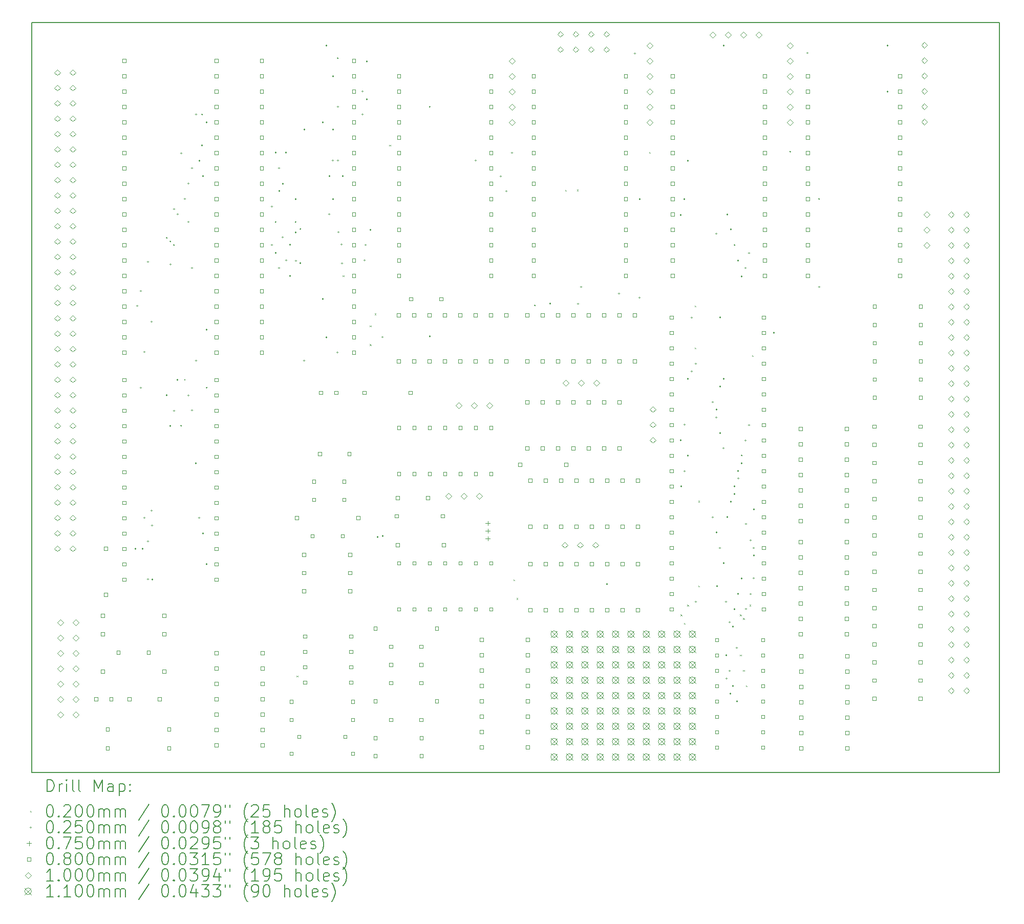
<source format=gbr>
%TF.GenerationSoftware,KiCad,Pcbnew,7.0.7*%
%TF.CreationDate,2023-10-18T15:04:27+01:00*%
%TF.ProjectId,CA80,43413830-2e6b-4696-9361-645f70636258,V1.0*%
%TF.SameCoordinates,Original*%
%TF.FileFunction,Drillmap*%
%TF.FilePolarity,Positive*%
%FSLAX45Y45*%
G04 Gerber Fmt 4.5, Leading zero omitted, Abs format (unit mm)*
G04 Created by KiCad (PCBNEW 7.0.7) date 2023-10-18 15:04:27*
%MOMM*%
%LPD*%
G01*
G04 APERTURE LIST*
%ADD10C,0.150000*%
%ADD11C,0.200000*%
%ADD12C,0.020000*%
%ADD13C,0.025000*%
%ADD14C,0.075000*%
%ADD15C,0.080000*%
%ADD16C,0.100000*%
%ADD17C,0.110000*%
G04 APERTURE END LIST*
D10*
X16000000Y12400000D02*
X16000000Y0D01*
X0Y12400000D02*
X16000000Y12400000D01*
X0Y0D02*
X0Y12400000D01*
X16000000Y0D02*
X0Y0D01*
D11*
D12*
X4380000Y1600000D02*
X4400000Y1580000D01*
X4400000Y1600000D02*
X4380000Y1580000D01*
X5140000Y8222000D02*
X5160000Y8202000D01*
X5160000Y8222000D02*
X5140000Y8202000D01*
X5590000Y7390000D02*
X5610000Y7370000D01*
X5610000Y7390000D02*
X5590000Y7370000D01*
X5590000Y7080000D02*
X5610000Y7060000D01*
X5610000Y7080000D02*
X5590000Y7060000D01*
X5670000Y7590000D02*
X5690000Y7570000D01*
X5690000Y7590000D02*
X5670000Y7570000D01*
X5910000Y10380000D02*
X5930000Y10360000D01*
X5930000Y10380000D02*
X5910000Y10360000D01*
X7962450Y3190000D02*
X7982450Y3170000D01*
X7982450Y3190000D02*
X7962450Y3170000D01*
X8014900Y2880000D02*
X8034900Y2860000D01*
X8034900Y2880000D02*
X8014900Y2860000D01*
X8820000Y9632500D02*
X8840000Y9612500D01*
X8840000Y9632500D02*
X8820000Y9612500D01*
X9015000Y9637500D02*
X9035000Y9617500D01*
X9035000Y9637500D02*
X9015000Y9617500D01*
X10210000Y10260000D02*
X10230000Y10240000D01*
X10230000Y10260000D02*
X10210000Y10240000D01*
X10730000Y2610000D02*
X10750000Y2590000D01*
X10750000Y2610000D02*
X10730000Y2590000D01*
X10785000Y2470000D02*
X10805000Y2450000D01*
X10805000Y2470000D02*
X10785000Y2450000D01*
X10840000Y2770000D02*
X10860000Y2750000D01*
X10860000Y2770000D02*
X10840000Y2750000D01*
X10960000Y7720000D02*
X10980000Y7700000D01*
X10980000Y7720000D02*
X10960000Y7700000D01*
X10960000Y7025000D02*
X10980000Y7005000D01*
X10980000Y7025000D02*
X10960000Y7005000D01*
X11022450Y4490000D02*
X11042450Y4470000D01*
X11042450Y4490000D02*
X11022450Y4470000D01*
X11022450Y3090000D02*
X11042450Y3070000D01*
X11042450Y3090000D02*
X11022450Y3070000D01*
X11710000Y2610000D02*
X11730000Y2590000D01*
X11730000Y2610000D02*
X11710000Y2590000D01*
X11710000Y1946000D02*
X11730000Y1926000D01*
X11730000Y1946000D02*
X11710000Y1926000D01*
X11760000Y1692000D02*
X11780000Y1672000D01*
X11780000Y1692000D02*
X11760000Y1672000D01*
X11762500Y2550000D02*
X11782500Y2530000D01*
X11782500Y2550000D02*
X11762500Y2530000D01*
X11810000Y1438000D02*
X11830000Y1418000D01*
X11830000Y1438000D02*
X11810000Y1418000D01*
X11870000Y2770000D02*
X11890000Y2750000D01*
X11890000Y2770000D02*
X11870000Y2750000D01*
X11910000Y6900000D02*
X11930000Y6880000D01*
X11930000Y6900000D02*
X11910000Y6880000D01*
D13*
X1722500Y3697000D02*
G75*
G03*
X1722500Y3697000I-12500J0D01*
G01*
X1752500Y7715000D02*
G75*
G03*
X1752500Y7715000I-12500J0D01*
G01*
X1812500Y7960000D02*
G75*
G03*
X1812500Y7960000I-12500J0D01*
G01*
X1812500Y6360000D02*
G75*
G03*
X1812500Y6360000I-12500J0D01*
G01*
X1845500Y3697000D02*
G75*
G03*
X1845500Y3697000I-12500J0D01*
G01*
X1872500Y6950000D02*
G75*
G03*
X1872500Y6950000I-12500J0D01*
G01*
X1872500Y4210000D02*
G75*
G03*
X1872500Y4210000I-12500J0D01*
G01*
X1932500Y8440000D02*
G75*
G03*
X1932500Y8440000I-12500J0D01*
G01*
X1932500Y3820000D02*
G75*
G03*
X1932500Y3820000I-12500J0D01*
G01*
X1932500Y3190000D02*
G75*
G03*
X1932500Y3190000I-12500J0D01*
G01*
X1992500Y7450000D02*
G75*
G03*
X1992500Y7450000I-12500J0D01*
G01*
X1992500Y4330000D02*
G75*
G03*
X1992500Y4330000I-12500J0D01*
G01*
X2002500Y4080000D02*
G75*
G03*
X2002500Y4080000I-12500J0D01*
G01*
X2002500Y3190000D02*
G75*
G03*
X2002500Y3190000I-12500J0D01*
G01*
X2242500Y8840000D02*
G75*
G03*
X2242500Y8840000I-12500J0D01*
G01*
X2242500Y6240000D02*
G75*
G03*
X2242500Y6240000I-12500J0D01*
G01*
X2302500Y8780000D02*
G75*
G03*
X2302500Y8780000I-12500J0D01*
G01*
X2302500Y8400000D02*
G75*
G03*
X2302500Y8400000I-12500J0D01*
G01*
X2302500Y5730000D02*
G75*
G03*
X2302500Y5730000I-12500J0D01*
G01*
X2362500Y9315000D02*
G75*
G03*
X2362500Y9315000I-12500J0D01*
G01*
X2362500Y8720000D02*
G75*
G03*
X2362500Y8720000I-12500J0D01*
G01*
X2362500Y5980000D02*
G75*
G03*
X2362500Y5980000I-12500J0D01*
G01*
X2422500Y9228000D02*
G75*
G03*
X2422500Y9228000I-12500J0D01*
G01*
X2422500Y6490000D02*
G75*
G03*
X2422500Y6490000I-12500J0D01*
G01*
X2482500Y10240000D02*
G75*
G03*
X2482500Y10240000I-12500J0D01*
G01*
X2482500Y5730000D02*
G75*
G03*
X2482500Y5730000I-12500J0D01*
G01*
X2542500Y9482000D02*
G75*
G03*
X2542500Y9482000I-12500J0D01*
G01*
X2542500Y6491000D02*
G75*
G03*
X2542500Y6491000I-12500J0D01*
G01*
X2602500Y9736000D02*
G75*
G03*
X2602500Y9736000I-12500J0D01*
G01*
X2602500Y9100000D02*
G75*
G03*
X2602500Y9100000I-12500J0D01*
G01*
X2602500Y6235000D02*
G75*
G03*
X2602500Y6235000I-12500J0D01*
G01*
X2662500Y9990000D02*
G75*
G03*
X2662500Y9990000I-12500J0D01*
G01*
X2662500Y8340000D02*
G75*
G03*
X2662500Y8340000I-12500J0D01*
G01*
X2662500Y5985000D02*
G75*
G03*
X2662500Y5985000I-12500J0D01*
G01*
X2727500Y10880000D02*
G75*
G03*
X2727500Y10880000I-12500J0D01*
G01*
X2727550Y6810000D02*
G75*
G03*
X2727550Y6810000I-12500J0D01*
G01*
X2727550Y5110000D02*
G75*
G03*
X2727550Y5110000I-12500J0D01*
G01*
X2782500Y10115000D02*
G75*
G03*
X2782500Y10115000I-12500J0D01*
G01*
X2782500Y4210000D02*
G75*
G03*
X2782500Y4210000I-12500J0D01*
G01*
X2827500Y10880000D02*
G75*
G03*
X2827500Y10880000I-12500J0D01*
G01*
X2827500Y10370000D02*
G75*
G03*
X2827500Y10370000I-12500J0D01*
G01*
X2842500Y9860000D02*
G75*
G03*
X2842500Y9860000I-12500J0D01*
G01*
X2842500Y3950000D02*
G75*
G03*
X2842500Y3950000I-12500J0D01*
G01*
X2902500Y10752000D02*
G75*
G03*
X2902500Y10752000I-12500J0D01*
G01*
X2902500Y7320000D02*
G75*
G03*
X2902500Y7320000I-12500J0D01*
G01*
X2902500Y6360000D02*
G75*
G03*
X2902500Y6360000I-12500J0D01*
G01*
X2902500Y3440000D02*
G75*
G03*
X2902500Y3440000I-12500J0D01*
G01*
X3982500Y9360000D02*
G75*
G03*
X3982500Y9360000I-12500J0D01*
G01*
X3982500Y8720000D02*
G75*
G03*
X3982500Y8720000I-12500J0D01*
G01*
X4042500Y10250000D02*
G75*
G03*
X4042500Y10250000I-12500J0D01*
G01*
X4042500Y9100000D02*
G75*
G03*
X4042500Y9100000I-12500J0D01*
G01*
X4042500Y8590000D02*
G75*
G03*
X4042500Y8590000I-12500J0D01*
G01*
X4102500Y9990000D02*
G75*
G03*
X4102500Y9990000I-12500J0D01*
G01*
X4102500Y9615000D02*
G75*
G03*
X4102500Y9615000I-12500J0D01*
G01*
X4102500Y8340000D02*
G75*
G03*
X4102500Y8340000I-12500J0D01*
G01*
X4162500Y9736000D02*
G75*
G03*
X4162500Y9736000I-12500J0D01*
G01*
X4162500Y8850000D02*
G75*
G03*
X4162500Y8850000I-12500J0D01*
G01*
X4217500Y10250000D02*
G75*
G03*
X4217500Y10250000I-12500J0D01*
G01*
X4217500Y8466000D02*
G75*
G03*
X4217500Y8466000I-12500J0D01*
G01*
X4282500Y8730000D02*
G75*
G03*
X4282500Y8730000I-12500J0D01*
G01*
X4282500Y8210000D02*
G75*
G03*
X4282500Y8210000I-12500J0D01*
G01*
X4372500Y9480000D02*
G75*
G03*
X4372500Y9480000I-12500J0D01*
G01*
X4372500Y9100000D02*
G75*
G03*
X4372500Y9100000I-12500J0D01*
G01*
X4377500Y8930000D02*
G75*
G03*
X4377500Y8930000I-12500J0D01*
G01*
X4377500Y8460000D02*
G75*
G03*
X4377500Y8460000I-12500J0D01*
G01*
X4452500Y8985000D02*
G75*
G03*
X4452500Y8985000I-12500J0D01*
G01*
X4452500Y8420000D02*
G75*
G03*
X4452500Y8420000I-12500J0D01*
G01*
X4517500Y10630000D02*
G75*
G03*
X4517500Y10630000I-12500J0D01*
G01*
X4517500Y6810000D02*
G75*
G03*
X4517500Y6810000I-12500J0D01*
G01*
X4822550Y10750000D02*
G75*
G03*
X4822550Y10750000I-12500J0D01*
G01*
X4822550Y7830000D02*
G75*
G03*
X4822550Y7830000I-12500J0D01*
G01*
X4882500Y12020000D02*
G75*
G03*
X4882500Y12020000I-12500J0D01*
G01*
X4882500Y7196000D02*
G75*
G03*
X4882500Y7196000I-12500J0D01*
G01*
X4932500Y9860000D02*
G75*
G03*
X4932500Y9860000I-12500J0D01*
G01*
X4932500Y9230000D02*
G75*
G03*
X4932500Y9230000I-12500J0D01*
G01*
X4992500Y11514000D02*
G75*
G03*
X4992500Y11514000I-12500J0D01*
G01*
X4992500Y10630000D02*
G75*
G03*
X4992500Y10630000I-12500J0D01*
G01*
X4992500Y10120000D02*
G75*
G03*
X4992500Y10120000I-12500J0D01*
G01*
X4992500Y9482000D02*
G75*
G03*
X4992500Y9482000I-12500J0D01*
G01*
X5067500Y6945000D02*
G75*
G03*
X5067500Y6945000I-12500J0D01*
G01*
X5072500Y11810000D02*
G75*
G03*
X5072500Y11810000I-12500J0D01*
G01*
X5072500Y11006000D02*
G75*
G03*
X5072500Y11006000I-12500J0D01*
G01*
X5072500Y10120000D02*
G75*
G03*
X5072500Y10120000I-12500J0D01*
G01*
X5082500Y8930000D02*
G75*
G03*
X5082500Y8930000I-12500J0D01*
G01*
X5132500Y8730000D02*
G75*
G03*
X5132500Y8730000I-12500J0D01*
G01*
X5142500Y8420000D02*
G75*
G03*
X5142500Y8420000I-12500J0D01*
G01*
X5157500Y9860000D02*
G75*
G03*
X5157500Y9860000I-12500J0D01*
G01*
X5482500Y11260000D02*
G75*
G03*
X5482500Y11260000I-12500J0D01*
G01*
X5482500Y10880000D02*
G75*
G03*
X5482500Y10880000I-12500J0D01*
G01*
X5512500Y8466500D02*
G75*
G03*
X5512500Y8466500I-12500J0D01*
G01*
X5532500Y8720000D02*
G75*
G03*
X5532500Y8720000I-12500J0D01*
G01*
X5552500Y11760000D02*
G75*
G03*
X5552500Y11760000I-12500J0D01*
G01*
X5552500Y11130000D02*
G75*
G03*
X5552500Y11130000I-12500J0D01*
G01*
X5612500Y8974500D02*
G75*
G03*
X5612500Y8974500I-12500J0D01*
G01*
X5732500Y3890000D02*
G75*
G03*
X5732500Y3890000I-12500J0D01*
G01*
X5812500Y7196000D02*
G75*
G03*
X5812500Y7196000I-12500J0D01*
G01*
X5812500Y3910000D02*
G75*
G03*
X5812500Y3910000I-12500J0D01*
G01*
X6592500Y11006500D02*
G75*
G03*
X6592500Y11006500I-12500J0D01*
G01*
X6592500Y7210000D02*
G75*
G03*
X6592500Y7210000I-12500J0D01*
G01*
X7352500Y10120000D02*
G75*
G03*
X7352500Y10120000I-12500J0D01*
G01*
X7767500Y9855000D02*
G75*
G03*
X7767500Y9855000I-12500J0D01*
G01*
X7862500Y9610000D02*
G75*
G03*
X7862500Y9610000I-12500J0D01*
G01*
X7952500Y10245000D02*
G75*
G03*
X7952500Y10245000I-12500J0D01*
G01*
X8332500Y7720000D02*
G75*
G03*
X8332500Y7720000I-12500J0D01*
G01*
X8582500Y7750000D02*
G75*
G03*
X8582500Y7750000I-12500J0D01*
G01*
X9043550Y7750000D02*
G75*
G03*
X9043550Y7750000I-12500J0D01*
G01*
X9097450Y8030000D02*
G75*
G03*
X9097450Y8030000I-12500J0D01*
G01*
X9524500Y3110000D02*
G75*
G03*
X9524500Y3110000I-12500J0D01*
G01*
X9722500Y7920000D02*
G75*
G03*
X9722500Y7920000I-12500J0D01*
G01*
X9986500Y11890000D02*
G75*
G03*
X9986500Y11890000I-12500J0D01*
G01*
X10062500Y9480000D02*
G75*
G03*
X10062500Y9480000I-12500J0D01*
G01*
X10062500Y7850000D02*
G75*
G03*
X10062500Y7850000I-12500J0D01*
G01*
X10742500Y9216500D02*
G75*
G03*
X10742500Y9216500I-12500J0D01*
G01*
X10742500Y5490000D02*
G75*
G03*
X10742500Y5490000I-12500J0D01*
G01*
X10752500Y4730000D02*
G75*
G03*
X10752500Y4730000I-12500J0D01*
G01*
X10802500Y9483000D02*
G75*
G03*
X10802500Y9483000I-12500J0D01*
G01*
X10802500Y5750000D02*
G75*
G03*
X10802500Y5750000I-12500J0D01*
G01*
X10807500Y4980000D02*
G75*
G03*
X10807500Y4980000I-12500J0D01*
G01*
X10862500Y10115000D02*
G75*
G03*
X10862500Y10115000I-12500J0D01*
G01*
X10862500Y6510000D02*
G75*
G03*
X10862500Y6510000I-12500J0D01*
G01*
X10862500Y5240000D02*
G75*
G03*
X10862500Y5240000I-12500J0D01*
G01*
X10922500Y7520000D02*
G75*
G03*
X10922500Y7520000I-12500J0D01*
G01*
X10922500Y6630000D02*
G75*
G03*
X10922500Y6630000I-12500J0D01*
G01*
X10992500Y6760000D02*
G75*
G03*
X10992500Y6760000I-12500J0D01*
G01*
X10992500Y2820000D02*
G75*
G03*
X10992500Y2820000I-12500J0D01*
G01*
X11272500Y6120000D02*
G75*
G03*
X11272500Y6120000I-12500J0D01*
G01*
X11272500Y4220000D02*
G75*
G03*
X11272500Y4220000I-12500J0D01*
G01*
X11332500Y8910000D02*
G75*
G03*
X11332500Y8910000I-12500J0D01*
G01*
X11332500Y6000000D02*
G75*
G03*
X11332500Y6000000I-12500J0D01*
G01*
X11332500Y5870000D02*
G75*
G03*
X11332500Y5870000I-12500J0D01*
G01*
X11332500Y3967000D02*
G75*
G03*
X11332500Y3967000I-12500J0D01*
G01*
X11342500Y3080000D02*
G75*
G03*
X11342500Y3080000I-12500J0D01*
G01*
X11392500Y7523000D02*
G75*
G03*
X11392500Y7523000I-12500J0D01*
G01*
X11392500Y6380000D02*
G75*
G03*
X11392500Y6380000I-12500J0D01*
G01*
X11392500Y5610000D02*
G75*
G03*
X11392500Y5610000I-12500J0D01*
G01*
X11392500Y3710000D02*
G75*
G03*
X11392500Y3710000I-12500J0D01*
G01*
X11452500Y12020000D02*
G75*
G03*
X11452500Y12020000I-12500J0D01*
G01*
X11452500Y6510000D02*
G75*
G03*
X11452500Y6510000I-12500J0D01*
G01*
X11452500Y5360000D02*
G75*
G03*
X11452500Y5360000I-12500J0D01*
G01*
X11452500Y3460000D02*
G75*
G03*
X11452500Y3460000I-12500J0D01*
G01*
X11492500Y2820000D02*
G75*
G03*
X11492500Y2820000I-12500J0D01*
G01*
X11492500Y1936000D02*
G75*
G03*
X11492500Y1936000I-12500J0D01*
G01*
X11502500Y1550000D02*
G75*
G03*
X11502500Y1550000I-12500J0D01*
G01*
X11512500Y9229000D02*
G75*
G03*
X11512500Y9229000I-12500J0D01*
G01*
X11512500Y4220000D02*
G75*
G03*
X11512500Y4220000I-12500J0D01*
G01*
X11552500Y2480000D02*
G75*
G03*
X11552500Y2480000I-12500J0D01*
G01*
X11552500Y1680000D02*
G75*
G03*
X11552500Y1680000I-12500J0D01*
G01*
X11562500Y1300000D02*
G75*
G03*
X11562500Y1300000I-12500J0D01*
G01*
X11572500Y8980000D02*
G75*
G03*
X11572500Y8980000I-12500J0D01*
G01*
X11572500Y4475000D02*
G75*
G03*
X11572500Y4475000I-12500J0D01*
G01*
X11607450Y2410000D02*
G75*
G03*
X11607450Y2410000I-12500J0D01*
G01*
X11607450Y1430000D02*
G75*
G03*
X11607450Y1430000I-12500J0D01*
G01*
X11632500Y8721000D02*
G75*
G03*
X11632500Y8721000I-12500J0D01*
G01*
X11632500Y4730000D02*
G75*
G03*
X11632500Y4730000I-12500J0D01*
G01*
X11632500Y4600000D02*
G75*
G03*
X11632500Y4600000I-12500J0D01*
G01*
X11632500Y2697000D02*
G75*
G03*
X11632500Y2697000I-12500J0D01*
G01*
X11672500Y2060000D02*
G75*
G03*
X11672500Y2060000I-12500J0D01*
G01*
X11672500Y1174000D02*
G75*
G03*
X11672500Y1174000I-12500J0D01*
G01*
X11692500Y8465000D02*
G75*
G03*
X11692500Y8465000I-12500J0D01*
G01*
X11692500Y4983000D02*
G75*
G03*
X11692500Y4983000I-12500J0D01*
G01*
X11692500Y4860000D02*
G75*
G03*
X11692500Y4860000I-12500J0D01*
G01*
X11692500Y2950000D02*
G75*
G03*
X11692500Y2950000I-12500J0D01*
G01*
X11752500Y8200500D02*
G75*
G03*
X11752500Y8200500I-12500J0D01*
G01*
X11752500Y5240000D02*
G75*
G03*
X11752500Y5240000I-12500J0D01*
G01*
X11752500Y5110000D02*
G75*
G03*
X11752500Y5110000I-12500J0D01*
G01*
X11752500Y3205000D02*
G75*
G03*
X11752500Y3205000I-12500J0D01*
G01*
X11812500Y8340000D02*
G75*
G03*
X11812500Y8340000I-12500J0D01*
G01*
X11812500Y5490000D02*
G75*
G03*
X11812500Y5490000I-12500J0D01*
G01*
X11822500Y4110000D02*
G75*
G03*
X11822500Y4110000I-12500J0D01*
G01*
X11822500Y2700000D02*
G75*
G03*
X11822500Y2700000I-12500J0D01*
G01*
X11872500Y8590000D02*
G75*
G03*
X11872500Y8590000I-12500J0D01*
G01*
X11872500Y5745000D02*
G75*
G03*
X11872500Y5745000I-12500J0D01*
G01*
X11897550Y3840000D02*
G75*
G03*
X11897550Y3840000I-12500J0D01*
G01*
X11897550Y2950000D02*
G75*
G03*
X11897550Y2950000I-12500J0D01*
G01*
X11952500Y4350000D02*
G75*
G03*
X11952500Y4350000I-12500J0D01*
G01*
X11952500Y3710000D02*
G75*
G03*
X11952500Y3710000I-12500J0D01*
G01*
X11952500Y3590000D02*
G75*
G03*
X11952500Y3590000I-12500J0D01*
G01*
X11952500Y3210000D02*
G75*
G03*
X11952500Y3210000I-12500J0D01*
G01*
X12282500Y7270000D02*
G75*
G03*
X12282500Y7270000I-12500J0D01*
G01*
X12552500Y10265000D02*
G75*
G03*
X12552500Y10265000I-12500J0D01*
G01*
X12837500Y11895000D02*
G75*
G03*
X12837500Y11895000I-12500J0D01*
G01*
X13032500Y9480000D02*
G75*
G03*
X13032500Y9480000I-12500J0D01*
G01*
X13032500Y8030000D02*
G75*
G03*
X13032500Y8030000I-12500J0D01*
G01*
X14162500Y12022000D02*
G75*
G03*
X14162500Y12022000I-12500J0D01*
G01*
X14162500Y11260000D02*
G75*
G03*
X14162500Y11260000I-12500J0D01*
G01*
D14*
X7540000Y4157500D02*
X7540000Y4082500D01*
X7502500Y4120000D02*
X7577500Y4120000D01*
X7540000Y4030500D02*
X7540000Y3955500D01*
X7502500Y3993000D02*
X7577500Y3993000D01*
X7540000Y3903500D02*
X7540000Y3828500D01*
X7502500Y3866000D02*
X7577500Y3866000D01*
D15*
X1088285Y1181716D02*
X1088285Y1238285D01*
X1031715Y1238285D01*
X1031715Y1181716D01*
X1088285Y1181716D01*
X1200285Y2561716D02*
X1200285Y2618285D01*
X1143716Y2618285D01*
X1143716Y2561716D01*
X1200285Y2561716D01*
X1200285Y2261716D02*
X1200285Y2318285D01*
X1143716Y2318285D01*
X1143716Y2261716D01*
X1200285Y2261716D01*
X1200285Y1641715D02*
X1200285Y1698284D01*
X1143716Y1698284D01*
X1143716Y1641715D01*
X1200285Y1641715D01*
X1248285Y3672715D02*
X1248285Y3729284D01*
X1191716Y3729284D01*
X1191716Y3672715D01*
X1248285Y3672715D01*
X1248285Y2910715D02*
X1248285Y2967284D01*
X1191716Y2967284D01*
X1191716Y2910715D01*
X1248285Y2910715D01*
X1280285Y681716D02*
X1280285Y738284D01*
X1223716Y738284D01*
X1223716Y681716D01*
X1280285Y681716D01*
X1280285Y371715D02*
X1280285Y428284D01*
X1223716Y428284D01*
X1223716Y371715D01*
X1280285Y371715D01*
X1338285Y1181716D02*
X1338285Y1238285D01*
X1281716Y1238285D01*
X1281716Y1181716D01*
X1338285Y1181716D01*
X1458284Y1951715D02*
X1458284Y2008284D01*
X1401715Y2008284D01*
X1401715Y1951715D01*
X1458284Y1951715D01*
X1553284Y11739715D02*
X1553284Y11796284D01*
X1496715Y11796284D01*
X1496715Y11739715D01*
X1553284Y11739715D01*
X1553284Y11485715D02*
X1553284Y11542284D01*
X1496715Y11542284D01*
X1496715Y11485715D01*
X1553284Y11485715D01*
X1553284Y11231715D02*
X1553284Y11288284D01*
X1496715Y11288284D01*
X1496715Y11231715D01*
X1553284Y11231715D01*
X1553284Y10977716D02*
X1553284Y11034285D01*
X1496715Y11034285D01*
X1496715Y10977716D01*
X1553284Y10977716D01*
X1553284Y10723716D02*
X1553284Y10780285D01*
X1496715Y10780285D01*
X1496715Y10723716D01*
X1553284Y10723716D01*
X1553284Y10469716D02*
X1553284Y10526285D01*
X1496715Y10526285D01*
X1496715Y10469716D01*
X1553284Y10469716D01*
X1553284Y10215716D02*
X1553284Y10272285D01*
X1496715Y10272285D01*
X1496715Y10215716D01*
X1553284Y10215716D01*
X1553284Y9961716D02*
X1553284Y10018285D01*
X1496715Y10018285D01*
X1496715Y9961716D01*
X1553284Y9961716D01*
X1553284Y9707716D02*
X1553284Y9764285D01*
X1496715Y9764285D01*
X1496715Y9707716D01*
X1553284Y9707716D01*
X1553284Y9453716D02*
X1553284Y9510285D01*
X1496715Y9510285D01*
X1496715Y9453716D01*
X1553284Y9453716D01*
X1553284Y9199716D02*
X1553284Y9256285D01*
X1496715Y9256285D01*
X1496715Y9199716D01*
X1553284Y9199716D01*
X1553284Y8945716D02*
X1553284Y9002285D01*
X1496715Y9002285D01*
X1496715Y8945716D01*
X1553284Y8945716D01*
X1553284Y8691716D02*
X1553284Y8748285D01*
X1496715Y8748285D01*
X1496715Y8691716D01*
X1553284Y8691716D01*
X1553284Y8437716D02*
X1553284Y8494285D01*
X1496715Y8494285D01*
X1496715Y8437716D01*
X1553284Y8437716D01*
X1553284Y8183715D02*
X1553284Y8240284D01*
X1496715Y8240284D01*
X1496715Y8183715D01*
X1553284Y8183715D01*
X1553284Y7929715D02*
X1553284Y7986284D01*
X1496715Y7986284D01*
X1496715Y7929715D01*
X1553284Y7929715D01*
X1553284Y7675715D02*
X1553284Y7732284D01*
X1496715Y7732284D01*
X1496715Y7675715D01*
X1553284Y7675715D01*
X1553284Y7421715D02*
X1553284Y7478284D01*
X1496715Y7478284D01*
X1496715Y7421715D01*
X1553284Y7421715D01*
X1553284Y7167715D02*
X1553284Y7224284D01*
X1496715Y7224284D01*
X1496715Y7167715D01*
X1553284Y7167715D01*
X1553284Y6913715D02*
X1553284Y6970284D01*
X1496715Y6970284D01*
X1496715Y6913715D01*
X1553284Y6913715D01*
X1553284Y6462715D02*
X1553284Y6519284D01*
X1496715Y6519284D01*
X1496715Y6462715D01*
X1553284Y6462715D01*
X1553284Y6208715D02*
X1553284Y6265284D01*
X1496715Y6265284D01*
X1496715Y6208715D01*
X1553284Y6208715D01*
X1553284Y5954715D02*
X1553284Y6011284D01*
X1496715Y6011284D01*
X1496715Y5954715D01*
X1553284Y5954715D01*
X1553284Y5700715D02*
X1553284Y5757284D01*
X1496715Y5757284D01*
X1496715Y5700715D01*
X1553284Y5700715D01*
X1553284Y5446716D02*
X1553284Y5503285D01*
X1496715Y5503285D01*
X1496715Y5446716D01*
X1553284Y5446716D01*
X1553284Y5192716D02*
X1553284Y5249285D01*
X1496715Y5249285D01*
X1496715Y5192716D01*
X1553284Y5192716D01*
X1553284Y4938716D02*
X1553284Y4995285D01*
X1496715Y4995285D01*
X1496715Y4938716D01*
X1553284Y4938716D01*
X1553284Y4684716D02*
X1553284Y4741285D01*
X1496715Y4741285D01*
X1496715Y4684716D01*
X1553284Y4684716D01*
X1553284Y4430716D02*
X1553284Y4487285D01*
X1496715Y4487285D01*
X1496715Y4430716D01*
X1553284Y4430716D01*
X1553284Y4176715D02*
X1553284Y4233285D01*
X1496715Y4233285D01*
X1496715Y4176715D01*
X1553284Y4176715D01*
X1553284Y3922715D02*
X1553284Y3979284D01*
X1496715Y3979284D01*
X1496715Y3922715D01*
X1553284Y3922715D01*
X1553284Y3668715D02*
X1553284Y3725284D01*
X1496715Y3725284D01*
X1496715Y3668715D01*
X1553284Y3668715D01*
X1553284Y3414715D02*
X1553284Y3471284D01*
X1496715Y3471284D01*
X1496715Y3414715D01*
X1553284Y3414715D01*
X1553284Y3160715D02*
X1553284Y3217284D01*
X1496715Y3217284D01*
X1496715Y3160715D01*
X1553284Y3160715D01*
X1638284Y1181716D02*
X1638284Y1238285D01*
X1581715Y1238285D01*
X1581715Y1181716D01*
X1638284Y1181716D01*
X1958284Y1951715D02*
X1958284Y2008284D01*
X1901715Y2008284D01*
X1901715Y1951715D01*
X1958284Y1951715D01*
X2138285Y1181716D02*
X2138285Y1238285D01*
X2081715Y1238285D01*
X2081715Y1181716D01*
X2138285Y1181716D01*
X2216285Y2561716D02*
X2216285Y2618285D01*
X2159716Y2618285D01*
X2159716Y2561716D01*
X2216285Y2561716D01*
X2216285Y2261716D02*
X2216285Y2318285D01*
X2159716Y2318285D01*
X2159716Y2261716D01*
X2216285Y2261716D01*
X2216285Y1641715D02*
X2216285Y1698284D01*
X2159716Y1698284D01*
X2159716Y1641715D01*
X2216285Y1641715D01*
X2296285Y681716D02*
X2296285Y738284D01*
X2239716Y738284D01*
X2239716Y681716D01*
X2296285Y681716D01*
X2296285Y371715D02*
X2296285Y428284D01*
X2239716Y428284D01*
X2239716Y371715D01*
X2296285Y371715D01*
X3077284Y11739715D02*
X3077284Y11796284D01*
X3020715Y11796284D01*
X3020715Y11739715D01*
X3077284Y11739715D01*
X3077284Y11485715D02*
X3077284Y11542284D01*
X3020715Y11542284D01*
X3020715Y11485715D01*
X3077284Y11485715D01*
X3077284Y11231715D02*
X3077284Y11288284D01*
X3020715Y11288284D01*
X3020715Y11231715D01*
X3077284Y11231715D01*
X3077284Y10977716D02*
X3077284Y11034285D01*
X3020715Y11034285D01*
X3020715Y10977716D01*
X3077284Y10977716D01*
X3077284Y10723716D02*
X3077284Y10780285D01*
X3020715Y10780285D01*
X3020715Y10723716D01*
X3077284Y10723716D01*
X3077284Y10469716D02*
X3077284Y10526285D01*
X3020715Y10526285D01*
X3020715Y10469716D01*
X3077284Y10469716D01*
X3077284Y10215716D02*
X3077284Y10272285D01*
X3020715Y10272285D01*
X3020715Y10215716D01*
X3077284Y10215716D01*
X3077284Y9961716D02*
X3077284Y10018285D01*
X3020715Y10018285D01*
X3020715Y9961716D01*
X3077284Y9961716D01*
X3077284Y9707716D02*
X3077284Y9764285D01*
X3020715Y9764285D01*
X3020715Y9707716D01*
X3077284Y9707716D01*
X3077284Y9453716D02*
X3077284Y9510285D01*
X3020715Y9510285D01*
X3020715Y9453716D01*
X3077284Y9453716D01*
X3077284Y9199716D02*
X3077284Y9256285D01*
X3020715Y9256285D01*
X3020715Y9199716D01*
X3077284Y9199716D01*
X3077284Y8945716D02*
X3077284Y9002285D01*
X3020715Y9002285D01*
X3020715Y8945716D01*
X3077284Y8945716D01*
X3077284Y8691716D02*
X3077284Y8748285D01*
X3020715Y8748285D01*
X3020715Y8691716D01*
X3077284Y8691716D01*
X3077284Y8437716D02*
X3077284Y8494285D01*
X3020715Y8494285D01*
X3020715Y8437716D01*
X3077284Y8437716D01*
X3077284Y8183715D02*
X3077284Y8240284D01*
X3020715Y8240284D01*
X3020715Y8183715D01*
X3077284Y8183715D01*
X3077284Y7929715D02*
X3077284Y7986284D01*
X3020715Y7986284D01*
X3020715Y7929715D01*
X3077284Y7929715D01*
X3077284Y7675715D02*
X3077284Y7732284D01*
X3020715Y7732284D01*
X3020715Y7675715D01*
X3077284Y7675715D01*
X3077284Y7421715D02*
X3077284Y7478284D01*
X3020715Y7478284D01*
X3020715Y7421715D01*
X3077284Y7421715D01*
X3077284Y7167715D02*
X3077284Y7224284D01*
X3020715Y7224284D01*
X3020715Y7167715D01*
X3077284Y7167715D01*
X3077284Y6913715D02*
X3077284Y6970284D01*
X3020715Y6970284D01*
X3020715Y6913715D01*
X3077284Y6913715D01*
X3077284Y6462715D02*
X3077284Y6519284D01*
X3020715Y6519284D01*
X3020715Y6462715D01*
X3077284Y6462715D01*
X3077284Y6208715D02*
X3077284Y6265284D01*
X3020715Y6265284D01*
X3020715Y6208715D01*
X3077284Y6208715D01*
X3077284Y5954715D02*
X3077284Y6011284D01*
X3020715Y6011284D01*
X3020715Y5954715D01*
X3077284Y5954715D01*
X3077284Y5700715D02*
X3077284Y5757284D01*
X3020715Y5757284D01*
X3020715Y5700715D01*
X3077284Y5700715D01*
X3077284Y5446716D02*
X3077284Y5503285D01*
X3020715Y5503285D01*
X3020715Y5446716D01*
X3077284Y5446716D01*
X3077284Y5192716D02*
X3077284Y5249285D01*
X3020715Y5249285D01*
X3020715Y5192716D01*
X3077284Y5192716D01*
X3077284Y4938716D02*
X3077284Y4995285D01*
X3020715Y4995285D01*
X3020715Y4938716D01*
X3077284Y4938716D01*
X3077284Y4684716D02*
X3077284Y4741285D01*
X3020715Y4741285D01*
X3020715Y4684716D01*
X3077284Y4684716D01*
X3077284Y4430716D02*
X3077284Y4487285D01*
X3020715Y4487285D01*
X3020715Y4430716D01*
X3077284Y4430716D01*
X3077284Y4176715D02*
X3077284Y4233285D01*
X3020715Y4233285D01*
X3020715Y4176715D01*
X3077284Y4176715D01*
X3077284Y3922715D02*
X3077284Y3979284D01*
X3020715Y3979284D01*
X3020715Y3922715D01*
X3077284Y3922715D01*
X3077284Y3668715D02*
X3077284Y3725284D01*
X3020715Y3725284D01*
X3020715Y3668715D01*
X3077284Y3668715D01*
X3077284Y3414715D02*
X3077284Y3471284D01*
X3020715Y3471284D01*
X3020715Y3414715D01*
X3077284Y3414715D01*
X3077284Y3160715D02*
X3077284Y3217284D01*
X3020715Y3217284D01*
X3020715Y3160715D01*
X3077284Y3160715D01*
X3078284Y1944215D02*
X3078284Y2000784D01*
X3021715Y2000784D01*
X3021715Y1944215D01*
X3078284Y1944215D01*
X3078284Y1690215D02*
X3078284Y1746784D01*
X3021715Y1746784D01*
X3021715Y1690215D01*
X3078284Y1690215D01*
X3078284Y1436215D02*
X3078284Y1492784D01*
X3021715Y1492784D01*
X3021715Y1436215D01*
X3078284Y1436215D01*
X3078284Y1182216D02*
X3078284Y1238785D01*
X3021715Y1238785D01*
X3021715Y1182216D01*
X3078284Y1182216D01*
X3078284Y928215D02*
X3078284Y984784D01*
X3021715Y984784D01*
X3021715Y928215D01*
X3078284Y928215D01*
X3078284Y674216D02*
X3078284Y730784D01*
X3021715Y730784D01*
X3021715Y674216D01*
X3078284Y674216D01*
X3078284Y420215D02*
X3078284Y476784D01*
X3021715Y476784D01*
X3021715Y420215D01*
X3078284Y420215D01*
X3828284Y11739715D02*
X3828284Y11796284D01*
X3771715Y11796284D01*
X3771715Y11739715D01*
X3828284Y11739715D01*
X3828284Y11485715D02*
X3828284Y11542284D01*
X3771715Y11542284D01*
X3771715Y11485715D01*
X3828284Y11485715D01*
X3828284Y11231715D02*
X3828284Y11288284D01*
X3771715Y11288284D01*
X3771715Y11231715D01*
X3828284Y11231715D01*
X3828284Y10977716D02*
X3828284Y11034285D01*
X3771715Y11034285D01*
X3771715Y10977716D01*
X3828284Y10977716D01*
X3828284Y10723716D02*
X3828284Y10780285D01*
X3771715Y10780285D01*
X3771715Y10723716D01*
X3828284Y10723716D01*
X3828284Y10469716D02*
X3828284Y10526285D01*
X3771715Y10526285D01*
X3771715Y10469716D01*
X3828284Y10469716D01*
X3828284Y10215716D02*
X3828284Y10272285D01*
X3771715Y10272285D01*
X3771715Y10215716D01*
X3828284Y10215716D01*
X3828284Y9961716D02*
X3828284Y10018285D01*
X3771715Y10018285D01*
X3771715Y9961716D01*
X3828284Y9961716D01*
X3828284Y9707716D02*
X3828284Y9764285D01*
X3771715Y9764285D01*
X3771715Y9707716D01*
X3828284Y9707716D01*
X3828284Y9453716D02*
X3828284Y9510285D01*
X3771715Y9510285D01*
X3771715Y9453716D01*
X3828284Y9453716D01*
X3828284Y9199716D02*
X3828284Y9256285D01*
X3771715Y9256285D01*
X3771715Y9199716D01*
X3828284Y9199716D01*
X3828284Y8945716D02*
X3828284Y9002285D01*
X3771715Y9002285D01*
X3771715Y8945716D01*
X3828284Y8945716D01*
X3828284Y8691716D02*
X3828284Y8748285D01*
X3771715Y8748285D01*
X3771715Y8691716D01*
X3828284Y8691716D01*
X3828284Y8437716D02*
X3828284Y8494285D01*
X3771715Y8494285D01*
X3771715Y8437716D01*
X3828284Y8437716D01*
X3828284Y8183715D02*
X3828284Y8240284D01*
X3771715Y8240284D01*
X3771715Y8183715D01*
X3828284Y8183715D01*
X3828284Y7929715D02*
X3828284Y7986284D01*
X3771715Y7986284D01*
X3771715Y7929715D01*
X3828284Y7929715D01*
X3828284Y7675715D02*
X3828284Y7732284D01*
X3771715Y7732284D01*
X3771715Y7675715D01*
X3828284Y7675715D01*
X3828284Y7421715D02*
X3828284Y7478284D01*
X3771715Y7478284D01*
X3771715Y7421715D01*
X3828284Y7421715D01*
X3828284Y7167715D02*
X3828284Y7224284D01*
X3771715Y7224284D01*
X3771715Y7167715D01*
X3828284Y7167715D01*
X3828284Y6913715D02*
X3828284Y6970284D01*
X3771715Y6970284D01*
X3771715Y6913715D01*
X3828284Y6913715D01*
X3840284Y1944215D02*
X3840284Y2000784D01*
X3783715Y2000784D01*
X3783715Y1944215D01*
X3840284Y1944215D01*
X3840284Y1690215D02*
X3840284Y1746784D01*
X3783715Y1746784D01*
X3783715Y1690215D01*
X3840284Y1690215D01*
X3840284Y1436215D02*
X3840284Y1492784D01*
X3783715Y1492784D01*
X3783715Y1436215D01*
X3840284Y1436215D01*
X3840284Y1182216D02*
X3840284Y1238785D01*
X3783715Y1238785D01*
X3783715Y1182216D01*
X3840284Y1182216D01*
X3840284Y928215D02*
X3840284Y984784D01*
X3783715Y984784D01*
X3783715Y928215D01*
X3840284Y928215D01*
X3840284Y674216D02*
X3840284Y730784D01*
X3783715Y730784D01*
X3783715Y674216D01*
X3840284Y674216D01*
X3840284Y420215D02*
X3840284Y476784D01*
X3783715Y476784D01*
X3783715Y420215D01*
X3840284Y420215D01*
X4320285Y1141716D02*
X4320285Y1198285D01*
X4263716Y1198285D01*
X4263716Y1141716D01*
X4320285Y1141716D01*
X4320285Y841715D02*
X4320285Y898284D01*
X4263716Y898284D01*
X4263716Y841715D01*
X4320285Y841715D01*
X4320285Y281716D02*
X4320285Y338285D01*
X4263716Y338285D01*
X4263716Y281716D01*
X4320285Y281716D01*
X4408285Y4181715D02*
X4408285Y4238285D01*
X4351716Y4238285D01*
X4351716Y4181715D01*
X4408285Y4181715D01*
X4447285Y561716D02*
X4447285Y618285D01*
X4390716Y618285D01*
X4390716Y561716D01*
X4447285Y561716D01*
X4525285Y3571715D02*
X4525285Y3628284D01*
X4468716Y3628284D01*
X4468716Y3571715D01*
X4525285Y3571715D01*
X4525285Y3271715D02*
X4525285Y3328284D01*
X4468716Y3328284D01*
X4468716Y3271715D01*
X4525285Y3271715D01*
X4525285Y2971715D02*
X4525285Y3028284D01*
X4468716Y3028284D01*
X4468716Y2971715D01*
X4525285Y2971715D01*
X4546285Y2221716D02*
X4546285Y2278285D01*
X4489716Y2278285D01*
X4489716Y2221716D01*
X4546285Y2221716D01*
X4546285Y1967715D02*
X4546285Y2024284D01*
X4489716Y2024284D01*
X4489716Y1967715D01*
X4546285Y1967715D01*
X4546285Y1713715D02*
X4546285Y1770284D01*
X4489716Y1770284D01*
X4489716Y1713715D01*
X4546285Y1713715D01*
X4546285Y1459715D02*
X4546285Y1516284D01*
X4489716Y1516284D01*
X4489716Y1459715D01*
X4546285Y1459715D01*
X4666285Y3881715D02*
X4666285Y3938284D01*
X4609716Y3938284D01*
X4609716Y3881715D01*
X4666285Y3881715D01*
X4691285Y4781716D02*
X4691285Y4838285D01*
X4634716Y4838285D01*
X4634716Y4781716D01*
X4691285Y4781716D01*
X4691285Y4481716D02*
X4691285Y4538285D01*
X4634716Y4538285D01*
X4634716Y4481716D01*
X4691285Y4481716D01*
X4788285Y5241716D02*
X4788285Y5298285D01*
X4731716Y5298285D01*
X4731716Y5241716D01*
X4788285Y5241716D01*
X4808796Y6251715D02*
X4808796Y6308284D01*
X4752227Y6308284D01*
X4752227Y6251715D01*
X4808796Y6251715D01*
X5058796Y6251715D02*
X5058796Y6308284D01*
X5002227Y6308284D01*
X5002227Y6251715D01*
X5058796Y6251715D01*
X5166285Y3881715D02*
X5166285Y3938284D01*
X5109716Y3938284D01*
X5109716Y3881715D01*
X5166285Y3881715D01*
X5191285Y4781716D02*
X5191285Y4838285D01*
X5134716Y4838285D01*
X5134716Y4781716D01*
X5191285Y4781716D01*
X5191285Y4481716D02*
X5191285Y4538285D01*
X5134716Y4538285D01*
X5134716Y4481716D01*
X5191285Y4481716D01*
X5209285Y561716D02*
X5209285Y618285D01*
X5152716Y618285D01*
X5152716Y561716D01*
X5209285Y561716D01*
X5276285Y5241716D02*
X5276285Y5298285D01*
X5219716Y5298285D01*
X5219716Y5241716D01*
X5276285Y5241716D01*
X5287285Y3571715D02*
X5287285Y3628284D01*
X5230716Y3628284D01*
X5230716Y3571715D01*
X5287285Y3571715D01*
X5287285Y3271715D02*
X5287285Y3328284D01*
X5230716Y3328284D01*
X5230716Y3271715D01*
X5287285Y3271715D01*
X5287285Y2971715D02*
X5287285Y3028284D01*
X5230716Y3028284D01*
X5230716Y2971715D01*
X5287285Y2971715D01*
X5308285Y2221716D02*
X5308285Y2278285D01*
X5251716Y2278285D01*
X5251716Y2221716D01*
X5308285Y2221716D01*
X5308285Y1967715D02*
X5308285Y2024284D01*
X5251716Y2024284D01*
X5251716Y1967715D01*
X5308285Y1967715D01*
X5308285Y1713715D02*
X5308285Y1770284D01*
X5251716Y1770284D01*
X5251716Y1713715D01*
X5308285Y1713715D01*
X5308285Y1459715D02*
X5308285Y1516284D01*
X5251716Y1516284D01*
X5251716Y1459715D01*
X5308285Y1459715D01*
X5336285Y1141716D02*
X5336285Y1198285D01*
X5279716Y1198285D01*
X5279716Y1141716D01*
X5336285Y1141716D01*
X5336285Y841715D02*
X5336285Y898284D01*
X5279716Y898284D01*
X5279716Y841715D01*
X5336285Y841715D01*
X5336285Y281716D02*
X5336285Y338285D01*
X5279716Y338285D01*
X5279716Y281716D01*
X5336285Y281716D01*
X5352285Y11739715D02*
X5352285Y11796284D01*
X5295716Y11796284D01*
X5295716Y11739715D01*
X5352285Y11739715D01*
X5352285Y11485715D02*
X5352285Y11542284D01*
X5295716Y11542284D01*
X5295716Y11485715D01*
X5352285Y11485715D01*
X5352285Y11231715D02*
X5352285Y11288284D01*
X5295716Y11288284D01*
X5295716Y11231715D01*
X5352285Y11231715D01*
X5352285Y10977716D02*
X5352285Y11034285D01*
X5295716Y11034285D01*
X5295716Y10977716D01*
X5352285Y10977716D01*
X5352285Y10723716D02*
X5352285Y10780285D01*
X5295716Y10780285D01*
X5295716Y10723716D01*
X5352285Y10723716D01*
X5352285Y10469716D02*
X5352285Y10526285D01*
X5295716Y10526285D01*
X5295716Y10469716D01*
X5352285Y10469716D01*
X5352285Y10215716D02*
X5352285Y10272285D01*
X5295716Y10272285D01*
X5295716Y10215716D01*
X5352285Y10215716D01*
X5352285Y9961716D02*
X5352285Y10018285D01*
X5295716Y10018285D01*
X5295716Y9961716D01*
X5352285Y9961716D01*
X5352285Y9707716D02*
X5352285Y9764285D01*
X5295716Y9764285D01*
X5295716Y9707716D01*
X5352285Y9707716D01*
X5352285Y9453716D02*
X5352285Y9510285D01*
X5295716Y9510285D01*
X5295716Y9453716D01*
X5352285Y9453716D01*
X5352285Y9199716D02*
X5352285Y9256285D01*
X5295716Y9256285D01*
X5295716Y9199716D01*
X5352285Y9199716D01*
X5352285Y8945716D02*
X5352285Y9002285D01*
X5295716Y9002285D01*
X5295716Y8945716D01*
X5352285Y8945716D01*
X5352285Y8691716D02*
X5352285Y8748285D01*
X5295716Y8748285D01*
X5295716Y8691716D01*
X5352285Y8691716D01*
X5352285Y8437716D02*
X5352285Y8494285D01*
X5295716Y8494285D01*
X5295716Y8437716D01*
X5352285Y8437716D01*
X5352285Y8183715D02*
X5352285Y8240284D01*
X5295716Y8240284D01*
X5295716Y8183715D01*
X5352285Y8183715D01*
X5352285Y7929715D02*
X5352285Y7986284D01*
X5295716Y7986284D01*
X5295716Y7929715D01*
X5352285Y7929715D01*
X5352285Y7675715D02*
X5352285Y7732284D01*
X5295716Y7732284D01*
X5295716Y7675715D01*
X5352285Y7675715D01*
X5352285Y7421715D02*
X5352285Y7478284D01*
X5295716Y7478284D01*
X5295716Y7421715D01*
X5352285Y7421715D01*
X5352285Y7167715D02*
X5352285Y7224284D01*
X5295716Y7224284D01*
X5295716Y7167715D01*
X5352285Y7167715D01*
X5352285Y6913715D02*
X5352285Y6970284D01*
X5295716Y6970284D01*
X5295716Y6913715D01*
X5352285Y6913715D01*
X5424285Y4181715D02*
X5424285Y4238285D01*
X5367716Y4238285D01*
X5367716Y4181715D01*
X5424285Y4181715D01*
X5527285Y6251715D02*
X5527285Y6308284D01*
X5470716Y6308284D01*
X5470716Y6251715D01*
X5527285Y6251715D01*
X5708284Y2351716D02*
X5708284Y2408285D01*
X5651715Y2408285D01*
X5651715Y2351716D01*
X5708284Y2351716D01*
X5708284Y1151716D02*
X5708284Y1208285D01*
X5651715Y1208285D01*
X5651715Y1151716D01*
X5708284Y1151716D01*
X5708284Y541716D02*
X5708284Y598285D01*
X5651715Y598285D01*
X5651715Y541716D01*
X5708284Y541716D01*
X5708284Y241715D02*
X5708284Y298285D01*
X5651715Y298285D01*
X5651715Y241715D01*
X5708284Y241715D01*
X5966284Y2051715D02*
X5966284Y2108285D01*
X5909715Y2108285D01*
X5909715Y2051715D01*
X5966284Y2051715D01*
X5966284Y1751715D02*
X5966284Y1808284D01*
X5909715Y1808284D01*
X5909715Y1751715D01*
X5966284Y1751715D01*
X5966284Y1451715D02*
X5966284Y1508284D01*
X5909715Y1508284D01*
X5909715Y1451715D01*
X5966284Y1451715D01*
X5966284Y841715D02*
X5966284Y898284D01*
X5909715Y898284D01*
X5909715Y841715D01*
X5966284Y841715D01*
X6057284Y4211716D02*
X6057284Y4268285D01*
X6000715Y4268285D01*
X6000715Y4211716D01*
X6057284Y4211716D01*
X6077284Y3731715D02*
X6077284Y3788284D01*
X6020715Y3788284D01*
X6020715Y3731715D01*
X6077284Y3731715D01*
X6078284Y4511716D02*
X6078284Y4568285D01*
X6021715Y4568285D01*
X6021715Y4511716D01*
X6078284Y4511716D01*
X6094284Y7533715D02*
X6094284Y7590284D01*
X6037715Y7590284D01*
X6037715Y7533715D01*
X6094284Y7533715D01*
X6094284Y6771715D02*
X6094284Y6828284D01*
X6037715Y6828284D01*
X6037715Y6771715D01*
X6094284Y6771715D01*
X6098284Y11486215D02*
X6098284Y11542784D01*
X6041715Y11542784D01*
X6041715Y11486215D01*
X6098284Y11486215D01*
X6098284Y11232215D02*
X6098284Y11288784D01*
X6041715Y11288784D01*
X6041715Y11232215D01*
X6098284Y11232215D01*
X6098284Y10978216D02*
X6098284Y11034785D01*
X6041715Y11034785D01*
X6041715Y10978216D01*
X6098284Y10978216D01*
X6098284Y10724216D02*
X6098284Y10780785D01*
X6041715Y10780785D01*
X6041715Y10724216D01*
X6098284Y10724216D01*
X6098284Y10470216D02*
X6098284Y10526785D01*
X6041715Y10526785D01*
X6041715Y10470216D01*
X6098284Y10470216D01*
X6098284Y10216216D02*
X6098284Y10272785D01*
X6041715Y10272785D01*
X6041715Y10216216D01*
X6098284Y10216216D01*
X6098284Y9962216D02*
X6098284Y10018785D01*
X6041715Y10018785D01*
X6041715Y9962216D01*
X6098284Y9962216D01*
X6098284Y9708216D02*
X6098284Y9764785D01*
X6041715Y9764785D01*
X6041715Y9708216D01*
X6098284Y9708216D01*
X6098284Y9454216D02*
X6098284Y9510785D01*
X6041715Y9510785D01*
X6041715Y9454216D01*
X6098284Y9454216D01*
X6098284Y9200216D02*
X6098284Y9256785D01*
X6041715Y9256785D01*
X6041715Y9200216D01*
X6098284Y9200216D01*
X6098284Y8946216D02*
X6098284Y9002785D01*
X6041715Y9002785D01*
X6041715Y8946216D01*
X6098284Y8946216D01*
X6098284Y8692216D02*
X6098284Y8748785D01*
X6041715Y8748785D01*
X6041715Y8692216D01*
X6098284Y8692216D01*
X6098284Y8438216D02*
X6098284Y8494785D01*
X6041715Y8494785D01*
X6041715Y8438216D01*
X6098284Y8438216D01*
X6098284Y8184215D02*
X6098284Y8240784D01*
X6041715Y8240784D01*
X6041715Y8184215D01*
X6098284Y8184215D01*
X6098284Y5671715D02*
X6098284Y5728284D01*
X6041715Y5728284D01*
X6041715Y5671715D01*
X6098284Y5671715D01*
X6098284Y4909716D02*
X6098284Y4966285D01*
X6041715Y4966285D01*
X6041715Y4909716D01*
X6098284Y4909716D01*
X6098284Y3431715D02*
X6098284Y3488284D01*
X6041715Y3488284D01*
X6041715Y3431715D01*
X6098284Y3431715D01*
X6098284Y2669716D02*
X6098284Y2726285D01*
X6041715Y2726285D01*
X6041715Y2669716D01*
X6098284Y2669716D01*
X6289284Y6251715D02*
X6289284Y6308284D01*
X6232715Y6308284D01*
X6232715Y6251715D01*
X6289284Y6251715D01*
X6298284Y7801715D02*
X6298284Y7858284D01*
X6241715Y7858284D01*
X6241715Y7801715D01*
X6298284Y7801715D01*
X6348284Y7533715D02*
X6348284Y7590284D01*
X6291715Y7590284D01*
X6291715Y7533715D01*
X6348284Y7533715D01*
X6348284Y6771715D02*
X6348284Y6828284D01*
X6291715Y6828284D01*
X6291715Y6771715D01*
X6348284Y6771715D01*
X6352284Y5671715D02*
X6352284Y5728284D01*
X6295715Y5728284D01*
X6295715Y5671715D01*
X6352284Y5671715D01*
X6352284Y4909716D02*
X6352284Y4966285D01*
X6295715Y4966285D01*
X6295715Y4909716D01*
X6352284Y4909716D01*
X6352284Y3431715D02*
X6352284Y3488284D01*
X6295715Y3488284D01*
X6295715Y3431715D01*
X6352284Y3431715D01*
X6352284Y2669716D02*
X6352284Y2726285D01*
X6295715Y2726285D01*
X6295715Y2669716D01*
X6352284Y2669716D01*
X6466284Y2051715D02*
X6466284Y2108285D01*
X6409715Y2108285D01*
X6409715Y2051715D01*
X6466284Y2051715D01*
X6466284Y1751715D02*
X6466284Y1808284D01*
X6409715Y1808284D01*
X6409715Y1751715D01*
X6466284Y1751715D01*
X6466284Y1451715D02*
X6466284Y1508284D01*
X6409715Y1508284D01*
X6409715Y1451715D01*
X6466284Y1451715D01*
X6466284Y841715D02*
X6466284Y898284D01*
X6409715Y898284D01*
X6409715Y841715D01*
X6466284Y841715D01*
X6470284Y541716D02*
X6470284Y598285D01*
X6413715Y598285D01*
X6413715Y541716D01*
X6470284Y541716D01*
X6470284Y241715D02*
X6470284Y298285D01*
X6413715Y298285D01*
X6413715Y241715D01*
X6470284Y241715D01*
X6578284Y4511716D02*
X6578284Y4568285D01*
X6521715Y4568285D01*
X6521715Y4511716D01*
X6578284Y4511716D01*
X6602284Y7533715D02*
X6602284Y7590284D01*
X6545715Y7590284D01*
X6545715Y7533715D01*
X6602284Y7533715D01*
X6602284Y6771715D02*
X6602284Y6828284D01*
X6545715Y6828284D01*
X6545715Y6771715D01*
X6602284Y6771715D01*
X6606284Y5671715D02*
X6606284Y5728284D01*
X6549715Y5728284D01*
X6549715Y5671715D01*
X6606284Y5671715D01*
X6606284Y4909716D02*
X6606284Y4966285D01*
X6549715Y4966285D01*
X6549715Y4909716D01*
X6606284Y4909716D01*
X6606284Y3431715D02*
X6606284Y3488284D01*
X6549715Y3488284D01*
X6549715Y3431715D01*
X6606284Y3431715D01*
X6606284Y2669716D02*
X6606284Y2726285D01*
X6549715Y2726285D01*
X6549715Y2669716D01*
X6606284Y2669716D01*
X6724284Y2351716D02*
X6724284Y2408285D01*
X6667715Y2408285D01*
X6667715Y2351716D01*
X6724284Y2351716D01*
X6724284Y1151716D02*
X6724284Y1208285D01*
X6667715Y1208285D01*
X6667715Y1151716D01*
X6724284Y1151716D01*
X6798284Y7801715D02*
X6798284Y7858284D01*
X6741715Y7858284D01*
X6741715Y7801715D01*
X6798284Y7801715D01*
X6819284Y4211716D02*
X6819284Y4268285D01*
X6762715Y4268285D01*
X6762715Y4211716D01*
X6819284Y4211716D01*
X6839284Y3731715D02*
X6839284Y3788284D01*
X6782715Y3788284D01*
X6782715Y3731715D01*
X6839284Y3731715D01*
X6856284Y7533715D02*
X6856284Y7590284D01*
X6799715Y7590284D01*
X6799715Y7533715D01*
X6856284Y7533715D01*
X6856284Y6771715D02*
X6856284Y6828284D01*
X6799715Y6828284D01*
X6799715Y6771715D01*
X6856284Y6771715D01*
X6860284Y5671715D02*
X6860284Y5728284D01*
X6803715Y5728284D01*
X6803715Y5671715D01*
X6860284Y5671715D01*
X6860284Y4909716D02*
X6860284Y4966285D01*
X6803715Y4966285D01*
X6803715Y4909716D01*
X6860284Y4909716D01*
X6860284Y3431715D02*
X6860284Y3488284D01*
X6803715Y3488284D01*
X6803715Y3431715D01*
X6860284Y3431715D01*
X6860284Y2669716D02*
X6860284Y2726285D01*
X6803715Y2726285D01*
X6803715Y2669716D01*
X6860284Y2669716D01*
X7110284Y7533715D02*
X7110284Y7590284D01*
X7053715Y7590284D01*
X7053715Y7533715D01*
X7110284Y7533715D01*
X7110284Y6771715D02*
X7110284Y6828284D01*
X7053715Y6828284D01*
X7053715Y6771715D01*
X7110284Y6771715D01*
X7114284Y5671715D02*
X7114284Y5728284D01*
X7057715Y5728284D01*
X7057715Y5671715D01*
X7114284Y5671715D01*
X7114284Y4909716D02*
X7114284Y4966285D01*
X7057715Y4966285D01*
X7057715Y4909716D01*
X7114284Y4909716D01*
X7114284Y3431715D02*
X7114284Y3488284D01*
X7057715Y3488284D01*
X7057715Y3431715D01*
X7114284Y3431715D01*
X7114284Y2669716D02*
X7114284Y2726285D01*
X7057715Y2726285D01*
X7057715Y2669716D01*
X7114284Y2669716D01*
X7364284Y7533715D02*
X7364284Y7590284D01*
X7307715Y7590284D01*
X7307715Y7533715D01*
X7364284Y7533715D01*
X7364284Y6771715D02*
X7364284Y6828284D01*
X7307715Y6828284D01*
X7307715Y6771715D01*
X7364284Y6771715D01*
X7368284Y5671715D02*
X7368284Y5728284D01*
X7311715Y5728284D01*
X7311715Y5671715D01*
X7368284Y5671715D01*
X7368284Y4909716D02*
X7368284Y4966285D01*
X7311715Y4966285D01*
X7311715Y4909716D01*
X7368284Y4909716D01*
X7368284Y3431715D02*
X7368284Y3488284D01*
X7311715Y3488284D01*
X7311715Y3431715D01*
X7368284Y3431715D01*
X7368284Y2669716D02*
X7368284Y2726285D01*
X7311715Y2726285D01*
X7311715Y2669716D01*
X7368284Y2669716D01*
X7466284Y2166716D02*
X7466284Y2223285D01*
X7409715Y2223285D01*
X7409715Y2166716D01*
X7466284Y2166716D01*
X7466284Y1912715D02*
X7466284Y1969284D01*
X7409715Y1969284D01*
X7409715Y1912715D01*
X7466284Y1912715D01*
X7466284Y1658715D02*
X7466284Y1715284D01*
X7409715Y1715284D01*
X7409715Y1658715D01*
X7466284Y1658715D01*
X7466284Y1404715D02*
X7466284Y1461284D01*
X7409715Y1461284D01*
X7409715Y1404715D01*
X7466284Y1404715D01*
X7466284Y1150716D02*
X7466284Y1207285D01*
X7409715Y1207285D01*
X7409715Y1150716D01*
X7466284Y1150716D01*
X7466284Y896715D02*
X7466284Y953284D01*
X7409715Y953284D01*
X7409715Y896715D01*
X7466284Y896715D01*
X7466284Y642716D02*
X7466284Y699284D01*
X7409715Y699284D01*
X7409715Y642716D01*
X7466284Y642716D01*
X7466284Y388715D02*
X7466284Y445284D01*
X7409715Y445284D01*
X7409715Y388715D01*
X7466284Y388715D01*
X7618284Y7533715D02*
X7618284Y7590284D01*
X7561715Y7590284D01*
X7561715Y7533715D01*
X7618284Y7533715D01*
X7618284Y6771715D02*
X7618284Y6828284D01*
X7561715Y6828284D01*
X7561715Y6771715D01*
X7618284Y6771715D01*
X7622284Y11486215D02*
X7622284Y11542784D01*
X7565715Y11542784D01*
X7565715Y11486215D01*
X7622284Y11486215D01*
X7622284Y11232215D02*
X7622284Y11288784D01*
X7565715Y11288784D01*
X7565715Y11232215D01*
X7622284Y11232215D01*
X7622284Y10978216D02*
X7622284Y11034785D01*
X7565715Y11034785D01*
X7565715Y10978216D01*
X7622284Y10978216D01*
X7622284Y10724216D02*
X7622284Y10780785D01*
X7565715Y10780785D01*
X7565715Y10724216D01*
X7622284Y10724216D01*
X7622284Y10470216D02*
X7622284Y10526785D01*
X7565715Y10526785D01*
X7565715Y10470216D01*
X7622284Y10470216D01*
X7622284Y10216216D02*
X7622284Y10272785D01*
X7565715Y10272785D01*
X7565715Y10216216D01*
X7622284Y10216216D01*
X7622284Y9962216D02*
X7622284Y10018785D01*
X7565715Y10018785D01*
X7565715Y9962216D01*
X7622284Y9962216D01*
X7622284Y9708216D02*
X7622284Y9764785D01*
X7565715Y9764785D01*
X7565715Y9708216D01*
X7622284Y9708216D01*
X7622284Y9454216D02*
X7622284Y9510785D01*
X7565715Y9510785D01*
X7565715Y9454216D01*
X7622284Y9454216D01*
X7622284Y9200216D02*
X7622284Y9256785D01*
X7565715Y9256785D01*
X7565715Y9200216D01*
X7622284Y9200216D01*
X7622284Y8946216D02*
X7622284Y9002785D01*
X7565715Y9002785D01*
X7565715Y8946216D01*
X7622284Y8946216D01*
X7622284Y8692216D02*
X7622284Y8748785D01*
X7565715Y8748785D01*
X7565715Y8692216D01*
X7622284Y8692216D01*
X7622284Y8438216D02*
X7622284Y8494785D01*
X7565715Y8494785D01*
X7565715Y8438216D01*
X7622284Y8438216D01*
X7622284Y8184215D02*
X7622284Y8240784D01*
X7565715Y8240784D01*
X7565715Y8184215D01*
X7622284Y8184215D01*
X7622284Y5671715D02*
X7622284Y5728284D01*
X7565715Y5728284D01*
X7565715Y5671715D01*
X7622284Y5671715D01*
X7622284Y4909716D02*
X7622284Y4966285D01*
X7565715Y4966285D01*
X7565715Y4909716D01*
X7622284Y4909716D01*
X7622284Y3431715D02*
X7622284Y3488284D01*
X7565715Y3488284D01*
X7565715Y3431715D01*
X7622284Y3431715D01*
X7622284Y2669716D02*
X7622284Y2726285D01*
X7565715Y2726285D01*
X7565715Y2669716D01*
X7622284Y2669716D01*
X7872284Y7533715D02*
X7872284Y7590284D01*
X7815715Y7590284D01*
X7815715Y7533715D01*
X7872284Y7533715D01*
X7872284Y6771715D02*
X7872284Y6828284D01*
X7815715Y6828284D01*
X7815715Y6771715D01*
X7872284Y6771715D01*
X8097284Y5061716D02*
X8097284Y5118285D01*
X8040715Y5118285D01*
X8040715Y5061716D01*
X8097284Y5061716D01*
X8218284Y6091715D02*
X8218284Y6148284D01*
X8161715Y6148284D01*
X8161715Y6091715D01*
X8218284Y6091715D01*
X8218284Y5329716D02*
X8218284Y5386285D01*
X8161715Y5386285D01*
X8161715Y5329716D01*
X8218284Y5329716D01*
X8219284Y7533715D02*
X8219284Y7590284D01*
X8162715Y7590284D01*
X8162715Y7533715D01*
X8219284Y7533715D01*
X8219284Y6771715D02*
X8219284Y6828284D01*
X8162715Y6828284D01*
X8162715Y6771715D01*
X8219284Y6771715D01*
X8228284Y2166716D02*
X8228284Y2223285D01*
X8171715Y2223285D01*
X8171715Y2166716D01*
X8228284Y2166716D01*
X8228284Y1912715D02*
X8228284Y1969284D01*
X8171715Y1969284D01*
X8171715Y1912715D01*
X8228284Y1912715D01*
X8228284Y1658715D02*
X8228284Y1715284D01*
X8171715Y1715284D01*
X8171715Y1658715D01*
X8228284Y1658715D01*
X8228284Y1404715D02*
X8228284Y1461284D01*
X8171715Y1461284D01*
X8171715Y1404715D01*
X8228284Y1404715D01*
X8228284Y1150716D02*
X8228284Y1207285D01*
X8171715Y1207285D01*
X8171715Y1150716D01*
X8228284Y1150716D01*
X8228284Y896715D02*
X8228284Y953284D01*
X8171715Y953284D01*
X8171715Y896715D01*
X8228284Y896715D01*
X8228284Y642716D02*
X8228284Y699284D01*
X8171715Y699284D01*
X8171715Y642716D01*
X8228284Y642716D01*
X8228284Y388715D02*
X8228284Y445284D01*
X8171715Y445284D01*
X8171715Y388715D01*
X8228284Y388715D01*
X8268284Y4796716D02*
X8268284Y4853285D01*
X8211715Y4853285D01*
X8211715Y4796716D01*
X8268284Y4796716D01*
X8268284Y4034715D02*
X8268284Y4091284D01*
X8211715Y4091284D01*
X8211715Y4034715D01*
X8268284Y4034715D01*
X8270284Y3421715D02*
X8270284Y3478284D01*
X8213715Y3478284D01*
X8213715Y3421715D01*
X8270284Y3421715D01*
X8270284Y2659716D02*
X8270284Y2716285D01*
X8213715Y2716285D01*
X8213715Y2659716D01*
X8270284Y2659716D01*
X8323284Y11486215D02*
X8323284Y11542784D01*
X8266715Y11542784D01*
X8266715Y11486215D01*
X8323284Y11486215D01*
X8323284Y11232215D02*
X8323284Y11288784D01*
X8266715Y11288784D01*
X8266715Y11232215D01*
X8323284Y11232215D01*
X8323284Y10978216D02*
X8323284Y11034785D01*
X8266715Y11034785D01*
X8266715Y10978216D01*
X8323284Y10978216D01*
X8323284Y10724216D02*
X8323284Y10780785D01*
X8266715Y10780785D01*
X8266715Y10724216D01*
X8323284Y10724216D01*
X8323284Y10470216D02*
X8323284Y10526785D01*
X8266715Y10526785D01*
X8266715Y10470216D01*
X8323284Y10470216D01*
X8323284Y10216216D02*
X8323284Y10272785D01*
X8266715Y10272785D01*
X8266715Y10216216D01*
X8323284Y10216216D01*
X8323284Y9962216D02*
X8323284Y10018785D01*
X8266715Y10018785D01*
X8266715Y9962216D01*
X8323284Y9962216D01*
X8323284Y9708216D02*
X8323284Y9764785D01*
X8266715Y9764785D01*
X8266715Y9708216D01*
X8323284Y9708216D01*
X8323284Y9454216D02*
X8323284Y9510785D01*
X8266715Y9510785D01*
X8266715Y9454216D01*
X8323284Y9454216D01*
X8323284Y9200216D02*
X8323284Y9256785D01*
X8266715Y9256785D01*
X8266715Y9200216D01*
X8323284Y9200216D01*
X8323284Y8946216D02*
X8323284Y9002785D01*
X8266715Y9002785D01*
X8266715Y8946216D01*
X8323284Y8946216D01*
X8323284Y8692216D02*
X8323284Y8748785D01*
X8266715Y8748785D01*
X8266715Y8692216D01*
X8323284Y8692216D01*
X8323284Y8438216D02*
X8323284Y8494785D01*
X8266715Y8494785D01*
X8266715Y8438216D01*
X8323284Y8438216D01*
X8323284Y8184215D02*
X8323284Y8240784D01*
X8266715Y8240784D01*
X8266715Y8184215D01*
X8323284Y8184215D01*
X8472285Y6091715D02*
X8472285Y6148284D01*
X8415716Y6148284D01*
X8415716Y6091715D01*
X8472285Y6091715D01*
X8472285Y5329716D02*
X8472285Y5386285D01*
X8415716Y5386285D01*
X8415716Y5329716D01*
X8472285Y5329716D01*
X8473285Y7533715D02*
X8473285Y7590284D01*
X8416716Y7590284D01*
X8416716Y7533715D01*
X8473285Y7533715D01*
X8473285Y6771715D02*
X8473285Y6828284D01*
X8416716Y6828284D01*
X8416716Y6771715D01*
X8473285Y6771715D01*
X8522285Y4796716D02*
X8522285Y4853285D01*
X8465716Y4853285D01*
X8465716Y4796716D01*
X8522285Y4796716D01*
X8522285Y4034715D02*
X8522285Y4091284D01*
X8465716Y4091284D01*
X8465716Y4034715D01*
X8522285Y4034715D01*
X8524285Y3421715D02*
X8524285Y3478284D01*
X8467716Y3478284D01*
X8467716Y3421715D01*
X8524285Y3421715D01*
X8524285Y2659716D02*
X8524285Y2716285D01*
X8467716Y2716285D01*
X8467716Y2659716D01*
X8524285Y2659716D01*
X8726285Y6091715D02*
X8726285Y6148284D01*
X8669716Y6148284D01*
X8669716Y6091715D01*
X8726285Y6091715D01*
X8726285Y5329716D02*
X8726285Y5386285D01*
X8669716Y5386285D01*
X8669716Y5329716D01*
X8726285Y5329716D01*
X8727285Y7533715D02*
X8727285Y7590284D01*
X8670716Y7590284D01*
X8670716Y7533715D01*
X8727285Y7533715D01*
X8727285Y6771715D02*
X8727285Y6828284D01*
X8670716Y6828284D01*
X8670716Y6771715D01*
X8727285Y6771715D01*
X8776285Y4796716D02*
X8776285Y4853285D01*
X8719716Y4853285D01*
X8719716Y4796716D01*
X8776285Y4796716D01*
X8776285Y4034715D02*
X8776285Y4091284D01*
X8719716Y4091284D01*
X8719716Y4034715D01*
X8776285Y4034715D01*
X8778285Y3421715D02*
X8778285Y3478284D01*
X8721716Y3478284D01*
X8721716Y3421715D01*
X8778285Y3421715D01*
X8778285Y2659716D02*
X8778285Y2716285D01*
X8721716Y2716285D01*
X8721716Y2659716D01*
X8778285Y2659716D01*
X8859285Y5061716D02*
X8859285Y5118285D01*
X8802716Y5118285D01*
X8802716Y5061716D01*
X8859285Y5061716D01*
X8980285Y6091715D02*
X8980285Y6148284D01*
X8923716Y6148284D01*
X8923716Y6091715D01*
X8980285Y6091715D01*
X8980285Y5329716D02*
X8980285Y5386285D01*
X8923716Y5386285D01*
X8923716Y5329716D01*
X8980285Y5329716D01*
X8981285Y7533715D02*
X8981285Y7590284D01*
X8924716Y7590284D01*
X8924716Y7533715D01*
X8981285Y7533715D01*
X8981285Y6771715D02*
X8981285Y6828284D01*
X8924716Y6828284D01*
X8924716Y6771715D01*
X8981285Y6771715D01*
X9030285Y4796716D02*
X9030285Y4853285D01*
X8973716Y4853285D01*
X8973716Y4796716D01*
X9030285Y4796716D01*
X9030285Y4034715D02*
X9030285Y4091284D01*
X8973716Y4091284D01*
X8973716Y4034715D01*
X9030285Y4034715D01*
X9032285Y3421715D02*
X9032285Y3478284D01*
X8975716Y3478284D01*
X8975716Y3421715D01*
X9032285Y3421715D01*
X9032285Y2659716D02*
X9032285Y2716285D01*
X8975716Y2716285D01*
X8975716Y2659716D01*
X9032285Y2659716D01*
X9234285Y6091715D02*
X9234285Y6148284D01*
X9177716Y6148284D01*
X9177716Y6091715D01*
X9234285Y6091715D01*
X9234285Y5329716D02*
X9234285Y5386285D01*
X9177716Y5386285D01*
X9177716Y5329716D01*
X9234285Y5329716D01*
X9235285Y7533715D02*
X9235285Y7590284D01*
X9178716Y7590284D01*
X9178716Y7533715D01*
X9235285Y7533715D01*
X9235285Y6771715D02*
X9235285Y6828284D01*
X9178716Y6828284D01*
X9178716Y6771715D01*
X9235285Y6771715D01*
X9284285Y4796716D02*
X9284285Y4853285D01*
X9227716Y4853285D01*
X9227716Y4796716D01*
X9284285Y4796716D01*
X9284285Y4034715D02*
X9284285Y4091284D01*
X9227716Y4091284D01*
X9227716Y4034715D01*
X9284285Y4034715D01*
X9286285Y3421715D02*
X9286285Y3478284D01*
X9229716Y3478284D01*
X9229716Y3421715D01*
X9286285Y3421715D01*
X9286285Y2659716D02*
X9286285Y2716285D01*
X9229716Y2716285D01*
X9229716Y2659716D01*
X9286285Y2659716D01*
X9488285Y6091715D02*
X9488285Y6148284D01*
X9431716Y6148284D01*
X9431716Y6091715D01*
X9488285Y6091715D01*
X9488285Y5329716D02*
X9488285Y5386285D01*
X9431716Y5386285D01*
X9431716Y5329716D01*
X9488285Y5329716D01*
X9489285Y7533715D02*
X9489285Y7590284D01*
X9432716Y7590284D01*
X9432716Y7533715D01*
X9489285Y7533715D01*
X9489285Y6771715D02*
X9489285Y6828284D01*
X9432716Y6828284D01*
X9432716Y6771715D01*
X9489285Y6771715D01*
X9538285Y4796716D02*
X9538285Y4853285D01*
X9481716Y4853285D01*
X9481716Y4796716D01*
X9538285Y4796716D01*
X9538285Y4034715D02*
X9538285Y4091284D01*
X9481716Y4091284D01*
X9481716Y4034715D01*
X9538285Y4034715D01*
X9540285Y3421715D02*
X9540285Y3478284D01*
X9483716Y3478284D01*
X9483716Y3421715D01*
X9540285Y3421715D01*
X9540285Y2659716D02*
X9540285Y2716285D01*
X9483716Y2716285D01*
X9483716Y2659716D01*
X9540285Y2659716D01*
X9742285Y6091715D02*
X9742285Y6148284D01*
X9685716Y6148284D01*
X9685716Y6091715D01*
X9742285Y6091715D01*
X9742285Y5329716D02*
X9742285Y5386285D01*
X9685716Y5386285D01*
X9685716Y5329716D01*
X9742285Y5329716D01*
X9743285Y7533715D02*
X9743285Y7590284D01*
X9686716Y7590284D01*
X9686716Y7533715D01*
X9743285Y7533715D01*
X9743285Y6771715D02*
X9743285Y6828284D01*
X9686716Y6828284D01*
X9686716Y6771715D01*
X9743285Y6771715D01*
X9792285Y4796716D02*
X9792285Y4853285D01*
X9735716Y4853285D01*
X9735716Y4796716D01*
X9792285Y4796716D01*
X9792285Y4034715D02*
X9792285Y4091284D01*
X9735716Y4091284D01*
X9735716Y4034715D01*
X9792285Y4034715D01*
X9794285Y3421715D02*
X9794285Y3478284D01*
X9737716Y3478284D01*
X9737716Y3421715D01*
X9794285Y3421715D01*
X9794285Y2659716D02*
X9794285Y2716285D01*
X9737716Y2716285D01*
X9737716Y2659716D01*
X9794285Y2659716D01*
X9847285Y11486215D02*
X9847285Y11542784D01*
X9790716Y11542784D01*
X9790716Y11486215D01*
X9847285Y11486215D01*
X9847285Y11232215D02*
X9847285Y11288784D01*
X9790716Y11288784D01*
X9790716Y11232215D01*
X9847285Y11232215D01*
X9847285Y10978216D02*
X9847285Y11034785D01*
X9790716Y11034785D01*
X9790716Y10978216D01*
X9847285Y10978216D01*
X9847285Y10724216D02*
X9847285Y10780785D01*
X9790716Y10780785D01*
X9790716Y10724216D01*
X9847285Y10724216D01*
X9847285Y10470216D02*
X9847285Y10526785D01*
X9790716Y10526785D01*
X9790716Y10470216D01*
X9847285Y10470216D01*
X9847285Y10216216D02*
X9847285Y10272785D01*
X9790716Y10272785D01*
X9790716Y10216216D01*
X9847285Y10216216D01*
X9847285Y9962216D02*
X9847285Y10018785D01*
X9790716Y10018785D01*
X9790716Y9962216D01*
X9847285Y9962216D01*
X9847285Y9708216D02*
X9847285Y9764785D01*
X9790716Y9764785D01*
X9790716Y9708216D01*
X9847285Y9708216D01*
X9847285Y9454216D02*
X9847285Y9510785D01*
X9790716Y9510785D01*
X9790716Y9454216D01*
X9847285Y9454216D01*
X9847285Y9200216D02*
X9847285Y9256785D01*
X9790716Y9256785D01*
X9790716Y9200216D01*
X9847285Y9200216D01*
X9847285Y8946216D02*
X9847285Y9002785D01*
X9790716Y9002785D01*
X9790716Y8946216D01*
X9847285Y8946216D01*
X9847285Y8692216D02*
X9847285Y8748785D01*
X9790716Y8748785D01*
X9790716Y8692216D01*
X9847285Y8692216D01*
X9847285Y8438216D02*
X9847285Y8494785D01*
X9790716Y8494785D01*
X9790716Y8438216D01*
X9847285Y8438216D01*
X9847285Y8184215D02*
X9847285Y8240784D01*
X9790716Y8240784D01*
X9790716Y8184215D01*
X9847285Y8184215D01*
X9997285Y7533715D02*
X9997285Y7590284D01*
X9940716Y7590284D01*
X9940716Y7533715D01*
X9997285Y7533715D01*
X9997285Y6771715D02*
X9997285Y6828284D01*
X9940716Y6828284D01*
X9940716Y6771715D01*
X9997285Y6771715D01*
X10046285Y4796716D02*
X10046285Y4853285D01*
X9989716Y4853285D01*
X9989716Y4796716D01*
X10046285Y4796716D01*
X10046285Y4034715D02*
X10046285Y4091284D01*
X9989716Y4091284D01*
X9989716Y4034715D01*
X10046285Y4034715D01*
X10048285Y3421715D02*
X10048285Y3478284D01*
X9991716Y3478284D01*
X9991716Y3421715D01*
X10048285Y3421715D01*
X10048285Y2659716D02*
X10048285Y2716285D01*
X9991716Y2716285D01*
X9991716Y2659716D01*
X10048285Y2659716D01*
X10603285Y7494715D02*
X10603285Y7551284D01*
X10546716Y7551284D01*
X10546716Y7494715D01*
X10603285Y7494715D01*
X10603285Y7240715D02*
X10603285Y7297284D01*
X10546716Y7297284D01*
X10546716Y7240715D01*
X10603285Y7240715D01*
X10603285Y6986715D02*
X10603285Y7043284D01*
X10546716Y7043284D01*
X10546716Y6986715D01*
X10603285Y6986715D01*
X10603285Y6732715D02*
X10603285Y6789284D01*
X10546716Y6789284D01*
X10546716Y6732715D01*
X10603285Y6732715D01*
X10603285Y6478715D02*
X10603285Y6535284D01*
X10546716Y6535284D01*
X10546716Y6478715D01*
X10603285Y6478715D01*
X10603285Y6224715D02*
X10603285Y6281284D01*
X10546716Y6281284D01*
X10546716Y6224715D01*
X10603285Y6224715D01*
X10603285Y5970715D02*
X10603285Y6027284D01*
X10546716Y6027284D01*
X10546716Y5970715D01*
X10603285Y5970715D01*
X10603285Y5716715D02*
X10603285Y5773284D01*
X10546716Y5773284D01*
X10546716Y5716715D01*
X10603285Y5716715D01*
X10603285Y5462716D02*
X10603285Y5519285D01*
X10546716Y5519285D01*
X10546716Y5462716D01*
X10603285Y5462716D01*
X10603285Y5208716D02*
X10603285Y5265285D01*
X10546716Y5265285D01*
X10546716Y5208716D01*
X10603285Y5208716D01*
X10603285Y4954716D02*
X10603285Y5011285D01*
X10546716Y5011285D01*
X10546716Y4954716D01*
X10603285Y4954716D01*
X10603285Y4700716D02*
X10603285Y4757285D01*
X10546716Y4757285D01*
X10546716Y4700716D01*
X10603285Y4700716D01*
X10603285Y4446716D02*
X10603285Y4503285D01*
X10546716Y4503285D01*
X10546716Y4446716D01*
X10603285Y4446716D01*
X10603285Y4192715D02*
X10603285Y4249285D01*
X10546716Y4249285D01*
X10546716Y4192715D01*
X10603285Y4192715D01*
X10603285Y3938715D02*
X10603285Y3995284D01*
X10546716Y3995284D01*
X10546716Y3938715D01*
X10603285Y3938715D01*
X10603285Y3684715D02*
X10603285Y3741284D01*
X10546716Y3741284D01*
X10546716Y3684715D01*
X10603285Y3684715D01*
X10603285Y3430715D02*
X10603285Y3487284D01*
X10546716Y3487284D01*
X10546716Y3430715D01*
X10603285Y3430715D01*
X10603285Y3176715D02*
X10603285Y3233284D01*
X10546716Y3233284D01*
X10546716Y3176715D01*
X10603285Y3176715D01*
X10603285Y2922715D02*
X10603285Y2979284D01*
X10546716Y2979284D01*
X10546716Y2922715D01*
X10603285Y2922715D01*
X10603285Y2668716D02*
X10603285Y2725285D01*
X10546716Y2725285D01*
X10546716Y2668716D01*
X10603285Y2668716D01*
X10623285Y11486715D02*
X10623285Y11543284D01*
X10566716Y11543284D01*
X10566716Y11486715D01*
X10623285Y11486715D01*
X10623285Y11232715D02*
X10623285Y11289284D01*
X10566716Y11289284D01*
X10566716Y11232715D01*
X10623285Y11232715D01*
X10623285Y10978716D02*
X10623285Y11035285D01*
X10566716Y11035285D01*
X10566716Y10978716D01*
X10623285Y10978716D01*
X10623285Y10724716D02*
X10623285Y10781285D01*
X10566716Y10781285D01*
X10566716Y10724716D01*
X10623285Y10724716D01*
X10623285Y10470716D02*
X10623285Y10527285D01*
X10566716Y10527285D01*
X10566716Y10470716D01*
X10623285Y10470716D01*
X10623285Y10216716D02*
X10623285Y10273285D01*
X10566716Y10273285D01*
X10566716Y10216716D01*
X10623285Y10216716D01*
X10623285Y9962716D02*
X10623285Y10019285D01*
X10566716Y10019285D01*
X10566716Y9962716D01*
X10623285Y9962716D01*
X10623285Y9708716D02*
X10623285Y9765285D01*
X10566716Y9765285D01*
X10566716Y9708716D01*
X10623285Y9708716D01*
X10623285Y9454716D02*
X10623285Y9511285D01*
X10566716Y9511285D01*
X10566716Y9454716D01*
X10623285Y9454716D01*
X10623285Y9200716D02*
X10623285Y9257285D01*
X10566716Y9257285D01*
X10566716Y9200716D01*
X10623285Y9200716D01*
X10623285Y8946716D02*
X10623285Y9003285D01*
X10566716Y9003285D01*
X10566716Y8946716D01*
X10623285Y8946716D01*
X10623285Y8692716D02*
X10623285Y8749285D01*
X10566716Y8749285D01*
X10566716Y8692716D01*
X10623285Y8692716D01*
X10623285Y8438716D02*
X10623285Y8495285D01*
X10566716Y8495285D01*
X10566716Y8438716D01*
X10623285Y8438716D01*
X10623285Y8184715D02*
X10623285Y8241284D01*
X10566716Y8241284D01*
X10566716Y8184715D01*
X10623285Y8184715D01*
X11356284Y2161716D02*
X11356284Y2218285D01*
X11299715Y2218285D01*
X11299715Y2161716D01*
X11356284Y2161716D01*
X11356284Y1907715D02*
X11356284Y1964284D01*
X11299715Y1964284D01*
X11299715Y1907715D01*
X11356284Y1907715D01*
X11356284Y1653715D02*
X11356284Y1710284D01*
X11299715Y1710284D01*
X11299715Y1653715D01*
X11356284Y1653715D01*
X11356284Y1399715D02*
X11356284Y1456284D01*
X11299715Y1456284D01*
X11299715Y1399715D01*
X11356284Y1399715D01*
X11356284Y1145716D02*
X11356284Y1202285D01*
X11299715Y1202285D01*
X11299715Y1145716D01*
X11356284Y1145716D01*
X11356284Y891715D02*
X11356284Y948284D01*
X11299715Y948284D01*
X11299715Y891715D01*
X11356284Y891715D01*
X11356284Y637716D02*
X11356284Y694285D01*
X11299715Y694285D01*
X11299715Y637716D01*
X11356284Y637716D01*
X11356284Y383715D02*
X11356284Y440284D01*
X11299715Y440284D01*
X11299715Y383715D01*
X11356284Y383715D01*
X12118284Y2161716D02*
X12118284Y2218285D01*
X12061715Y2218285D01*
X12061715Y2161716D01*
X12118284Y2161716D01*
X12118284Y1907715D02*
X12118284Y1964284D01*
X12061715Y1964284D01*
X12061715Y1907715D01*
X12118284Y1907715D01*
X12118284Y1653715D02*
X12118284Y1710284D01*
X12061715Y1710284D01*
X12061715Y1653715D01*
X12118284Y1653715D01*
X12118284Y1399715D02*
X12118284Y1456284D01*
X12061715Y1456284D01*
X12061715Y1399715D01*
X12118284Y1399715D01*
X12118284Y1145716D02*
X12118284Y1202285D01*
X12061715Y1202285D01*
X12061715Y1145716D01*
X12118284Y1145716D01*
X12118284Y891715D02*
X12118284Y948284D01*
X12061715Y948284D01*
X12061715Y891715D01*
X12118284Y891715D01*
X12118284Y637716D02*
X12118284Y694285D01*
X12061715Y694285D01*
X12061715Y637716D01*
X12118284Y637716D01*
X12118284Y383715D02*
X12118284Y440284D01*
X12061715Y440284D01*
X12061715Y383715D01*
X12118284Y383715D01*
X12127284Y7494715D02*
X12127284Y7551284D01*
X12070715Y7551284D01*
X12070715Y7494715D01*
X12127284Y7494715D01*
X12127284Y7240715D02*
X12127284Y7297284D01*
X12070715Y7297284D01*
X12070715Y7240715D01*
X12127284Y7240715D01*
X12127284Y6986715D02*
X12127284Y7043284D01*
X12070715Y7043284D01*
X12070715Y6986715D01*
X12127284Y6986715D01*
X12127284Y6732715D02*
X12127284Y6789284D01*
X12070715Y6789284D01*
X12070715Y6732715D01*
X12127284Y6732715D01*
X12127284Y6478715D02*
X12127284Y6535284D01*
X12070715Y6535284D01*
X12070715Y6478715D01*
X12127284Y6478715D01*
X12127284Y6224715D02*
X12127284Y6281284D01*
X12070715Y6281284D01*
X12070715Y6224715D01*
X12127284Y6224715D01*
X12127284Y5970715D02*
X12127284Y6027284D01*
X12070715Y6027284D01*
X12070715Y5970715D01*
X12127284Y5970715D01*
X12127284Y5716715D02*
X12127284Y5773284D01*
X12070715Y5773284D01*
X12070715Y5716715D01*
X12127284Y5716715D01*
X12127284Y5462716D02*
X12127284Y5519285D01*
X12070715Y5519285D01*
X12070715Y5462716D01*
X12127284Y5462716D01*
X12127284Y5208716D02*
X12127284Y5265285D01*
X12070715Y5265285D01*
X12070715Y5208716D01*
X12127284Y5208716D01*
X12127284Y4954716D02*
X12127284Y5011285D01*
X12070715Y5011285D01*
X12070715Y4954716D01*
X12127284Y4954716D01*
X12127284Y4700716D02*
X12127284Y4757285D01*
X12070715Y4757285D01*
X12070715Y4700716D01*
X12127284Y4700716D01*
X12127284Y4446716D02*
X12127284Y4503285D01*
X12070715Y4503285D01*
X12070715Y4446716D01*
X12127284Y4446716D01*
X12127284Y4192715D02*
X12127284Y4249285D01*
X12070715Y4249285D01*
X12070715Y4192715D01*
X12127284Y4192715D01*
X12127284Y3938715D02*
X12127284Y3995284D01*
X12070715Y3995284D01*
X12070715Y3938715D01*
X12127284Y3938715D01*
X12127284Y3684715D02*
X12127284Y3741284D01*
X12070715Y3741284D01*
X12070715Y3684715D01*
X12127284Y3684715D01*
X12127284Y3430715D02*
X12127284Y3487284D01*
X12070715Y3487284D01*
X12070715Y3430715D01*
X12127284Y3430715D01*
X12127284Y3176715D02*
X12127284Y3233284D01*
X12070715Y3233284D01*
X12070715Y3176715D01*
X12127284Y3176715D01*
X12127284Y2922715D02*
X12127284Y2979284D01*
X12070715Y2979284D01*
X12070715Y2922715D01*
X12127284Y2922715D01*
X12127284Y2668716D02*
X12127284Y2725285D01*
X12070715Y2725285D01*
X12070715Y2668716D01*
X12127284Y2668716D01*
X12147284Y11486715D02*
X12147284Y11543284D01*
X12090715Y11543284D01*
X12090715Y11486715D01*
X12147284Y11486715D01*
X12147284Y11232715D02*
X12147284Y11289284D01*
X12090715Y11289284D01*
X12090715Y11232715D01*
X12147284Y11232715D01*
X12147284Y10978716D02*
X12147284Y11035285D01*
X12090715Y11035285D01*
X12090715Y10978716D01*
X12147284Y10978716D01*
X12147284Y10724716D02*
X12147284Y10781285D01*
X12090715Y10781285D01*
X12090715Y10724716D01*
X12147284Y10724716D01*
X12147284Y10470716D02*
X12147284Y10527285D01*
X12090715Y10527285D01*
X12090715Y10470716D01*
X12147284Y10470716D01*
X12147284Y10216716D02*
X12147284Y10273285D01*
X12090715Y10273285D01*
X12090715Y10216716D01*
X12147284Y10216716D01*
X12147284Y9962716D02*
X12147284Y10019285D01*
X12090715Y10019285D01*
X12090715Y9962716D01*
X12147284Y9962716D01*
X12147284Y9708716D02*
X12147284Y9765285D01*
X12090715Y9765285D01*
X12090715Y9708716D01*
X12147284Y9708716D01*
X12147284Y9454716D02*
X12147284Y9511285D01*
X12090715Y9511285D01*
X12090715Y9454716D01*
X12147284Y9454716D01*
X12147284Y9200716D02*
X12147284Y9257285D01*
X12090715Y9257285D01*
X12090715Y9200716D01*
X12147284Y9200716D01*
X12147284Y8946716D02*
X12147284Y9003285D01*
X12090715Y9003285D01*
X12090715Y8946716D01*
X12147284Y8946716D01*
X12147284Y8692716D02*
X12147284Y8749285D01*
X12090715Y8749285D01*
X12090715Y8692716D01*
X12147284Y8692716D01*
X12147284Y8438716D02*
X12147284Y8495285D01*
X12090715Y8495285D01*
X12090715Y8438716D01*
X12147284Y8438716D01*
X12147284Y8184715D02*
X12147284Y8241284D01*
X12090715Y8241284D01*
X12090715Y8184715D01*
X12147284Y8184715D01*
X12738284Y5651715D02*
X12738284Y5708284D01*
X12681715Y5708284D01*
X12681715Y5651715D01*
X12738284Y5651715D01*
X12738284Y5397716D02*
X12738284Y5454285D01*
X12681715Y5454285D01*
X12681715Y5397716D01*
X12738284Y5397716D01*
X12738284Y5143716D02*
X12738284Y5200285D01*
X12681715Y5200285D01*
X12681715Y5143716D01*
X12738284Y5143716D01*
X12738284Y4889716D02*
X12738284Y4946285D01*
X12681715Y4946285D01*
X12681715Y4889716D01*
X12738284Y4889716D01*
X12738284Y4635716D02*
X12738284Y4692285D01*
X12681715Y4692285D01*
X12681715Y4635716D01*
X12738284Y4635716D01*
X12738284Y4381716D02*
X12738284Y4438285D01*
X12681715Y4438285D01*
X12681715Y4381716D01*
X12738284Y4381716D01*
X12738284Y4127715D02*
X12738284Y4184284D01*
X12681715Y4184284D01*
X12681715Y4127715D01*
X12738284Y4127715D01*
X12738284Y3784215D02*
X12738284Y3840784D01*
X12681715Y3840784D01*
X12681715Y3784215D01*
X12738284Y3784215D01*
X12738284Y3530215D02*
X12738284Y3586784D01*
X12681715Y3586784D01*
X12681715Y3530215D01*
X12738284Y3530215D01*
X12738284Y3276215D02*
X12738284Y3332784D01*
X12681715Y3332784D01*
X12681715Y3276215D01*
X12738284Y3276215D01*
X12738284Y3022215D02*
X12738284Y3078784D01*
X12681715Y3078784D01*
X12681715Y3022215D01*
X12738284Y3022215D01*
X12738284Y2768216D02*
X12738284Y2824784D01*
X12681715Y2824784D01*
X12681715Y2768216D01*
X12738284Y2768216D01*
X12738284Y2514216D02*
X12738284Y2570785D01*
X12681715Y2570785D01*
X12681715Y2514216D01*
X12738284Y2514216D01*
X12738284Y2260216D02*
X12738284Y2316785D01*
X12681715Y2316785D01*
X12681715Y2260216D01*
X12738284Y2260216D01*
X12748284Y1895715D02*
X12748284Y1952284D01*
X12691715Y1952284D01*
X12691715Y1895715D01*
X12748284Y1895715D01*
X12748284Y1641715D02*
X12748284Y1698284D01*
X12691715Y1698284D01*
X12691715Y1641715D01*
X12748284Y1641715D01*
X12748284Y1387716D02*
X12748284Y1444284D01*
X12691715Y1444284D01*
X12691715Y1387716D01*
X12748284Y1387716D01*
X12748284Y1133716D02*
X12748284Y1190285D01*
X12691715Y1190285D01*
X12691715Y1133716D01*
X12748284Y1133716D01*
X12748284Y879715D02*
X12748284Y936284D01*
X12691715Y936284D01*
X12691715Y879715D01*
X12748284Y879715D01*
X12748284Y625716D02*
X12748284Y682285D01*
X12691715Y682285D01*
X12691715Y625716D01*
X12748284Y625716D01*
X12748284Y371715D02*
X12748284Y428284D01*
X12691715Y428284D01*
X12691715Y371715D01*
X12748284Y371715D01*
X12860784Y11486715D02*
X12860784Y11543284D01*
X12804215Y11543284D01*
X12804215Y11486715D01*
X12860784Y11486715D01*
X12860784Y11232715D02*
X12860784Y11289284D01*
X12804215Y11289284D01*
X12804215Y11232715D01*
X12860784Y11232715D01*
X12860784Y10978716D02*
X12860784Y11035285D01*
X12804215Y11035285D01*
X12804215Y10978716D01*
X12860784Y10978716D01*
X12860784Y10724716D02*
X12860784Y10781285D01*
X12804215Y10781285D01*
X12804215Y10724716D01*
X12860784Y10724716D01*
X12860784Y10470716D02*
X12860784Y10527285D01*
X12804215Y10527285D01*
X12804215Y10470716D01*
X12860784Y10470716D01*
X12860784Y10216716D02*
X12860784Y10273285D01*
X12804215Y10273285D01*
X12804215Y10216716D01*
X12860784Y10216716D01*
X12860784Y9962716D02*
X12860784Y10019285D01*
X12804215Y10019285D01*
X12804215Y9962716D01*
X12860784Y9962716D01*
X12860784Y9708716D02*
X12860784Y9765285D01*
X12804215Y9765285D01*
X12804215Y9708716D01*
X12860784Y9708716D01*
X12860784Y9454716D02*
X12860784Y9511285D01*
X12804215Y9511285D01*
X12804215Y9454716D01*
X12860784Y9454716D01*
X12860784Y9200716D02*
X12860784Y9257285D01*
X12804215Y9257285D01*
X12804215Y9200716D01*
X12860784Y9200716D01*
X12860784Y8946716D02*
X12860784Y9003285D01*
X12804215Y9003285D01*
X12804215Y8946716D01*
X12860784Y8946716D01*
X12860784Y8692716D02*
X12860784Y8749285D01*
X12804215Y8749285D01*
X12804215Y8692716D01*
X12860784Y8692716D01*
X12860784Y8438716D02*
X12860784Y8495285D01*
X12804215Y8495285D01*
X12804215Y8438716D01*
X12860784Y8438716D01*
X12860784Y8184715D02*
X12860784Y8241284D01*
X12804215Y8241284D01*
X12804215Y8184715D01*
X12860784Y8184715D01*
X13500284Y5651715D02*
X13500284Y5708284D01*
X13443715Y5708284D01*
X13443715Y5651715D01*
X13500284Y5651715D01*
X13500284Y5397716D02*
X13500284Y5454285D01*
X13443715Y5454285D01*
X13443715Y5397716D01*
X13500284Y5397716D01*
X13500284Y5143716D02*
X13500284Y5200285D01*
X13443715Y5200285D01*
X13443715Y5143716D01*
X13500284Y5143716D01*
X13500284Y4889716D02*
X13500284Y4946285D01*
X13443715Y4946285D01*
X13443715Y4889716D01*
X13500284Y4889716D01*
X13500284Y4635716D02*
X13500284Y4692285D01*
X13443715Y4692285D01*
X13443715Y4635716D01*
X13500284Y4635716D01*
X13500284Y4381716D02*
X13500284Y4438285D01*
X13443715Y4438285D01*
X13443715Y4381716D01*
X13500284Y4381716D01*
X13500284Y4127715D02*
X13500284Y4184284D01*
X13443715Y4184284D01*
X13443715Y4127715D01*
X13500284Y4127715D01*
X13500284Y3784215D02*
X13500284Y3840784D01*
X13443715Y3840784D01*
X13443715Y3784215D01*
X13500284Y3784215D01*
X13500284Y3530215D02*
X13500284Y3586784D01*
X13443715Y3586784D01*
X13443715Y3530215D01*
X13500284Y3530215D01*
X13500284Y3276215D02*
X13500284Y3332784D01*
X13443715Y3332784D01*
X13443715Y3276215D01*
X13500284Y3276215D01*
X13500284Y3022215D02*
X13500284Y3078784D01*
X13443715Y3078784D01*
X13443715Y3022215D01*
X13500284Y3022215D01*
X13500284Y2768216D02*
X13500284Y2824784D01*
X13443715Y2824784D01*
X13443715Y2768216D01*
X13500284Y2768216D01*
X13500284Y2514216D02*
X13500284Y2570785D01*
X13443715Y2570785D01*
X13443715Y2514216D01*
X13500284Y2514216D01*
X13500284Y2260216D02*
X13500284Y2316785D01*
X13443715Y2316785D01*
X13443715Y2260216D01*
X13500284Y2260216D01*
X13510284Y1895715D02*
X13510284Y1952284D01*
X13453715Y1952284D01*
X13453715Y1895715D01*
X13510284Y1895715D01*
X13510284Y1641715D02*
X13510284Y1698284D01*
X13453715Y1698284D01*
X13453715Y1641715D01*
X13510284Y1641715D01*
X13510284Y1387716D02*
X13510284Y1444284D01*
X13453715Y1444284D01*
X13453715Y1387716D01*
X13510284Y1387716D01*
X13510284Y1133716D02*
X13510284Y1190285D01*
X13453715Y1190285D01*
X13453715Y1133716D01*
X13510284Y1133716D01*
X13510284Y879715D02*
X13510284Y936284D01*
X13453715Y936284D01*
X13453715Y879715D01*
X13510284Y879715D01*
X13510284Y625716D02*
X13510284Y682285D01*
X13453715Y682285D01*
X13453715Y625716D01*
X13510284Y625716D01*
X13510284Y371715D02*
X13510284Y428284D01*
X13453715Y428284D01*
X13453715Y371715D01*
X13510284Y371715D01*
X13957284Y4791716D02*
X13957284Y4848285D01*
X13900715Y4848285D01*
X13900715Y4791716D01*
X13957284Y4791716D01*
X13957284Y4491716D02*
X13957284Y4548285D01*
X13900715Y4548285D01*
X13900715Y4491716D01*
X13957284Y4491716D01*
X13957284Y4191715D02*
X13957284Y4248285D01*
X13900715Y4248285D01*
X13900715Y4191715D01*
X13957284Y4191715D01*
X13957284Y3891715D02*
X13957284Y3948284D01*
X13900715Y3948284D01*
X13900715Y3891715D01*
X13957284Y3891715D01*
X13957284Y3591715D02*
X13957284Y3648284D01*
X13900715Y3648284D01*
X13900715Y3591715D01*
X13957284Y3591715D01*
X13957284Y3291715D02*
X13957284Y3348284D01*
X13900715Y3348284D01*
X13900715Y3291715D01*
X13957284Y3291715D01*
X13957284Y2991715D02*
X13957284Y3048284D01*
X13900715Y3048284D01*
X13900715Y2991715D01*
X13957284Y2991715D01*
X13957284Y2691716D02*
X13957284Y2748285D01*
X13900715Y2748285D01*
X13900715Y2691716D01*
X13957284Y2691716D01*
X13957284Y2391716D02*
X13957284Y2448285D01*
X13900715Y2448285D01*
X13900715Y2391716D01*
X13957284Y2391716D01*
X13957284Y2091715D02*
X13957284Y2148285D01*
X13900715Y2148285D01*
X13900715Y2091715D01*
X13957284Y2091715D01*
X13957284Y1791715D02*
X13957284Y1848284D01*
X13900715Y1848284D01*
X13900715Y1791715D01*
X13957284Y1791715D01*
X13957284Y1491715D02*
X13957284Y1548284D01*
X13900715Y1548284D01*
X13900715Y1491715D01*
X13957284Y1491715D01*
X13957284Y1191716D02*
X13957284Y1248285D01*
X13900715Y1248285D01*
X13900715Y1191716D01*
X13957284Y1191716D01*
X13958284Y5691715D02*
X13958284Y5748284D01*
X13901715Y5748284D01*
X13901715Y5691715D01*
X13958284Y5691715D01*
X13958284Y5391716D02*
X13958284Y5448285D01*
X13901715Y5448285D01*
X13901715Y5391716D01*
X13958284Y5391716D01*
X13958284Y5091716D02*
X13958284Y5148285D01*
X13901715Y5148285D01*
X13901715Y5091716D01*
X13958284Y5091716D01*
X13962284Y7676715D02*
X13962284Y7733284D01*
X13905715Y7733284D01*
X13905715Y7676715D01*
X13962284Y7676715D01*
X13962284Y7371715D02*
X13962284Y7428284D01*
X13905715Y7428284D01*
X13905715Y7371715D01*
X13962284Y7371715D01*
X13962284Y6471715D02*
X13962284Y6528284D01*
X13905715Y6528284D01*
X13905715Y6471715D01*
X13962284Y6471715D01*
X13962284Y6171715D02*
X13962284Y6228284D01*
X13905715Y6228284D01*
X13905715Y6171715D01*
X13962284Y6171715D01*
X13963284Y7071715D02*
X13963284Y7128284D01*
X13906715Y7128284D01*
X13906715Y7071715D01*
X13963284Y7071715D01*
X13963284Y6771715D02*
X13963284Y6828284D01*
X13906715Y6828284D01*
X13906715Y6771715D01*
X13963284Y6771715D01*
X14384784Y11486715D02*
X14384784Y11543284D01*
X14328215Y11543284D01*
X14328215Y11486715D01*
X14384784Y11486715D01*
X14384784Y11232715D02*
X14384784Y11289284D01*
X14328215Y11289284D01*
X14328215Y11232715D01*
X14384784Y11232715D01*
X14384784Y10978716D02*
X14384784Y11035285D01*
X14328215Y11035285D01*
X14328215Y10978716D01*
X14384784Y10978716D01*
X14384784Y10724716D02*
X14384784Y10781285D01*
X14328215Y10781285D01*
X14328215Y10724716D01*
X14384784Y10724716D01*
X14384784Y10470716D02*
X14384784Y10527285D01*
X14328215Y10527285D01*
X14328215Y10470716D01*
X14384784Y10470716D01*
X14384784Y10216716D02*
X14384784Y10273285D01*
X14328215Y10273285D01*
X14328215Y10216716D01*
X14384784Y10216716D01*
X14384784Y9962716D02*
X14384784Y10019285D01*
X14328215Y10019285D01*
X14328215Y9962716D01*
X14384784Y9962716D01*
X14384784Y9708716D02*
X14384784Y9765285D01*
X14328215Y9765285D01*
X14328215Y9708716D01*
X14384784Y9708716D01*
X14384784Y9454716D02*
X14384784Y9511285D01*
X14328215Y9511285D01*
X14328215Y9454716D01*
X14384784Y9454716D01*
X14384784Y9200716D02*
X14384784Y9257285D01*
X14328215Y9257285D01*
X14328215Y9200716D01*
X14384784Y9200716D01*
X14384784Y8946716D02*
X14384784Y9003285D01*
X14328215Y9003285D01*
X14328215Y8946716D01*
X14384784Y8946716D01*
X14384784Y8692716D02*
X14384784Y8749285D01*
X14328215Y8749285D01*
X14328215Y8692716D01*
X14384784Y8692716D01*
X14384784Y8438716D02*
X14384784Y8495285D01*
X14328215Y8495285D01*
X14328215Y8438716D01*
X14384784Y8438716D01*
X14384784Y8184715D02*
X14384784Y8241284D01*
X14328215Y8241284D01*
X14328215Y8184715D01*
X14384784Y8184715D01*
X14719284Y4791716D02*
X14719284Y4848285D01*
X14662715Y4848285D01*
X14662715Y4791716D01*
X14719284Y4791716D01*
X14719284Y4491716D02*
X14719284Y4548285D01*
X14662715Y4548285D01*
X14662715Y4491716D01*
X14719284Y4491716D01*
X14719284Y4191715D02*
X14719284Y4248285D01*
X14662715Y4248285D01*
X14662715Y4191715D01*
X14719284Y4191715D01*
X14719284Y3891715D02*
X14719284Y3948284D01*
X14662715Y3948284D01*
X14662715Y3891715D01*
X14719284Y3891715D01*
X14719284Y3591715D02*
X14719284Y3648284D01*
X14662715Y3648284D01*
X14662715Y3591715D01*
X14719284Y3591715D01*
X14719284Y3291715D02*
X14719284Y3348284D01*
X14662715Y3348284D01*
X14662715Y3291715D01*
X14719284Y3291715D01*
X14719284Y2991715D02*
X14719284Y3048284D01*
X14662715Y3048284D01*
X14662715Y2991715D01*
X14719284Y2991715D01*
X14719284Y2691716D02*
X14719284Y2748285D01*
X14662715Y2748285D01*
X14662715Y2691716D01*
X14719284Y2691716D01*
X14719284Y2391716D02*
X14719284Y2448285D01*
X14662715Y2448285D01*
X14662715Y2391716D01*
X14719284Y2391716D01*
X14719284Y2091715D02*
X14719284Y2148285D01*
X14662715Y2148285D01*
X14662715Y2091715D01*
X14719284Y2091715D01*
X14719284Y1791715D02*
X14719284Y1848284D01*
X14662715Y1848284D01*
X14662715Y1791715D01*
X14719284Y1791715D01*
X14719284Y1491715D02*
X14719284Y1548284D01*
X14662715Y1548284D01*
X14662715Y1491715D01*
X14719284Y1491715D01*
X14719284Y1191716D02*
X14719284Y1248285D01*
X14662715Y1248285D01*
X14662715Y1191716D01*
X14719284Y1191716D01*
X14720284Y5691715D02*
X14720284Y5748284D01*
X14663715Y5748284D01*
X14663715Y5691715D01*
X14720284Y5691715D01*
X14720284Y5391716D02*
X14720284Y5448285D01*
X14663715Y5448285D01*
X14663715Y5391716D01*
X14720284Y5391716D01*
X14720284Y5091716D02*
X14720284Y5148285D01*
X14663715Y5148285D01*
X14663715Y5091716D01*
X14720284Y5091716D01*
X14724284Y7676715D02*
X14724284Y7733284D01*
X14667715Y7733284D01*
X14667715Y7676715D01*
X14724284Y7676715D01*
X14724284Y7371715D02*
X14724284Y7428284D01*
X14667715Y7428284D01*
X14667715Y7371715D01*
X14724284Y7371715D01*
X14724284Y6471715D02*
X14724284Y6528284D01*
X14667715Y6528284D01*
X14667715Y6471715D01*
X14724284Y6471715D01*
X14724284Y6171715D02*
X14724284Y6228284D01*
X14667715Y6228284D01*
X14667715Y6171715D01*
X14724284Y6171715D01*
X14725284Y7071715D02*
X14725284Y7128284D01*
X14668715Y7128284D01*
X14668715Y7071715D01*
X14725284Y7071715D01*
X14725284Y6771715D02*
X14725284Y6828284D01*
X14668715Y6828284D01*
X14668715Y6771715D01*
X14725284Y6771715D01*
D16*
X425000Y11525000D02*
X475000Y11575000D01*
X425000Y11625000D01*
X375000Y11575000D01*
X425000Y11525000D01*
X425000Y11271000D02*
X475000Y11321000D01*
X425000Y11371000D01*
X375000Y11321000D01*
X425000Y11271000D01*
X425000Y11017000D02*
X475000Y11067000D01*
X425000Y11117000D01*
X375000Y11067000D01*
X425000Y11017000D01*
X425000Y10763000D02*
X475000Y10813000D01*
X425000Y10863000D01*
X375000Y10813000D01*
X425000Y10763000D01*
X425000Y10509000D02*
X475000Y10559000D01*
X425000Y10609000D01*
X375000Y10559000D01*
X425000Y10509000D01*
X425000Y10255000D02*
X475000Y10305000D01*
X425000Y10355000D01*
X375000Y10305000D01*
X425000Y10255000D01*
X425000Y10001000D02*
X475000Y10051000D01*
X425000Y10101000D01*
X375000Y10051000D01*
X425000Y10001000D01*
X425000Y9747000D02*
X475000Y9797000D01*
X425000Y9847000D01*
X375000Y9797000D01*
X425000Y9747000D01*
X425000Y9493000D02*
X475000Y9543000D01*
X425000Y9593000D01*
X375000Y9543000D01*
X425000Y9493000D01*
X425000Y9239000D02*
X475000Y9289000D01*
X425000Y9339000D01*
X375000Y9289000D01*
X425000Y9239000D01*
X425000Y8985000D02*
X475000Y9035000D01*
X425000Y9085000D01*
X375000Y9035000D01*
X425000Y8985000D01*
X425000Y8731000D02*
X475000Y8781000D01*
X425000Y8831000D01*
X375000Y8781000D01*
X425000Y8731000D01*
X425000Y8477000D02*
X475000Y8527000D01*
X425000Y8577000D01*
X375000Y8527000D01*
X425000Y8477000D01*
X425000Y8223000D02*
X475000Y8273000D01*
X425000Y8323000D01*
X375000Y8273000D01*
X425000Y8223000D01*
X425000Y7969000D02*
X475000Y8019000D01*
X425000Y8069000D01*
X375000Y8019000D01*
X425000Y7969000D01*
X425000Y7715000D02*
X475000Y7765000D01*
X425000Y7815000D01*
X375000Y7765000D01*
X425000Y7715000D01*
X425000Y7461000D02*
X475000Y7511000D01*
X425000Y7561000D01*
X375000Y7511000D01*
X425000Y7461000D01*
X425000Y7207000D02*
X475000Y7257000D01*
X425000Y7307000D01*
X375000Y7257000D01*
X425000Y7207000D01*
X425000Y6953000D02*
X475000Y7003000D01*
X425000Y7053000D01*
X375000Y7003000D01*
X425000Y6953000D01*
X425000Y6699000D02*
X475000Y6749000D01*
X425000Y6799000D01*
X375000Y6749000D01*
X425000Y6699000D01*
X425000Y6445000D02*
X475000Y6495000D01*
X425000Y6545000D01*
X375000Y6495000D01*
X425000Y6445000D01*
X425000Y6191000D02*
X475000Y6241000D01*
X425000Y6291000D01*
X375000Y6241000D01*
X425000Y6191000D01*
X425000Y5937000D02*
X475000Y5987000D01*
X425000Y6037000D01*
X375000Y5987000D01*
X425000Y5937000D01*
X425000Y5683000D02*
X475000Y5733000D01*
X425000Y5783000D01*
X375000Y5733000D01*
X425000Y5683000D01*
X425000Y5429000D02*
X475000Y5479000D01*
X425000Y5529000D01*
X375000Y5479000D01*
X425000Y5429000D01*
X425000Y5175000D02*
X475000Y5225000D01*
X425000Y5275000D01*
X375000Y5225000D01*
X425000Y5175000D01*
X425000Y4921000D02*
X475000Y4971000D01*
X425000Y5021000D01*
X375000Y4971000D01*
X425000Y4921000D01*
X425000Y4667000D02*
X475000Y4717000D01*
X425000Y4767000D01*
X375000Y4717000D01*
X425000Y4667000D01*
X425000Y4413000D02*
X475000Y4463000D01*
X425000Y4513000D01*
X375000Y4463000D01*
X425000Y4413000D01*
X425000Y4159000D02*
X475000Y4209000D01*
X425000Y4259000D01*
X375000Y4209000D01*
X425000Y4159000D01*
X425000Y3905000D02*
X475000Y3955000D01*
X425000Y4005000D01*
X375000Y3955000D01*
X425000Y3905000D01*
X425000Y3651000D02*
X475000Y3701000D01*
X425000Y3751000D01*
X375000Y3701000D01*
X425000Y3651000D01*
X475000Y2425000D02*
X525000Y2475000D01*
X475000Y2525000D01*
X425000Y2475000D01*
X475000Y2425000D01*
X475000Y2171000D02*
X525000Y2221000D01*
X475000Y2271000D01*
X425000Y2221000D01*
X475000Y2171000D01*
X475000Y1917000D02*
X525000Y1967000D01*
X475000Y2017000D01*
X425000Y1967000D01*
X475000Y1917000D01*
X475000Y1663000D02*
X525000Y1713000D01*
X475000Y1763000D01*
X425000Y1713000D01*
X475000Y1663000D01*
X475000Y1409000D02*
X525000Y1459000D01*
X475000Y1509000D01*
X425000Y1459000D01*
X475000Y1409000D01*
X475000Y1155000D02*
X525000Y1205000D01*
X475000Y1255000D01*
X425000Y1205000D01*
X475000Y1155000D01*
X475000Y901000D02*
X525000Y951000D01*
X475000Y1001000D01*
X425000Y951000D01*
X475000Y901000D01*
X679000Y11525000D02*
X729000Y11575000D01*
X679000Y11625000D01*
X629000Y11575000D01*
X679000Y11525000D01*
X679000Y11271000D02*
X729000Y11321000D01*
X679000Y11371000D01*
X629000Y11321000D01*
X679000Y11271000D01*
X679000Y11017000D02*
X729000Y11067000D01*
X679000Y11117000D01*
X629000Y11067000D01*
X679000Y11017000D01*
X679000Y10763000D02*
X729000Y10813000D01*
X679000Y10863000D01*
X629000Y10813000D01*
X679000Y10763000D01*
X679000Y10509000D02*
X729000Y10559000D01*
X679000Y10609000D01*
X629000Y10559000D01*
X679000Y10509000D01*
X679000Y10255000D02*
X729000Y10305000D01*
X679000Y10355000D01*
X629000Y10305000D01*
X679000Y10255000D01*
X679000Y10001000D02*
X729000Y10051000D01*
X679000Y10101000D01*
X629000Y10051000D01*
X679000Y10001000D01*
X679000Y9747000D02*
X729000Y9797000D01*
X679000Y9847000D01*
X629000Y9797000D01*
X679000Y9747000D01*
X679000Y9493000D02*
X729000Y9543000D01*
X679000Y9593000D01*
X629000Y9543000D01*
X679000Y9493000D01*
X679000Y9239000D02*
X729000Y9289000D01*
X679000Y9339000D01*
X629000Y9289000D01*
X679000Y9239000D01*
X679000Y8985000D02*
X729000Y9035000D01*
X679000Y9085000D01*
X629000Y9035000D01*
X679000Y8985000D01*
X679000Y8731000D02*
X729000Y8781000D01*
X679000Y8831000D01*
X629000Y8781000D01*
X679000Y8731000D01*
X679000Y8477000D02*
X729000Y8527000D01*
X679000Y8577000D01*
X629000Y8527000D01*
X679000Y8477000D01*
X679000Y8223000D02*
X729000Y8273000D01*
X679000Y8323000D01*
X629000Y8273000D01*
X679000Y8223000D01*
X679000Y7969000D02*
X729000Y8019000D01*
X679000Y8069000D01*
X629000Y8019000D01*
X679000Y7969000D01*
X679000Y7715000D02*
X729000Y7765000D01*
X679000Y7815000D01*
X629000Y7765000D01*
X679000Y7715000D01*
X679000Y7461000D02*
X729000Y7511000D01*
X679000Y7561000D01*
X629000Y7511000D01*
X679000Y7461000D01*
X679000Y7207000D02*
X729000Y7257000D01*
X679000Y7307000D01*
X629000Y7257000D01*
X679000Y7207000D01*
X679000Y6953000D02*
X729000Y7003000D01*
X679000Y7053000D01*
X629000Y7003000D01*
X679000Y6953000D01*
X679000Y6699000D02*
X729000Y6749000D01*
X679000Y6799000D01*
X629000Y6749000D01*
X679000Y6699000D01*
X679000Y6445000D02*
X729000Y6495000D01*
X679000Y6545000D01*
X629000Y6495000D01*
X679000Y6445000D01*
X679000Y6191000D02*
X729000Y6241000D01*
X679000Y6291000D01*
X629000Y6241000D01*
X679000Y6191000D01*
X679000Y5937000D02*
X729000Y5987000D01*
X679000Y6037000D01*
X629000Y5987000D01*
X679000Y5937000D01*
X679000Y5683000D02*
X729000Y5733000D01*
X679000Y5783000D01*
X629000Y5733000D01*
X679000Y5683000D01*
X679000Y5429000D02*
X729000Y5479000D01*
X679000Y5529000D01*
X629000Y5479000D01*
X679000Y5429000D01*
X679000Y5175000D02*
X729000Y5225000D01*
X679000Y5275000D01*
X629000Y5225000D01*
X679000Y5175000D01*
X679000Y4921000D02*
X729000Y4971000D01*
X679000Y5021000D01*
X629000Y4971000D01*
X679000Y4921000D01*
X679000Y4667000D02*
X729000Y4717000D01*
X679000Y4767000D01*
X629000Y4717000D01*
X679000Y4667000D01*
X679000Y4413000D02*
X729000Y4463000D01*
X679000Y4513000D01*
X629000Y4463000D01*
X679000Y4413000D01*
X679000Y4159000D02*
X729000Y4209000D01*
X679000Y4259000D01*
X629000Y4209000D01*
X679000Y4159000D01*
X679000Y3905000D02*
X729000Y3955000D01*
X679000Y4005000D01*
X629000Y3955000D01*
X679000Y3905000D01*
X679000Y3651000D02*
X729000Y3701000D01*
X679000Y3751000D01*
X629000Y3701000D01*
X679000Y3651000D01*
X729000Y2425000D02*
X779000Y2475000D01*
X729000Y2525000D01*
X679000Y2475000D01*
X729000Y2425000D01*
X729000Y2171000D02*
X779000Y2221000D01*
X729000Y2271000D01*
X679000Y2221000D01*
X729000Y2171000D01*
X729000Y1917000D02*
X779000Y1967000D01*
X729000Y2017000D01*
X679000Y1967000D01*
X729000Y1917000D01*
X729000Y1663000D02*
X779000Y1713000D01*
X729000Y1763000D01*
X679000Y1713000D01*
X729000Y1663000D01*
X729000Y1409000D02*
X779000Y1459000D01*
X729000Y1509000D01*
X679000Y1459000D01*
X729000Y1409000D01*
X729000Y1155000D02*
X779000Y1205000D01*
X729000Y1255000D01*
X679000Y1205000D01*
X729000Y1155000D01*
X729000Y901000D02*
X779000Y951000D01*
X729000Y1001000D01*
X679000Y951000D01*
X729000Y901000D01*
X6892000Y4520000D02*
X6942000Y4570000D01*
X6892000Y4620000D01*
X6842000Y4570000D01*
X6892000Y4520000D01*
X7062000Y6020000D02*
X7112000Y6070000D01*
X7062000Y6120000D01*
X7012000Y6070000D01*
X7062000Y6020000D01*
X7146000Y4520000D02*
X7196000Y4570000D01*
X7146000Y4620000D01*
X7096000Y4570000D01*
X7146000Y4520000D01*
X7316000Y6020000D02*
X7366000Y6070000D01*
X7316000Y6120000D01*
X7266000Y6070000D01*
X7316000Y6020000D01*
X7400000Y4520000D02*
X7450000Y4570000D01*
X7400000Y4620000D01*
X7350000Y4570000D01*
X7400000Y4520000D01*
X7570000Y6020000D02*
X7620000Y6070000D01*
X7570000Y6120000D01*
X7520000Y6070000D01*
X7570000Y6020000D01*
X7940000Y11714000D02*
X7990000Y11764000D01*
X7940000Y11814000D01*
X7890000Y11764000D01*
X7940000Y11714000D01*
X7940000Y11460000D02*
X7990000Y11510000D01*
X7940000Y11560000D01*
X7890000Y11510000D01*
X7940000Y11460000D01*
X7940000Y11206000D02*
X7990000Y11256000D01*
X7940000Y11306000D01*
X7890000Y11256000D01*
X7940000Y11206000D01*
X7940000Y10952000D02*
X7990000Y11002000D01*
X7940000Y11052000D01*
X7890000Y11002000D01*
X7940000Y10952000D01*
X7940000Y10698000D02*
X7990000Y10748000D01*
X7940000Y10798000D01*
X7890000Y10748000D01*
X7940000Y10698000D01*
X8740000Y12160000D02*
X8790000Y12210000D01*
X8740000Y12260000D01*
X8690000Y12210000D01*
X8740000Y12160000D01*
X8740000Y11906000D02*
X8790000Y11956000D01*
X8740000Y12006000D01*
X8690000Y11956000D01*
X8740000Y11906000D01*
X8810000Y3710000D02*
X8860000Y3760000D01*
X8810000Y3810000D01*
X8760000Y3760000D01*
X8810000Y3710000D01*
X8832000Y6390000D02*
X8882000Y6440000D01*
X8832000Y6490000D01*
X8782000Y6440000D01*
X8832000Y6390000D01*
X8994000Y12160000D02*
X9044000Y12210000D01*
X8994000Y12260000D01*
X8944000Y12210000D01*
X8994000Y12160000D01*
X8994000Y11906000D02*
X9044000Y11956000D01*
X8994000Y12006000D01*
X8944000Y11956000D01*
X8994000Y11906000D01*
X9064000Y3710000D02*
X9114000Y3760000D01*
X9064000Y3810000D01*
X9014000Y3760000D01*
X9064000Y3710000D01*
X9086000Y6390000D02*
X9136000Y6440000D01*
X9086000Y6490000D01*
X9036000Y6440000D01*
X9086000Y6390000D01*
X9248000Y12160000D02*
X9298000Y12210000D01*
X9248000Y12260000D01*
X9198000Y12210000D01*
X9248000Y12160000D01*
X9248000Y11906000D02*
X9298000Y11956000D01*
X9248000Y12006000D01*
X9198000Y11956000D01*
X9248000Y11906000D01*
X9318000Y3710000D02*
X9368000Y3760000D01*
X9318000Y3810000D01*
X9268000Y3760000D01*
X9318000Y3710000D01*
X9340000Y6390000D02*
X9390000Y6440000D01*
X9340000Y6490000D01*
X9290000Y6440000D01*
X9340000Y6390000D01*
X9502000Y12160000D02*
X9552000Y12210000D01*
X9502000Y12260000D01*
X9452000Y12210000D01*
X9502000Y12160000D01*
X9502000Y11906000D02*
X9552000Y11956000D01*
X9502000Y12006000D01*
X9452000Y11956000D01*
X9502000Y11906000D01*
X10220000Y11970000D02*
X10270000Y12020000D01*
X10220000Y12070000D01*
X10170000Y12020000D01*
X10220000Y11970000D01*
X10220000Y11716000D02*
X10270000Y11766000D01*
X10220000Y11816000D01*
X10170000Y11766000D01*
X10220000Y11716000D01*
X10220000Y11462000D02*
X10270000Y11512000D01*
X10220000Y11562000D01*
X10170000Y11512000D01*
X10220000Y11462000D01*
X10220000Y11208000D02*
X10270000Y11258000D01*
X10220000Y11308000D01*
X10170000Y11258000D01*
X10220000Y11208000D01*
X10220000Y10954000D02*
X10270000Y11004000D01*
X10220000Y11054000D01*
X10170000Y11004000D01*
X10220000Y10954000D01*
X10220000Y10700000D02*
X10270000Y10750000D01*
X10220000Y10800000D01*
X10170000Y10750000D01*
X10220000Y10700000D01*
X10270000Y5954000D02*
X10320000Y6004000D01*
X10270000Y6054000D01*
X10220000Y6004000D01*
X10270000Y5954000D01*
X10270000Y5700000D02*
X10320000Y5750000D01*
X10270000Y5800000D01*
X10220000Y5750000D01*
X10270000Y5700000D01*
X10270000Y5446000D02*
X10320000Y5496000D01*
X10270000Y5546000D01*
X10220000Y5496000D01*
X10270000Y5446000D01*
X11261000Y12145000D02*
X11311000Y12195000D01*
X11261000Y12245000D01*
X11211000Y12195000D01*
X11261000Y12145000D01*
X11515000Y12145000D02*
X11565000Y12195000D01*
X11515000Y12245000D01*
X11465000Y12195000D01*
X11515000Y12145000D01*
X11769000Y12145000D02*
X11819000Y12195000D01*
X11769000Y12245000D01*
X11719000Y12195000D01*
X11769000Y12145000D01*
X12023000Y12145000D02*
X12073000Y12195000D01*
X12023000Y12245000D01*
X11973000Y12195000D01*
X12023000Y12145000D01*
X12540000Y11970000D02*
X12590000Y12020000D01*
X12540000Y12070000D01*
X12490000Y12020000D01*
X12540000Y11970000D01*
X12540000Y11716000D02*
X12590000Y11766000D01*
X12540000Y11816000D01*
X12490000Y11766000D01*
X12540000Y11716000D01*
X12540000Y11462000D02*
X12590000Y11512000D01*
X12540000Y11562000D01*
X12490000Y11512000D01*
X12540000Y11462000D01*
X12540000Y11208000D02*
X12590000Y11258000D01*
X12540000Y11308000D01*
X12490000Y11258000D01*
X12540000Y11208000D01*
X12540000Y10954000D02*
X12590000Y11004000D01*
X12540000Y11054000D01*
X12490000Y11004000D01*
X12540000Y10954000D01*
X12540000Y10700000D02*
X12590000Y10750000D01*
X12540000Y10800000D01*
X12490000Y10750000D01*
X12540000Y10700000D01*
X14760000Y11975000D02*
X14810000Y12025000D01*
X14760000Y12075000D01*
X14710000Y12025000D01*
X14760000Y11975000D01*
X14760000Y11721000D02*
X14810000Y11771000D01*
X14760000Y11821000D01*
X14710000Y11771000D01*
X14760000Y11721000D01*
X14760000Y11467000D02*
X14810000Y11517000D01*
X14760000Y11567000D01*
X14710000Y11517000D01*
X14760000Y11467000D01*
X14760000Y11213000D02*
X14810000Y11263000D01*
X14760000Y11313000D01*
X14710000Y11263000D01*
X14760000Y11213000D01*
X14760000Y10959000D02*
X14810000Y11009000D01*
X14760000Y11059000D01*
X14710000Y11009000D01*
X14760000Y10959000D01*
X14760000Y10705000D02*
X14810000Y10755000D01*
X14760000Y10805000D01*
X14710000Y10755000D01*
X14760000Y10705000D01*
X14800000Y9174000D02*
X14850000Y9224000D01*
X14800000Y9274000D01*
X14750000Y9224000D01*
X14800000Y9174000D01*
X14800000Y8920000D02*
X14850000Y8970000D01*
X14800000Y9020000D01*
X14750000Y8970000D01*
X14800000Y8920000D01*
X14800000Y8666000D02*
X14850000Y8716000D01*
X14800000Y8766000D01*
X14750000Y8716000D01*
X14800000Y8666000D01*
X15201000Y9175000D02*
X15251000Y9225000D01*
X15201000Y9275000D01*
X15151000Y9225000D01*
X15201000Y9175000D01*
X15201000Y8921000D02*
X15251000Y8971000D01*
X15201000Y9021000D01*
X15151000Y8971000D01*
X15201000Y8921000D01*
X15201000Y8667000D02*
X15251000Y8717000D01*
X15201000Y8767000D01*
X15151000Y8717000D01*
X15201000Y8667000D01*
X15201000Y8413000D02*
X15251000Y8463000D01*
X15201000Y8513000D01*
X15151000Y8463000D01*
X15201000Y8413000D01*
X15201000Y8159000D02*
X15251000Y8209000D01*
X15201000Y8259000D01*
X15151000Y8209000D01*
X15201000Y8159000D01*
X15201000Y7905000D02*
X15251000Y7955000D01*
X15201000Y8005000D01*
X15151000Y7955000D01*
X15201000Y7905000D01*
X15201000Y7651000D02*
X15251000Y7701000D01*
X15201000Y7751000D01*
X15151000Y7701000D01*
X15201000Y7651000D01*
X15201000Y7397000D02*
X15251000Y7447000D01*
X15201000Y7497000D01*
X15151000Y7447000D01*
X15201000Y7397000D01*
X15201000Y7143000D02*
X15251000Y7193000D01*
X15201000Y7243000D01*
X15151000Y7193000D01*
X15201000Y7143000D01*
X15201000Y6889000D02*
X15251000Y6939000D01*
X15201000Y6989000D01*
X15151000Y6939000D01*
X15201000Y6889000D01*
X15201000Y6635000D02*
X15251000Y6685000D01*
X15201000Y6735000D01*
X15151000Y6685000D01*
X15201000Y6635000D01*
X15201000Y6381000D02*
X15251000Y6431000D01*
X15201000Y6481000D01*
X15151000Y6431000D01*
X15201000Y6381000D01*
X15201000Y6127000D02*
X15251000Y6177000D01*
X15201000Y6227000D01*
X15151000Y6177000D01*
X15201000Y6127000D01*
X15201000Y5873000D02*
X15251000Y5923000D01*
X15201000Y5973000D01*
X15151000Y5923000D01*
X15201000Y5873000D01*
X15201000Y5619000D02*
X15251000Y5669000D01*
X15201000Y5719000D01*
X15151000Y5669000D01*
X15201000Y5619000D01*
X15201000Y5365000D02*
X15251000Y5415000D01*
X15201000Y5465000D01*
X15151000Y5415000D01*
X15201000Y5365000D01*
X15201000Y5111000D02*
X15251000Y5161000D01*
X15201000Y5211000D01*
X15151000Y5161000D01*
X15201000Y5111000D01*
X15201000Y4857000D02*
X15251000Y4907000D01*
X15201000Y4957000D01*
X15151000Y4907000D01*
X15201000Y4857000D01*
X15201000Y4603000D02*
X15251000Y4653000D01*
X15201000Y4703000D01*
X15151000Y4653000D01*
X15201000Y4603000D01*
X15201000Y4349000D02*
X15251000Y4399000D01*
X15201000Y4449000D01*
X15151000Y4399000D01*
X15201000Y4349000D01*
X15201000Y4095000D02*
X15251000Y4145000D01*
X15201000Y4195000D01*
X15151000Y4145000D01*
X15201000Y4095000D01*
X15201000Y3841000D02*
X15251000Y3891000D01*
X15201000Y3941000D01*
X15151000Y3891000D01*
X15201000Y3841000D01*
X15201000Y3587000D02*
X15251000Y3637000D01*
X15201000Y3687000D01*
X15151000Y3637000D01*
X15201000Y3587000D01*
X15201000Y3333000D02*
X15251000Y3383000D01*
X15201000Y3433000D01*
X15151000Y3383000D01*
X15201000Y3333000D01*
X15201000Y3079000D02*
X15251000Y3129000D01*
X15201000Y3179000D01*
X15151000Y3129000D01*
X15201000Y3079000D01*
X15201000Y2825000D02*
X15251000Y2875000D01*
X15201000Y2925000D01*
X15151000Y2875000D01*
X15201000Y2825000D01*
X15201000Y2571000D02*
X15251000Y2621000D01*
X15201000Y2671000D01*
X15151000Y2621000D01*
X15201000Y2571000D01*
X15201000Y2317000D02*
X15251000Y2367000D01*
X15201000Y2417000D01*
X15151000Y2367000D01*
X15201000Y2317000D01*
X15201000Y2063000D02*
X15251000Y2113000D01*
X15201000Y2163000D01*
X15151000Y2113000D01*
X15201000Y2063000D01*
X15201000Y1809000D02*
X15251000Y1859000D01*
X15201000Y1909000D01*
X15151000Y1859000D01*
X15201000Y1809000D01*
X15201000Y1555000D02*
X15251000Y1605000D01*
X15201000Y1655000D01*
X15151000Y1605000D01*
X15201000Y1555000D01*
X15201000Y1301000D02*
X15251000Y1351000D01*
X15201000Y1401000D01*
X15151000Y1351000D01*
X15201000Y1301000D01*
X15455000Y9175000D02*
X15505000Y9225000D01*
X15455000Y9275000D01*
X15405000Y9225000D01*
X15455000Y9175000D01*
X15455000Y8921000D02*
X15505000Y8971000D01*
X15455000Y9021000D01*
X15405000Y8971000D01*
X15455000Y8921000D01*
X15455000Y8667000D02*
X15505000Y8717000D01*
X15455000Y8767000D01*
X15405000Y8717000D01*
X15455000Y8667000D01*
X15455000Y8413000D02*
X15505000Y8463000D01*
X15455000Y8513000D01*
X15405000Y8463000D01*
X15455000Y8413000D01*
X15455000Y8159000D02*
X15505000Y8209000D01*
X15455000Y8259000D01*
X15405000Y8209000D01*
X15455000Y8159000D01*
X15455000Y7905000D02*
X15505000Y7955000D01*
X15455000Y8005000D01*
X15405000Y7955000D01*
X15455000Y7905000D01*
X15455000Y7651000D02*
X15505000Y7701000D01*
X15455000Y7751000D01*
X15405000Y7701000D01*
X15455000Y7651000D01*
X15455000Y7397000D02*
X15505000Y7447000D01*
X15455000Y7497000D01*
X15405000Y7447000D01*
X15455000Y7397000D01*
X15455000Y7143000D02*
X15505000Y7193000D01*
X15455000Y7243000D01*
X15405000Y7193000D01*
X15455000Y7143000D01*
X15455000Y6889000D02*
X15505000Y6939000D01*
X15455000Y6989000D01*
X15405000Y6939000D01*
X15455000Y6889000D01*
X15455000Y6635000D02*
X15505000Y6685000D01*
X15455000Y6735000D01*
X15405000Y6685000D01*
X15455000Y6635000D01*
X15455000Y6381000D02*
X15505000Y6431000D01*
X15455000Y6481000D01*
X15405000Y6431000D01*
X15455000Y6381000D01*
X15455000Y6127000D02*
X15505000Y6177000D01*
X15455000Y6227000D01*
X15405000Y6177000D01*
X15455000Y6127000D01*
X15455000Y5873000D02*
X15505000Y5923000D01*
X15455000Y5973000D01*
X15405000Y5923000D01*
X15455000Y5873000D01*
X15455000Y5619000D02*
X15505000Y5669000D01*
X15455000Y5719000D01*
X15405000Y5669000D01*
X15455000Y5619000D01*
X15455000Y5365000D02*
X15505000Y5415000D01*
X15455000Y5465000D01*
X15405000Y5415000D01*
X15455000Y5365000D01*
X15455000Y5111000D02*
X15505000Y5161000D01*
X15455000Y5211000D01*
X15405000Y5161000D01*
X15455000Y5111000D01*
X15455000Y4857000D02*
X15505000Y4907000D01*
X15455000Y4957000D01*
X15405000Y4907000D01*
X15455000Y4857000D01*
X15455000Y4603000D02*
X15505000Y4653000D01*
X15455000Y4703000D01*
X15405000Y4653000D01*
X15455000Y4603000D01*
X15455000Y4349000D02*
X15505000Y4399000D01*
X15455000Y4449000D01*
X15405000Y4399000D01*
X15455000Y4349000D01*
X15455000Y4095000D02*
X15505000Y4145000D01*
X15455000Y4195000D01*
X15405000Y4145000D01*
X15455000Y4095000D01*
X15455000Y3841000D02*
X15505000Y3891000D01*
X15455000Y3941000D01*
X15405000Y3891000D01*
X15455000Y3841000D01*
X15455000Y3587000D02*
X15505000Y3637000D01*
X15455000Y3687000D01*
X15405000Y3637000D01*
X15455000Y3587000D01*
X15455000Y3333000D02*
X15505000Y3383000D01*
X15455000Y3433000D01*
X15405000Y3383000D01*
X15455000Y3333000D01*
X15455000Y3079000D02*
X15505000Y3129000D01*
X15455000Y3179000D01*
X15405000Y3129000D01*
X15455000Y3079000D01*
X15455000Y2825000D02*
X15505000Y2875000D01*
X15455000Y2925000D01*
X15405000Y2875000D01*
X15455000Y2825000D01*
X15455000Y2571000D02*
X15505000Y2621000D01*
X15455000Y2671000D01*
X15405000Y2621000D01*
X15455000Y2571000D01*
X15455000Y2317000D02*
X15505000Y2367000D01*
X15455000Y2417000D01*
X15405000Y2367000D01*
X15455000Y2317000D01*
X15455000Y2063000D02*
X15505000Y2113000D01*
X15455000Y2163000D01*
X15405000Y2113000D01*
X15455000Y2063000D01*
X15455000Y1809000D02*
X15505000Y1859000D01*
X15455000Y1909000D01*
X15405000Y1859000D01*
X15455000Y1809000D01*
X15455000Y1555000D02*
X15505000Y1605000D01*
X15455000Y1655000D01*
X15405000Y1605000D01*
X15455000Y1555000D01*
X15455000Y1301000D02*
X15505000Y1351000D01*
X15455000Y1401000D01*
X15405000Y1351000D01*
X15455000Y1301000D01*
D17*
X8581000Y2341000D02*
X8691000Y2231000D01*
X8691000Y2341000D02*
X8581000Y2231000D01*
X8691000Y2286000D02*
G75*
G03*
X8691000Y2286000I-55000J0D01*
G01*
X8581000Y2087000D02*
X8691000Y1977000D01*
X8691000Y2087000D02*
X8581000Y1977000D01*
X8691000Y2032000D02*
G75*
G03*
X8691000Y2032000I-55000J0D01*
G01*
X8581000Y1833000D02*
X8691000Y1723000D01*
X8691000Y1833000D02*
X8581000Y1723000D01*
X8691000Y1778000D02*
G75*
G03*
X8691000Y1778000I-55000J0D01*
G01*
X8581000Y1579000D02*
X8691000Y1469000D01*
X8691000Y1579000D02*
X8581000Y1469000D01*
X8691000Y1524000D02*
G75*
G03*
X8691000Y1524000I-55000J0D01*
G01*
X8581000Y1325000D02*
X8691000Y1215000D01*
X8691000Y1325000D02*
X8581000Y1215000D01*
X8691000Y1270000D02*
G75*
G03*
X8691000Y1270000I-55000J0D01*
G01*
X8581000Y1071000D02*
X8691000Y961000D01*
X8691000Y1071000D02*
X8581000Y961000D01*
X8691000Y1016000D02*
G75*
G03*
X8691000Y1016000I-55000J0D01*
G01*
X8581000Y817000D02*
X8691000Y707000D01*
X8691000Y817000D02*
X8581000Y707000D01*
X8691000Y762000D02*
G75*
G03*
X8691000Y762000I-55000J0D01*
G01*
X8581000Y563000D02*
X8691000Y453000D01*
X8691000Y563000D02*
X8581000Y453000D01*
X8691000Y508000D02*
G75*
G03*
X8691000Y508000I-55000J0D01*
G01*
X8581000Y309000D02*
X8691000Y199000D01*
X8691000Y309000D02*
X8581000Y199000D01*
X8691000Y254000D02*
G75*
G03*
X8691000Y254000I-55000J0D01*
G01*
X8835000Y2341000D02*
X8945000Y2231000D01*
X8945000Y2341000D02*
X8835000Y2231000D01*
X8945000Y2286000D02*
G75*
G03*
X8945000Y2286000I-55000J0D01*
G01*
X8835000Y2087000D02*
X8945000Y1977000D01*
X8945000Y2087000D02*
X8835000Y1977000D01*
X8945000Y2032000D02*
G75*
G03*
X8945000Y2032000I-55000J0D01*
G01*
X8835000Y1833000D02*
X8945000Y1723000D01*
X8945000Y1833000D02*
X8835000Y1723000D01*
X8945000Y1778000D02*
G75*
G03*
X8945000Y1778000I-55000J0D01*
G01*
X8835000Y1579000D02*
X8945000Y1469000D01*
X8945000Y1579000D02*
X8835000Y1469000D01*
X8945000Y1524000D02*
G75*
G03*
X8945000Y1524000I-55000J0D01*
G01*
X8835000Y1325000D02*
X8945000Y1215000D01*
X8945000Y1325000D02*
X8835000Y1215000D01*
X8945000Y1270000D02*
G75*
G03*
X8945000Y1270000I-55000J0D01*
G01*
X8835000Y1071000D02*
X8945000Y961000D01*
X8945000Y1071000D02*
X8835000Y961000D01*
X8945000Y1016000D02*
G75*
G03*
X8945000Y1016000I-55000J0D01*
G01*
X8835000Y817000D02*
X8945000Y707000D01*
X8945000Y817000D02*
X8835000Y707000D01*
X8945000Y762000D02*
G75*
G03*
X8945000Y762000I-55000J0D01*
G01*
X8835000Y563000D02*
X8945000Y453000D01*
X8945000Y563000D02*
X8835000Y453000D01*
X8945000Y508000D02*
G75*
G03*
X8945000Y508000I-55000J0D01*
G01*
X8835000Y309000D02*
X8945000Y199000D01*
X8945000Y309000D02*
X8835000Y199000D01*
X8945000Y254000D02*
G75*
G03*
X8945000Y254000I-55000J0D01*
G01*
X9089000Y2341000D02*
X9199000Y2231000D01*
X9199000Y2341000D02*
X9089000Y2231000D01*
X9199000Y2286000D02*
G75*
G03*
X9199000Y2286000I-55000J0D01*
G01*
X9089000Y2087000D02*
X9199000Y1977000D01*
X9199000Y2087000D02*
X9089000Y1977000D01*
X9199000Y2032000D02*
G75*
G03*
X9199000Y2032000I-55000J0D01*
G01*
X9089000Y1833000D02*
X9199000Y1723000D01*
X9199000Y1833000D02*
X9089000Y1723000D01*
X9199000Y1778000D02*
G75*
G03*
X9199000Y1778000I-55000J0D01*
G01*
X9089000Y1579000D02*
X9199000Y1469000D01*
X9199000Y1579000D02*
X9089000Y1469000D01*
X9199000Y1524000D02*
G75*
G03*
X9199000Y1524000I-55000J0D01*
G01*
X9089000Y1325000D02*
X9199000Y1215000D01*
X9199000Y1325000D02*
X9089000Y1215000D01*
X9199000Y1270000D02*
G75*
G03*
X9199000Y1270000I-55000J0D01*
G01*
X9089000Y1071000D02*
X9199000Y961000D01*
X9199000Y1071000D02*
X9089000Y961000D01*
X9199000Y1016000D02*
G75*
G03*
X9199000Y1016000I-55000J0D01*
G01*
X9089000Y817000D02*
X9199000Y707000D01*
X9199000Y817000D02*
X9089000Y707000D01*
X9199000Y762000D02*
G75*
G03*
X9199000Y762000I-55000J0D01*
G01*
X9089000Y563000D02*
X9199000Y453000D01*
X9199000Y563000D02*
X9089000Y453000D01*
X9199000Y508000D02*
G75*
G03*
X9199000Y508000I-55000J0D01*
G01*
X9089000Y309000D02*
X9199000Y199000D01*
X9199000Y309000D02*
X9089000Y199000D01*
X9199000Y254000D02*
G75*
G03*
X9199000Y254000I-55000J0D01*
G01*
X9343000Y2341000D02*
X9453000Y2231000D01*
X9453000Y2341000D02*
X9343000Y2231000D01*
X9453000Y2286000D02*
G75*
G03*
X9453000Y2286000I-55000J0D01*
G01*
X9343000Y2087000D02*
X9453000Y1977000D01*
X9453000Y2087000D02*
X9343000Y1977000D01*
X9453000Y2032000D02*
G75*
G03*
X9453000Y2032000I-55000J0D01*
G01*
X9343000Y1833000D02*
X9453000Y1723000D01*
X9453000Y1833000D02*
X9343000Y1723000D01*
X9453000Y1778000D02*
G75*
G03*
X9453000Y1778000I-55000J0D01*
G01*
X9343000Y1579000D02*
X9453000Y1469000D01*
X9453000Y1579000D02*
X9343000Y1469000D01*
X9453000Y1524000D02*
G75*
G03*
X9453000Y1524000I-55000J0D01*
G01*
X9343000Y1325000D02*
X9453000Y1215000D01*
X9453000Y1325000D02*
X9343000Y1215000D01*
X9453000Y1270000D02*
G75*
G03*
X9453000Y1270000I-55000J0D01*
G01*
X9343000Y1071000D02*
X9453000Y961000D01*
X9453000Y1071000D02*
X9343000Y961000D01*
X9453000Y1016000D02*
G75*
G03*
X9453000Y1016000I-55000J0D01*
G01*
X9343000Y817000D02*
X9453000Y707000D01*
X9453000Y817000D02*
X9343000Y707000D01*
X9453000Y762000D02*
G75*
G03*
X9453000Y762000I-55000J0D01*
G01*
X9343000Y563000D02*
X9453000Y453000D01*
X9453000Y563000D02*
X9343000Y453000D01*
X9453000Y508000D02*
G75*
G03*
X9453000Y508000I-55000J0D01*
G01*
X9343000Y309000D02*
X9453000Y199000D01*
X9453000Y309000D02*
X9343000Y199000D01*
X9453000Y254000D02*
G75*
G03*
X9453000Y254000I-55000J0D01*
G01*
X9597000Y2341000D02*
X9707000Y2231000D01*
X9707000Y2341000D02*
X9597000Y2231000D01*
X9707000Y2286000D02*
G75*
G03*
X9707000Y2286000I-55000J0D01*
G01*
X9597000Y2087000D02*
X9707000Y1977000D01*
X9707000Y2087000D02*
X9597000Y1977000D01*
X9707000Y2032000D02*
G75*
G03*
X9707000Y2032000I-55000J0D01*
G01*
X9597000Y1833000D02*
X9707000Y1723000D01*
X9707000Y1833000D02*
X9597000Y1723000D01*
X9707000Y1778000D02*
G75*
G03*
X9707000Y1778000I-55000J0D01*
G01*
X9597000Y1579000D02*
X9707000Y1469000D01*
X9707000Y1579000D02*
X9597000Y1469000D01*
X9707000Y1524000D02*
G75*
G03*
X9707000Y1524000I-55000J0D01*
G01*
X9597000Y1325000D02*
X9707000Y1215000D01*
X9707000Y1325000D02*
X9597000Y1215000D01*
X9707000Y1270000D02*
G75*
G03*
X9707000Y1270000I-55000J0D01*
G01*
X9597000Y1071000D02*
X9707000Y961000D01*
X9707000Y1071000D02*
X9597000Y961000D01*
X9707000Y1016000D02*
G75*
G03*
X9707000Y1016000I-55000J0D01*
G01*
X9597000Y817000D02*
X9707000Y707000D01*
X9707000Y817000D02*
X9597000Y707000D01*
X9707000Y762000D02*
G75*
G03*
X9707000Y762000I-55000J0D01*
G01*
X9597000Y563000D02*
X9707000Y453000D01*
X9707000Y563000D02*
X9597000Y453000D01*
X9707000Y508000D02*
G75*
G03*
X9707000Y508000I-55000J0D01*
G01*
X9597000Y309000D02*
X9707000Y199000D01*
X9707000Y309000D02*
X9597000Y199000D01*
X9707000Y254000D02*
G75*
G03*
X9707000Y254000I-55000J0D01*
G01*
X9851000Y2341000D02*
X9961000Y2231000D01*
X9961000Y2341000D02*
X9851000Y2231000D01*
X9961000Y2286000D02*
G75*
G03*
X9961000Y2286000I-55000J0D01*
G01*
X9851000Y2087000D02*
X9961000Y1977000D01*
X9961000Y2087000D02*
X9851000Y1977000D01*
X9961000Y2032000D02*
G75*
G03*
X9961000Y2032000I-55000J0D01*
G01*
X9851000Y1833000D02*
X9961000Y1723000D01*
X9961000Y1833000D02*
X9851000Y1723000D01*
X9961000Y1778000D02*
G75*
G03*
X9961000Y1778000I-55000J0D01*
G01*
X9851000Y1579000D02*
X9961000Y1469000D01*
X9961000Y1579000D02*
X9851000Y1469000D01*
X9961000Y1524000D02*
G75*
G03*
X9961000Y1524000I-55000J0D01*
G01*
X9851000Y1325000D02*
X9961000Y1215000D01*
X9961000Y1325000D02*
X9851000Y1215000D01*
X9961000Y1270000D02*
G75*
G03*
X9961000Y1270000I-55000J0D01*
G01*
X9851000Y1071000D02*
X9961000Y961000D01*
X9961000Y1071000D02*
X9851000Y961000D01*
X9961000Y1016000D02*
G75*
G03*
X9961000Y1016000I-55000J0D01*
G01*
X9851000Y817000D02*
X9961000Y707000D01*
X9961000Y817000D02*
X9851000Y707000D01*
X9961000Y762000D02*
G75*
G03*
X9961000Y762000I-55000J0D01*
G01*
X9851000Y563000D02*
X9961000Y453000D01*
X9961000Y563000D02*
X9851000Y453000D01*
X9961000Y508000D02*
G75*
G03*
X9961000Y508000I-55000J0D01*
G01*
X9851000Y309000D02*
X9961000Y199000D01*
X9961000Y309000D02*
X9851000Y199000D01*
X9961000Y254000D02*
G75*
G03*
X9961000Y254000I-55000J0D01*
G01*
X10105000Y2341000D02*
X10215000Y2231000D01*
X10215000Y2341000D02*
X10105000Y2231000D01*
X10215000Y2286000D02*
G75*
G03*
X10215000Y2286000I-55000J0D01*
G01*
X10105000Y2087000D02*
X10215000Y1977000D01*
X10215000Y2087000D02*
X10105000Y1977000D01*
X10215000Y2032000D02*
G75*
G03*
X10215000Y2032000I-55000J0D01*
G01*
X10105000Y1833000D02*
X10215000Y1723000D01*
X10215000Y1833000D02*
X10105000Y1723000D01*
X10215000Y1778000D02*
G75*
G03*
X10215000Y1778000I-55000J0D01*
G01*
X10105000Y1579000D02*
X10215000Y1469000D01*
X10215000Y1579000D02*
X10105000Y1469000D01*
X10215000Y1524000D02*
G75*
G03*
X10215000Y1524000I-55000J0D01*
G01*
X10105000Y1325000D02*
X10215000Y1215000D01*
X10215000Y1325000D02*
X10105000Y1215000D01*
X10215000Y1270000D02*
G75*
G03*
X10215000Y1270000I-55000J0D01*
G01*
X10105000Y1071000D02*
X10215000Y961000D01*
X10215000Y1071000D02*
X10105000Y961000D01*
X10215000Y1016000D02*
G75*
G03*
X10215000Y1016000I-55000J0D01*
G01*
X10105000Y817000D02*
X10215000Y707000D01*
X10215000Y817000D02*
X10105000Y707000D01*
X10215000Y762000D02*
G75*
G03*
X10215000Y762000I-55000J0D01*
G01*
X10105000Y563000D02*
X10215000Y453000D01*
X10215000Y563000D02*
X10105000Y453000D01*
X10215000Y508000D02*
G75*
G03*
X10215000Y508000I-55000J0D01*
G01*
X10105000Y309000D02*
X10215000Y199000D01*
X10215000Y309000D02*
X10105000Y199000D01*
X10215000Y254000D02*
G75*
G03*
X10215000Y254000I-55000J0D01*
G01*
X10359000Y2341000D02*
X10469000Y2231000D01*
X10469000Y2341000D02*
X10359000Y2231000D01*
X10469000Y2286000D02*
G75*
G03*
X10469000Y2286000I-55000J0D01*
G01*
X10359000Y2087000D02*
X10469000Y1977000D01*
X10469000Y2087000D02*
X10359000Y1977000D01*
X10469000Y2032000D02*
G75*
G03*
X10469000Y2032000I-55000J0D01*
G01*
X10359000Y1833000D02*
X10469000Y1723000D01*
X10469000Y1833000D02*
X10359000Y1723000D01*
X10469000Y1778000D02*
G75*
G03*
X10469000Y1778000I-55000J0D01*
G01*
X10359000Y1579000D02*
X10469000Y1469000D01*
X10469000Y1579000D02*
X10359000Y1469000D01*
X10469000Y1524000D02*
G75*
G03*
X10469000Y1524000I-55000J0D01*
G01*
X10359000Y1325000D02*
X10469000Y1215000D01*
X10469000Y1325000D02*
X10359000Y1215000D01*
X10469000Y1270000D02*
G75*
G03*
X10469000Y1270000I-55000J0D01*
G01*
X10359000Y1071000D02*
X10469000Y961000D01*
X10469000Y1071000D02*
X10359000Y961000D01*
X10469000Y1016000D02*
G75*
G03*
X10469000Y1016000I-55000J0D01*
G01*
X10359000Y817000D02*
X10469000Y707000D01*
X10469000Y817000D02*
X10359000Y707000D01*
X10469000Y762000D02*
G75*
G03*
X10469000Y762000I-55000J0D01*
G01*
X10359000Y563000D02*
X10469000Y453000D01*
X10469000Y563000D02*
X10359000Y453000D01*
X10469000Y508000D02*
G75*
G03*
X10469000Y508000I-55000J0D01*
G01*
X10359000Y309000D02*
X10469000Y199000D01*
X10469000Y309000D02*
X10359000Y199000D01*
X10469000Y254000D02*
G75*
G03*
X10469000Y254000I-55000J0D01*
G01*
X10613000Y2341000D02*
X10723000Y2231000D01*
X10723000Y2341000D02*
X10613000Y2231000D01*
X10723000Y2286000D02*
G75*
G03*
X10723000Y2286000I-55000J0D01*
G01*
X10613000Y2087000D02*
X10723000Y1977000D01*
X10723000Y2087000D02*
X10613000Y1977000D01*
X10723000Y2032000D02*
G75*
G03*
X10723000Y2032000I-55000J0D01*
G01*
X10613000Y1833000D02*
X10723000Y1723000D01*
X10723000Y1833000D02*
X10613000Y1723000D01*
X10723000Y1778000D02*
G75*
G03*
X10723000Y1778000I-55000J0D01*
G01*
X10613000Y1579000D02*
X10723000Y1469000D01*
X10723000Y1579000D02*
X10613000Y1469000D01*
X10723000Y1524000D02*
G75*
G03*
X10723000Y1524000I-55000J0D01*
G01*
X10613000Y1325000D02*
X10723000Y1215000D01*
X10723000Y1325000D02*
X10613000Y1215000D01*
X10723000Y1270000D02*
G75*
G03*
X10723000Y1270000I-55000J0D01*
G01*
X10613000Y1071000D02*
X10723000Y961000D01*
X10723000Y1071000D02*
X10613000Y961000D01*
X10723000Y1016000D02*
G75*
G03*
X10723000Y1016000I-55000J0D01*
G01*
X10613000Y817000D02*
X10723000Y707000D01*
X10723000Y817000D02*
X10613000Y707000D01*
X10723000Y762000D02*
G75*
G03*
X10723000Y762000I-55000J0D01*
G01*
X10613000Y563000D02*
X10723000Y453000D01*
X10723000Y563000D02*
X10613000Y453000D01*
X10723000Y508000D02*
G75*
G03*
X10723000Y508000I-55000J0D01*
G01*
X10613000Y309000D02*
X10723000Y199000D01*
X10723000Y309000D02*
X10613000Y199000D01*
X10723000Y254000D02*
G75*
G03*
X10723000Y254000I-55000J0D01*
G01*
X10867000Y2341000D02*
X10977000Y2231000D01*
X10977000Y2341000D02*
X10867000Y2231000D01*
X10977000Y2286000D02*
G75*
G03*
X10977000Y2286000I-55000J0D01*
G01*
X10867000Y2087000D02*
X10977000Y1977000D01*
X10977000Y2087000D02*
X10867000Y1977000D01*
X10977000Y2032000D02*
G75*
G03*
X10977000Y2032000I-55000J0D01*
G01*
X10867000Y1833000D02*
X10977000Y1723000D01*
X10977000Y1833000D02*
X10867000Y1723000D01*
X10977000Y1778000D02*
G75*
G03*
X10977000Y1778000I-55000J0D01*
G01*
X10867000Y1579000D02*
X10977000Y1469000D01*
X10977000Y1579000D02*
X10867000Y1469000D01*
X10977000Y1524000D02*
G75*
G03*
X10977000Y1524000I-55000J0D01*
G01*
X10867000Y1325000D02*
X10977000Y1215000D01*
X10977000Y1325000D02*
X10867000Y1215000D01*
X10977000Y1270000D02*
G75*
G03*
X10977000Y1270000I-55000J0D01*
G01*
X10867000Y1071000D02*
X10977000Y961000D01*
X10977000Y1071000D02*
X10867000Y961000D01*
X10977000Y1016000D02*
G75*
G03*
X10977000Y1016000I-55000J0D01*
G01*
X10867000Y817000D02*
X10977000Y707000D01*
X10977000Y817000D02*
X10867000Y707000D01*
X10977000Y762000D02*
G75*
G03*
X10977000Y762000I-55000J0D01*
G01*
X10867000Y563000D02*
X10977000Y453000D01*
X10977000Y563000D02*
X10867000Y453000D01*
X10977000Y508000D02*
G75*
G03*
X10977000Y508000I-55000J0D01*
G01*
X10867000Y309000D02*
X10977000Y199000D01*
X10977000Y309000D02*
X10867000Y199000D01*
X10977000Y254000D02*
G75*
G03*
X10977000Y254000I-55000J0D01*
G01*
D11*
X253277Y-318984D02*
X253277Y-118984D01*
X253277Y-118984D02*
X300896Y-118984D01*
X300896Y-118984D02*
X329467Y-128508D01*
X329467Y-128508D02*
X348515Y-147555D01*
X348515Y-147555D02*
X358039Y-166603D01*
X358039Y-166603D02*
X367562Y-204698D01*
X367562Y-204698D02*
X367562Y-233269D01*
X367562Y-233269D02*
X358039Y-271365D01*
X358039Y-271365D02*
X348515Y-290412D01*
X348515Y-290412D02*
X329467Y-309460D01*
X329467Y-309460D02*
X300896Y-318984D01*
X300896Y-318984D02*
X253277Y-318984D01*
X453277Y-318984D02*
X453277Y-185650D01*
X453277Y-223746D02*
X462801Y-204698D01*
X462801Y-204698D02*
X472324Y-195174D01*
X472324Y-195174D02*
X491372Y-185650D01*
X491372Y-185650D02*
X510420Y-185650D01*
X577086Y-318984D02*
X577086Y-185650D01*
X577086Y-118984D02*
X567563Y-128508D01*
X567563Y-128508D02*
X577086Y-138031D01*
X577086Y-138031D02*
X586610Y-128508D01*
X586610Y-128508D02*
X577086Y-118984D01*
X577086Y-118984D02*
X577086Y-138031D01*
X700896Y-318984D02*
X681848Y-309460D01*
X681848Y-309460D02*
X672324Y-290412D01*
X672324Y-290412D02*
X672324Y-118984D01*
X805658Y-318984D02*
X786610Y-309460D01*
X786610Y-309460D02*
X777086Y-290412D01*
X777086Y-290412D02*
X777086Y-118984D01*
X1034229Y-318984D02*
X1034229Y-118984D01*
X1034229Y-118984D02*
X1100896Y-261841D01*
X1100896Y-261841D02*
X1167563Y-118984D01*
X1167563Y-118984D02*
X1167563Y-318984D01*
X1348515Y-318984D02*
X1348515Y-214222D01*
X1348515Y-214222D02*
X1338991Y-195174D01*
X1338991Y-195174D02*
X1319944Y-185650D01*
X1319944Y-185650D02*
X1281848Y-185650D01*
X1281848Y-185650D02*
X1262801Y-195174D01*
X1348515Y-309460D02*
X1329467Y-318984D01*
X1329467Y-318984D02*
X1281848Y-318984D01*
X1281848Y-318984D02*
X1262801Y-309460D01*
X1262801Y-309460D02*
X1253277Y-290412D01*
X1253277Y-290412D02*
X1253277Y-271365D01*
X1253277Y-271365D02*
X1262801Y-252317D01*
X1262801Y-252317D02*
X1281848Y-242793D01*
X1281848Y-242793D02*
X1329467Y-242793D01*
X1329467Y-242793D02*
X1348515Y-233269D01*
X1443753Y-185650D02*
X1443753Y-385650D01*
X1443753Y-195174D02*
X1462801Y-185650D01*
X1462801Y-185650D02*
X1500896Y-185650D01*
X1500896Y-185650D02*
X1519943Y-195174D01*
X1519943Y-195174D02*
X1529467Y-204698D01*
X1529467Y-204698D02*
X1538991Y-223746D01*
X1538991Y-223746D02*
X1538991Y-280889D01*
X1538991Y-280889D02*
X1529467Y-299936D01*
X1529467Y-299936D02*
X1519943Y-309460D01*
X1519943Y-309460D02*
X1500896Y-318984D01*
X1500896Y-318984D02*
X1462801Y-318984D01*
X1462801Y-318984D02*
X1443753Y-309460D01*
X1624705Y-299936D02*
X1634229Y-309460D01*
X1634229Y-309460D02*
X1624705Y-318984D01*
X1624705Y-318984D02*
X1615182Y-309460D01*
X1615182Y-309460D02*
X1624705Y-299936D01*
X1624705Y-299936D02*
X1624705Y-318984D01*
X1624705Y-195174D02*
X1634229Y-204698D01*
X1634229Y-204698D02*
X1624705Y-214222D01*
X1624705Y-214222D02*
X1615182Y-204698D01*
X1615182Y-204698D02*
X1624705Y-195174D01*
X1624705Y-195174D02*
X1624705Y-214222D01*
D12*
X-27500Y-637500D02*
X-7500Y-657500D01*
X-7500Y-637500D02*
X-27500Y-657500D01*
D11*
X291372Y-538984D02*
X310420Y-538984D01*
X310420Y-538984D02*
X329467Y-548508D01*
X329467Y-548508D02*
X338991Y-558031D01*
X338991Y-558031D02*
X348515Y-577079D01*
X348515Y-577079D02*
X358039Y-615174D01*
X358039Y-615174D02*
X358039Y-662793D01*
X358039Y-662793D02*
X348515Y-700888D01*
X348515Y-700888D02*
X338991Y-719936D01*
X338991Y-719936D02*
X329467Y-729460D01*
X329467Y-729460D02*
X310420Y-738984D01*
X310420Y-738984D02*
X291372Y-738984D01*
X291372Y-738984D02*
X272324Y-729460D01*
X272324Y-729460D02*
X262801Y-719936D01*
X262801Y-719936D02*
X253277Y-700888D01*
X253277Y-700888D02*
X243753Y-662793D01*
X243753Y-662793D02*
X243753Y-615174D01*
X243753Y-615174D02*
X253277Y-577079D01*
X253277Y-577079D02*
X262801Y-558031D01*
X262801Y-558031D02*
X272324Y-548508D01*
X272324Y-548508D02*
X291372Y-538984D01*
X443753Y-719936D02*
X453277Y-729460D01*
X453277Y-729460D02*
X443753Y-738984D01*
X443753Y-738984D02*
X434229Y-729460D01*
X434229Y-729460D02*
X443753Y-719936D01*
X443753Y-719936D02*
X443753Y-738984D01*
X529467Y-558031D02*
X538991Y-548508D01*
X538991Y-548508D02*
X558039Y-538984D01*
X558039Y-538984D02*
X605658Y-538984D01*
X605658Y-538984D02*
X624705Y-548508D01*
X624705Y-548508D02*
X634229Y-558031D01*
X634229Y-558031D02*
X643753Y-577079D01*
X643753Y-577079D02*
X643753Y-596127D01*
X643753Y-596127D02*
X634229Y-624698D01*
X634229Y-624698D02*
X519943Y-738984D01*
X519943Y-738984D02*
X643753Y-738984D01*
X767562Y-538984D02*
X786610Y-538984D01*
X786610Y-538984D02*
X805658Y-548508D01*
X805658Y-548508D02*
X815182Y-558031D01*
X815182Y-558031D02*
X824705Y-577079D01*
X824705Y-577079D02*
X834229Y-615174D01*
X834229Y-615174D02*
X834229Y-662793D01*
X834229Y-662793D02*
X824705Y-700888D01*
X824705Y-700888D02*
X815182Y-719936D01*
X815182Y-719936D02*
X805658Y-729460D01*
X805658Y-729460D02*
X786610Y-738984D01*
X786610Y-738984D02*
X767562Y-738984D01*
X767562Y-738984D02*
X748515Y-729460D01*
X748515Y-729460D02*
X738991Y-719936D01*
X738991Y-719936D02*
X729467Y-700888D01*
X729467Y-700888D02*
X719943Y-662793D01*
X719943Y-662793D02*
X719943Y-615174D01*
X719943Y-615174D02*
X729467Y-577079D01*
X729467Y-577079D02*
X738991Y-558031D01*
X738991Y-558031D02*
X748515Y-548508D01*
X748515Y-548508D02*
X767562Y-538984D01*
X958039Y-538984D02*
X977086Y-538984D01*
X977086Y-538984D02*
X996134Y-548508D01*
X996134Y-548508D02*
X1005658Y-558031D01*
X1005658Y-558031D02*
X1015182Y-577079D01*
X1015182Y-577079D02*
X1024705Y-615174D01*
X1024705Y-615174D02*
X1024705Y-662793D01*
X1024705Y-662793D02*
X1015182Y-700888D01*
X1015182Y-700888D02*
X1005658Y-719936D01*
X1005658Y-719936D02*
X996134Y-729460D01*
X996134Y-729460D02*
X977086Y-738984D01*
X977086Y-738984D02*
X958039Y-738984D01*
X958039Y-738984D02*
X938991Y-729460D01*
X938991Y-729460D02*
X929467Y-719936D01*
X929467Y-719936D02*
X919943Y-700888D01*
X919943Y-700888D02*
X910420Y-662793D01*
X910420Y-662793D02*
X910420Y-615174D01*
X910420Y-615174D02*
X919943Y-577079D01*
X919943Y-577079D02*
X929467Y-558031D01*
X929467Y-558031D02*
X938991Y-548508D01*
X938991Y-548508D02*
X958039Y-538984D01*
X1110420Y-738984D02*
X1110420Y-605650D01*
X1110420Y-624698D02*
X1119944Y-615174D01*
X1119944Y-615174D02*
X1138991Y-605650D01*
X1138991Y-605650D02*
X1167563Y-605650D01*
X1167563Y-605650D02*
X1186610Y-615174D01*
X1186610Y-615174D02*
X1196134Y-634222D01*
X1196134Y-634222D02*
X1196134Y-738984D01*
X1196134Y-634222D02*
X1205658Y-615174D01*
X1205658Y-615174D02*
X1224705Y-605650D01*
X1224705Y-605650D02*
X1253277Y-605650D01*
X1253277Y-605650D02*
X1272325Y-615174D01*
X1272325Y-615174D02*
X1281848Y-634222D01*
X1281848Y-634222D02*
X1281848Y-738984D01*
X1377086Y-738984D02*
X1377086Y-605650D01*
X1377086Y-624698D02*
X1386610Y-615174D01*
X1386610Y-615174D02*
X1405658Y-605650D01*
X1405658Y-605650D02*
X1434229Y-605650D01*
X1434229Y-605650D02*
X1453277Y-615174D01*
X1453277Y-615174D02*
X1462801Y-634222D01*
X1462801Y-634222D02*
X1462801Y-738984D01*
X1462801Y-634222D02*
X1472324Y-615174D01*
X1472324Y-615174D02*
X1491372Y-605650D01*
X1491372Y-605650D02*
X1519943Y-605650D01*
X1519943Y-605650D02*
X1538991Y-615174D01*
X1538991Y-615174D02*
X1548515Y-634222D01*
X1548515Y-634222D02*
X1548515Y-738984D01*
X1938991Y-529460D02*
X1767563Y-786603D01*
X2196134Y-538984D02*
X2215182Y-538984D01*
X2215182Y-538984D02*
X2234229Y-548508D01*
X2234229Y-548508D02*
X2243753Y-558031D01*
X2243753Y-558031D02*
X2253277Y-577079D01*
X2253277Y-577079D02*
X2262801Y-615174D01*
X2262801Y-615174D02*
X2262801Y-662793D01*
X2262801Y-662793D02*
X2253277Y-700888D01*
X2253277Y-700888D02*
X2243753Y-719936D01*
X2243753Y-719936D02*
X2234229Y-729460D01*
X2234229Y-729460D02*
X2215182Y-738984D01*
X2215182Y-738984D02*
X2196134Y-738984D01*
X2196134Y-738984D02*
X2177087Y-729460D01*
X2177087Y-729460D02*
X2167563Y-719936D01*
X2167563Y-719936D02*
X2158039Y-700888D01*
X2158039Y-700888D02*
X2148515Y-662793D01*
X2148515Y-662793D02*
X2148515Y-615174D01*
X2148515Y-615174D02*
X2158039Y-577079D01*
X2158039Y-577079D02*
X2167563Y-558031D01*
X2167563Y-558031D02*
X2177087Y-548508D01*
X2177087Y-548508D02*
X2196134Y-538984D01*
X2348515Y-719936D02*
X2358039Y-729460D01*
X2358039Y-729460D02*
X2348515Y-738984D01*
X2348515Y-738984D02*
X2338991Y-729460D01*
X2338991Y-729460D02*
X2348515Y-719936D01*
X2348515Y-719936D02*
X2348515Y-738984D01*
X2481848Y-538984D02*
X2500896Y-538984D01*
X2500896Y-538984D02*
X2519944Y-548508D01*
X2519944Y-548508D02*
X2529468Y-558031D01*
X2529468Y-558031D02*
X2538991Y-577079D01*
X2538991Y-577079D02*
X2548515Y-615174D01*
X2548515Y-615174D02*
X2548515Y-662793D01*
X2548515Y-662793D02*
X2538991Y-700888D01*
X2538991Y-700888D02*
X2529468Y-719936D01*
X2529468Y-719936D02*
X2519944Y-729460D01*
X2519944Y-729460D02*
X2500896Y-738984D01*
X2500896Y-738984D02*
X2481848Y-738984D01*
X2481848Y-738984D02*
X2462801Y-729460D01*
X2462801Y-729460D02*
X2453277Y-719936D01*
X2453277Y-719936D02*
X2443753Y-700888D01*
X2443753Y-700888D02*
X2434229Y-662793D01*
X2434229Y-662793D02*
X2434229Y-615174D01*
X2434229Y-615174D02*
X2443753Y-577079D01*
X2443753Y-577079D02*
X2453277Y-558031D01*
X2453277Y-558031D02*
X2462801Y-548508D01*
X2462801Y-548508D02*
X2481848Y-538984D01*
X2672325Y-538984D02*
X2691372Y-538984D01*
X2691372Y-538984D02*
X2710420Y-548508D01*
X2710420Y-548508D02*
X2719944Y-558031D01*
X2719944Y-558031D02*
X2729468Y-577079D01*
X2729468Y-577079D02*
X2738991Y-615174D01*
X2738991Y-615174D02*
X2738991Y-662793D01*
X2738991Y-662793D02*
X2729468Y-700888D01*
X2729468Y-700888D02*
X2719944Y-719936D01*
X2719944Y-719936D02*
X2710420Y-729460D01*
X2710420Y-729460D02*
X2691372Y-738984D01*
X2691372Y-738984D02*
X2672325Y-738984D01*
X2672325Y-738984D02*
X2653277Y-729460D01*
X2653277Y-729460D02*
X2643753Y-719936D01*
X2643753Y-719936D02*
X2634229Y-700888D01*
X2634229Y-700888D02*
X2624706Y-662793D01*
X2624706Y-662793D02*
X2624706Y-615174D01*
X2624706Y-615174D02*
X2634229Y-577079D01*
X2634229Y-577079D02*
X2643753Y-558031D01*
X2643753Y-558031D02*
X2653277Y-548508D01*
X2653277Y-548508D02*
X2672325Y-538984D01*
X2805658Y-538984D02*
X2938991Y-538984D01*
X2938991Y-538984D02*
X2853277Y-738984D01*
X3024706Y-738984D02*
X3062801Y-738984D01*
X3062801Y-738984D02*
X3081848Y-729460D01*
X3081848Y-729460D02*
X3091372Y-719936D01*
X3091372Y-719936D02*
X3110420Y-691365D01*
X3110420Y-691365D02*
X3119944Y-653270D01*
X3119944Y-653270D02*
X3119944Y-577079D01*
X3119944Y-577079D02*
X3110420Y-558031D01*
X3110420Y-558031D02*
X3100896Y-548508D01*
X3100896Y-548508D02*
X3081848Y-538984D01*
X3081848Y-538984D02*
X3043753Y-538984D01*
X3043753Y-538984D02*
X3024706Y-548508D01*
X3024706Y-548508D02*
X3015182Y-558031D01*
X3015182Y-558031D02*
X3005658Y-577079D01*
X3005658Y-577079D02*
X3005658Y-624698D01*
X3005658Y-624698D02*
X3015182Y-643746D01*
X3015182Y-643746D02*
X3024706Y-653270D01*
X3024706Y-653270D02*
X3043753Y-662793D01*
X3043753Y-662793D02*
X3081848Y-662793D01*
X3081848Y-662793D02*
X3100896Y-653270D01*
X3100896Y-653270D02*
X3110420Y-643746D01*
X3110420Y-643746D02*
X3119944Y-624698D01*
X3196134Y-538984D02*
X3196134Y-577079D01*
X3272325Y-538984D02*
X3272325Y-577079D01*
X3567563Y-815174D02*
X3558039Y-805650D01*
X3558039Y-805650D02*
X3538991Y-777079D01*
X3538991Y-777079D02*
X3529468Y-758031D01*
X3529468Y-758031D02*
X3519944Y-729460D01*
X3519944Y-729460D02*
X3510420Y-681841D01*
X3510420Y-681841D02*
X3510420Y-643746D01*
X3510420Y-643746D02*
X3519944Y-596127D01*
X3519944Y-596127D02*
X3529468Y-567555D01*
X3529468Y-567555D02*
X3538991Y-548508D01*
X3538991Y-548508D02*
X3558039Y-519936D01*
X3558039Y-519936D02*
X3567563Y-510412D01*
X3634229Y-558031D02*
X3643753Y-548508D01*
X3643753Y-548508D02*
X3662801Y-538984D01*
X3662801Y-538984D02*
X3710420Y-538984D01*
X3710420Y-538984D02*
X3729468Y-548508D01*
X3729468Y-548508D02*
X3738991Y-558031D01*
X3738991Y-558031D02*
X3748515Y-577079D01*
X3748515Y-577079D02*
X3748515Y-596127D01*
X3748515Y-596127D02*
X3738991Y-624698D01*
X3738991Y-624698D02*
X3624706Y-738984D01*
X3624706Y-738984D02*
X3748515Y-738984D01*
X3929468Y-538984D02*
X3834229Y-538984D01*
X3834229Y-538984D02*
X3824706Y-634222D01*
X3824706Y-634222D02*
X3834229Y-624698D01*
X3834229Y-624698D02*
X3853277Y-615174D01*
X3853277Y-615174D02*
X3900896Y-615174D01*
X3900896Y-615174D02*
X3919944Y-624698D01*
X3919944Y-624698D02*
X3929468Y-634222D01*
X3929468Y-634222D02*
X3938991Y-653270D01*
X3938991Y-653270D02*
X3938991Y-700888D01*
X3938991Y-700888D02*
X3929468Y-719936D01*
X3929468Y-719936D02*
X3919944Y-729460D01*
X3919944Y-729460D02*
X3900896Y-738984D01*
X3900896Y-738984D02*
X3853277Y-738984D01*
X3853277Y-738984D02*
X3834229Y-729460D01*
X3834229Y-729460D02*
X3824706Y-719936D01*
X4177087Y-738984D02*
X4177087Y-538984D01*
X4262801Y-738984D02*
X4262801Y-634222D01*
X4262801Y-634222D02*
X4253277Y-615174D01*
X4253277Y-615174D02*
X4234230Y-605650D01*
X4234230Y-605650D02*
X4205658Y-605650D01*
X4205658Y-605650D02*
X4186610Y-615174D01*
X4186610Y-615174D02*
X4177087Y-624698D01*
X4386611Y-738984D02*
X4367563Y-729460D01*
X4367563Y-729460D02*
X4358039Y-719936D01*
X4358039Y-719936D02*
X4348515Y-700888D01*
X4348515Y-700888D02*
X4348515Y-643746D01*
X4348515Y-643746D02*
X4358039Y-624698D01*
X4358039Y-624698D02*
X4367563Y-615174D01*
X4367563Y-615174D02*
X4386611Y-605650D01*
X4386611Y-605650D02*
X4415182Y-605650D01*
X4415182Y-605650D02*
X4434230Y-615174D01*
X4434230Y-615174D02*
X4443753Y-624698D01*
X4443753Y-624698D02*
X4453277Y-643746D01*
X4453277Y-643746D02*
X4453277Y-700888D01*
X4453277Y-700888D02*
X4443753Y-719936D01*
X4443753Y-719936D02*
X4434230Y-729460D01*
X4434230Y-729460D02*
X4415182Y-738984D01*
X4415182Y-738984D02*
X4386611Y-738984D01*
X4567563Y-738984D02*
X4548515Y-729460D01*
X4548515Y-729460D02*
X4538992Y-710412D01*
X4538992Y-710412D02*
X4538992Y-538984D01*
X4719944Y-729460D02*
X4700896Y-738984D01*
X4700896Y-738984D02*
X4662801Y-738984D01*
X4662801Y-738984D02*
X4643753Y-729460D01*
X4643753Y-729460D02*
X4634230Y-710412D01*
X4634230Y-710412D02*
X4634230Y-634222D01*
X4634230Y-634222D02*
X4643753Y-615174D01*
X4643753Y-615174D02*
X4662801Y-605650D01*
X4662801Y-605650D02*
X4700896Y-605650D01*
X4700896Y-605650D02*
X4719944Y-615174D01*
X4719944Y-615174D02*
X4729468Y-634222D01*
X4729468Y-634222D02*
X4729468Y-653270D01*
X4729468Y-653270D02*
X4634230Y-672317D01*
X4805658Y-729460D02*
X4824706Y-738984D01*
X4824706Y-738984D02*
X4862801Y-738984D01*
X4862801Y-738984D02*
X4881849Y-729460D01*
X4881849Y-729460D02*
X4891373Y-710412D01*
X4891373Y-710412D02*
X4891373Y-700888D01*
X4891373Y-700888D02*
X4881849Y-681841D01*
X4881849Y-681841D02*
X4862801Y-672317D01*
X4862801Y-672317D02*
X4834230Y-672317D01*
X4834230Y-672317D02*
X4815182Y-662793D01*
X4815182Y-662793D02*
X4805658Y-643746D01*
X4805658Y-643746D02*
X4805658Y-634222D01*
X4805658Y-634222D02*
X4815182Y-615174D01*
X4815182Y-615174D02*
X4834230Y-605650D01*
X4834230Y-605650D02*
X4862801Y-605650D01*
X4862801Y-605650D02*
X4881849Y-615174D01*
X4958039Y-815174D02*
X4967563Y-805650D01*
X4967563Y-805650D02*
X4986611Y-777079D01*
X4986611Y-777079D02*
X4996134Y-758031D01*
X4996134Y-758031D02*
X5005658Y-729460D01*
X5005658Y-729460D02*
X5015182Y-681841D01*
X5015182Y-681841D02*
X5015182Y-643746D01*
X5015182Y-643746D02*
X5005658Y-596127D01*
X5005658Y-596127D02*
X4996134Y-567555D01*
X4996134Y-567555D02*
X4986611Y-548508D01*
X4986611Y-548508D02*
X4967563Y-519936D01*
X4967563Y-519936D02*
X4958039Y-510412D01*
D13*
X-7500Y-911500D02*
G75*
G03*
X-7500Y-911500I-12500J0D01*
G01*
D11*
X291372Y-802984D02*
X310420Y-802984D01*
X310420Y-802984D02*
X329467Y-812508D01*
X329467Y-812508D02*
X338991Y-822031D01*
X338991Y-822031D02*
X348515Y-841079D01*
X348515Y-841079D02*
X358039Y-879174D01*
X358039Y-879174D02*
X358039Y-926793D01*
X358039Y-926793D02*
X348515Y-964888D01*
X348515Y-964888D02*
X338991Y-983936D01*
X338991Y-983936D02*
X329467Y-993460D01*
X329467Y-993460D02*
X310420Y-1002984D01*
X310420Y-1002984D02*
X291372Y-1002984D01*
X291372Y-1002984D02*
X272324Y-993460D01*
X272324Y-993460D02*
X262801Y-983936D01*
X262801Y-983936D02*
X253277Y-964888D01*
X253277Y-964888D02*
X243753Y-926793D01*
X243753Y-926793D02*
X243753Y-879174D01*
X243753Y-879174D02*
X253277Y-841079D01*
X253277Y-841079D02*
X262801Y-822031D01*
X262801Y-822031D02*
X272324Y-812508D01*
X272324Y-812508D02*
X291372Y-802984D01*
X443753Y-983936D02*
X453277Y-993460D01*
X453277Y-993460D02*
X443753Y-1002984D01*
X443753Y-1002984D02*
X434229Y-993460D01*
X434229Y-993460D02*
X443753Y-983936D01*
X443753Y-983936D02*
X443753Y-1002984D01*
X529467Y-822031D02*
X538991Y-812508D01*
X538991Y-812508D02*
X558039Y-802984D01*
X558039Y-802984D02*
X605658Y-802984D01*
X605658Y-802984D02*
X624705Y-812508D01*
X624705Y-812508D02*
X634229Y-822031D01*
X634229Y-822031D02*
X643753Y-841079D01*
X643753Y-841079D02*
X643753Y-860127D01*
X643753Y-860127D02*
X634229Y-888698D01*
X634229Y-888698D02*
X519943Y-1002984D01*
X519943Y-1002984D02*
X643753Y-1002984D01*
X824705Y-802984D02*
X729467Y-802984D01*
X729467Y-802984D02*
X719943Y-898222D01*
X719943Y-898222D02*
X729467Y-888698D01*
X729467Y-888698D02*
X748515Y-879174D01*
X748515Y-879174D02*
X796134Y-879174D01*
X796134Y-879174D02*
X815182Y-888698D01*
X815182Y-888698D02*
X824705Y-898222D01*
X824705Y-898222D02*
X834229Y-917269D01*
X834229Y-917269D02*
X834229Y-964888D01*
X834229Y-964888D02*
X824705Y-983936D01*
X824705Y-983936D02*
X815182Y-993460D01*
X815182Y-993460D02*
X796134Y-1002984D01*
X796134Y-1002984D02*
X748515Y-1002984D01*
X748515Y-1002984D02*
X729467Y-993460D01*
X729467Y-993460D02*
X719943Y-983936D01*
X958039Y-802984D02*
X977086Y-802984D01*
X977086Y-802984D02*
X996134Y-812508D01*
X996134Y-812508D02*
X1005658Y-822031D01*
X1005658Y-822031D02*
X1015182Y-841079D01*
X1015182Y-841079D02*
X1024705Y-879174D01*
X1024705Y-879174D02*
X1024705Y-926793D01*
X1024705Y-926793D02*
X1015182Y-964888D01*
X1015182Y-964888D02*
X1005658Y-983936D01*
X1005658Y-983936D02*
X996134Y-993460D01*
X996134Y-993460D02*
X977086Y-1002984D01*
X977086Y-1002984D02*
X958039Y-1002984D01*
X958039Y-1002984D02*
X938991Y-993460D01*
X938991Y-993460D02*
X929467Y-983936D01*
X929467Y-983936D02*
X919943Y-964888D01*
X919943Y-964888D02*
X910420Y-926793D01*
X910420Y-926793D02*
X910420Y-879174D01*
X910420Y-879174D02*
X919943Y-841079D01*
X919943Y-841079D02*
X929467Y-822031D01*
X929467Y-822031D02*
X938991Y-812508D01*
X938991Y-812508D02*
X958039Y-802984D01*
X1110420Y-1002984D02*
X1110420Y-869650D01*
X1110420Y-888698D02*
X1119944Y-879174D01*
X1119944Y-879174D02*
X1138991Y-869650D01*
X1138991Y-869650D02*
X1167563Y-869650D01*
X1167563Y-869650D02*
X1186610Y-879174D01*
X1186610Y-879174D02*
X1196134Y-898222D01*
X1196134Y-898222D02*
X1196134Y-1002984D01*
X1196134Y-898222D02*
X1205658Y-879174D01*
X1205658Y-879174D02*
X1224705Y-869650D01*
X1224705Y-869650D02*
X1253277Y-869650D01*
X1253277Y-869650D02*
X1272325Y-879174D01*
X1272325Y-879174D02*
X1281848Y-898222D01*
X1281848Y-898222D02*
X1281848Y-1002984D01*
X1377086Y-1002984D02*
X1377086Y-869650D01*
X1377086Y-888698D02*
X1386610Y-879174D01*
X1386610Y-879174D02*
X1405658Y-869650D01*
X1405658Y-869650D02*
X1434229Y-869650D01*
X1434229Y-869650D02*
X1453277Y-879174D01*
X1453277Y-879174D02*
X1462801Y-898222D01*
X1462801Y-898222D02*
X1462801Y-1002984D01*
X1462801Y-898222D02*
X1472324Y-879174D01*
X1472324Y-879174D02*
X1491372Y-869650D01*
X1491372Y-869650D02*
X1519943Y-869650D01*
X1519943Y-869650D02*
X1538991Y-879174D01*
X1538991Y-879174D02*
X1548515Y-898222D01*
X1548515Y-898222D02*
X1548515Y-1002984D01*
X1938991Y-793460D02*
X1767563Y-1050603D01*
X2196134Y-802984D02*
X2215182Y-802984D01*
X2215182Y-802984D02*
X2234229Y-812508D01*
X2234229Y-812508D02*
X2243753Y-822031D01*
X2243753Y-822031D02*
X2253277Y-841079D01*
X2253277Y-841079D02*
X2262801Y-879174D01*
X2262801Y-879174D02*
X2262801Y-926793D01*
X2262801Y-926793D02*
X2253277Y-964888D01*
X2253277Y-964888D02*
X2243753Y-983936D01*
X2243753Y-983936D02*
X2234229Y-993460D01*
X2234229Y-993460D02*
X2215182Y-1002984D01*
X2215182Y-1002984D02*
X2196134Y-1002984D01*
X2196134Y-1002984D02*
X2177087Y-993460D01*
X2177087Y-993460D02*
X2167563Y-983936D01*
X2167563Y-983936D02*
X2158039Y-964888D01*
X2158039Y-964888D02*
X2148515Y-926793D01*
X2148515Y-926793D02*
X2148515Y-879174D01*
X2148515Y-879174D02*
X2158039Y-841079D01*
X2158039Y-841079D02*
X2167563Y-822031D01*
X2167563Y-822031D02*
X2177087Y-812508D01*
X2177087Y-812508D02*
X2196134Y-802984D01*
X2348515Y-983936D02*
X2358039Y-993460D01*
X2358039Y-993460D02*
X2348515Y-1002984D01*
X2348515Y-1002984D02*
X2338991Y-993460D01*
X2338991Y-993460D02*
X2348515Y-983936D01*
X2348515Y-983936D02*
X2348515Y-1002984D01*
X2481848Y-802984D02*
X2500896Y-802984D01*
X2500896Y-802984D02*
X2519944Y-812508D01*
X2519944Y-812508D02*
X2529468Y-822031D01*
X2529468Y-822031D02*
X2538991Y-841079D01*
X2538991Y-841079D02*
X2548515Y-879174D01*
X2548515Y-879174D02*
X2548515Y-926793D01*
X2548515Y-926793D02*
X2538991Y-964888D01*
X2538991Y-964888D02*
X2529468Y-983936D01*
X2529468Y-983936D02*
X2519944Y-993460D01*
X2519944Y-993460D02*
X2500896Y-1002984D01*
X2500896Y-1002984D02*
X2481848Y-1002984D01*
X2481848Y-1002984D02*
X2462801Y-993460D01*
X2462801Y-993460D02*
X2453277Y-983936D01*
X2453277Y-983936D02*
X2443753Y-964888D01*
X2443753Y-964888D02*
X2434229Y-926793D01*
X2434229Y-926793D02*
X2434229Y-879174D01*
X2434229Y-879174D02*
X2443753Y-841079D01*
X2443753Y-841079D02*
X2453277Y-822031D01*
X2453277Y-822031D02*
X2462801Y-812508D01*
X2462801Y-812508D02*
X2481848Y-802984D01*
X2672325Y-802984D02*
X2691372Y-802984D01*
X2691372Y-802984D02*
X2710420Y-812508D01*
X2710420Y-812508D02*
X2719944Y-822031D01*
X2719944Y-822031D02*
X2729468Y-841079D01*
X2729468Y-841079D02*
X2738991Y-879174D01*
X2738991Y-879174D02*
X2738991Y-926793D01*
X2738991Y-926793D02*
X2729468Y-964888D01*
X2729468Y-964888D02*
X2719944Y-983936D01*
X2719944Y-983936D02*
X2710420Y-993460D01*
X2710420Y-993460D02*
X2691372Y-1002984D01*
X2691372Y-1002984D02*
X2672325Y-1002984D01*
X2672325Y-1002984D02*
X2653277Y-993460D01*
X2653277Y-993460D02*
X2643753Y-983936D01*
X2643753Y-983936D02*
X2634229Y-964888D01*
X2634229Y-964888D02*
X2624706Y-926793D01*
X2624706Y-926793D02*
X2624706Y-879174D01*
X2624706Y-879174D02*
X2634229Y-841079D01*
X2634229Y-841079D02*
X2643753Y-822031D01*
X2643753Y-822031D02*
X2653277Y-812508D01*
X2653277Y-812508D02*
X2672325Y-802984D01*
X2834229Y-1002984D02*
X2872325Y-1002984D01*
X2872325Y-1002984D02*
X2891372Y-993460D01*
X2891372Y-993460D02*
X2900896Y-983936D01*
X2900896Y-983936D02*
X2919944Y-955365D01*
X2919944Y-955365D02*
X2929467Y-917269D01*
X2929467Y-917269D02*
X2929467Y-841079D01*
X2929467Y-841079D02*
X2919944Y-822031D01*
X2919944Y-822031D02*
X2910420Y-812508D01*
X2910420Y-812508D02*
X2891372Y-802984D01*
X2891372Y-802984D02*
X2853277Y-802984D01*
X2853277Y-802984D02*
X2834229Y-812508D01*
X2834229Y-812508D02*
X2824706Y-822031D01*
X2824706Y-822031D02*
X2815182Y-841079D01*
X2815182Y-841079D02*
X2815182Y-888698D01*
X2815182Y-888698D02*
X2824706Y-907746D01*
X2824706Y-907746D02*
X2834229Y-917269D01*
X2834229Y-917269D02*
X2853277Y-926793D01*
X2853277Y-926793D02*
X2891372Y-926793D01*
X2891372Y-926793D02*
X2910420Y-917269D01*
X2910420Y-917269D02*
X2919944Y-907746D01*
X2919944Y-907746D02*
X2929467Y-888698D01*
X3043753Y-888698D02*
X3024706Y-879174D01*
X3024706Y-879174D02*
X3015182Y-869650D01*
X3015182Y-869650D02*
X3005658Y-850603D01*
X3005658Y-850603D02*
X3005658Y-841079D01*
X3005658Y-841079D02*
X3015182Y-822031D01*
X3015182Y-822031D02*
X3024706Y-812508D01*
X3024706Y-812508D02*
X3043753Y-802984D01*
X3043753Y-802984D02*
X3081848Y-802984D01*
X3081848Y-802984D02*
X3100896Y-812508D01*
X3100896Y-812508D02*
X3110420Y-822031D01*
X3110420Y-822031D02*
X3119944Y-841079D01*
X3119944Y-841079D02*
X3119944Y-850603D01*
X3119944Y-850603D02*
X3110420Y-869650D01*
X3110420Y-869650D02*
X3100896Y-879174D01*
X3100896Y-879174D02*
X3081848Y-888698D01*
X3081848Y-888698D02*
X3043753Y-888698D01*
X3043753Y-888698D02*
X3024706Y-898222D01*
X3024706Y-898222D02*
X3015182Y-907746D01*
X3015182Y-907746D02*
X3005658Y-926793D01*
X3005658Y-926793D02*
X3005658Y-964888D01*
X3005658Y-964888D02*
X3015182Y-983936D01*
X3015182Y-983936D02*
X3024706Y-993460D01*
X3024706Y-993460D02*
X3043753Y-1002984D01*
X3043753Y-1002984D02*
X3081848Y-1002984D01*
X3081848Y-1002984D02*
X3100896Y-993460D01*
X3100896Y-993460D02*
X3110420Y-983936D01*
X3110420Y-983936D02*
X3119944Y-964888D01*
X3119944Y-964888D02*
X3119944Y-926793D01*
X3119944Y-926793D02*
X3110420Y-907746D01*
X3110420Y-907746D02*
X3100896Y-898222D01*
X3100896Y-898222D02*
X3081848Y-888698D01*
X3196134Y-802984D02*
X3196134Y-841079D01*
X3272325Y-802984D02*
X3272325Y-841079D01*
X3567563Y-1079174D02*
X3558039Y-1069650D01*
X3558039Y-1069650D02*
X3538991Y-1041079D01*
X3538991Y-1041079D02*
X3529468Y-1022031D01*
X3529468Y-1022031D02*
X3519944Y-993460D01*
X3519944Y-993460D02*
X3510420Y-945841D01*
X3510420Y-945841D02*
X3510420Y-907746D01*
X3510420Y-907746D02*
X3519944Y-860127D01*
X3519944Y-860127D02*
X3529468Y-831555D01*
X3529468Y-831555D02*
X3538991Y-812508D01*
X3538991Y-812508D02*
X3558039Y-783936D01*
X3558039Y-783936D02*
X3567563Y-774412D01*
X3748515Y-1002984D02*
X3634229Y-1002984D01*
X3691372Y-1002984D02*
X3691372Y-802984D01*
X3691372Y-802984D02*
X3672325Y-831555D01*
X3672325Y-831555D02*
X3653277Y-850603D01*
X3653277Y-850603D02*
X3634229Y-860127D01*
X3862801Y-888698D02*
X3843753Y-879174D01*
X3843753Y-879174D02*
X3834229Y-869650D01*
X3834229Y-869650D02*
X3824706Y-850603D01*
X3824706Y-850603D02*
X3824706Y-841079D01*
X3824706Y-841079D02*
X3834229Y-822031D01*
X3834229Y-822031D02*
X3843753Y-812508D01*
X3843753Y-812508D02*
X3862801Y-802984D01*
X3862801Y-802984D02*
X3900896Y-802984D01*
X3900896Y-802984D02*
X3919944Y-812508D01*
X3919944Y-812508D02*
X3929468Y-822031D01*
X3929468Y-822031D02*
X3938991Y-841079D01*
X3938991Y-841079D02*
X3938991Y-850603D01*
X3938991Y-850603D02*
X3929468Y-869650D01*
X3929468Y-869650D02*
X3919944Y-879174D01*
X3919944Y-879174D02*
X3900896Y-888698D01*
X3900896Y-888698D02*
X3862801Y-888698D01*
X3862801Y-888698D02*
X3843753Y-898222D01*
X3843753Y-898222D02*
X3834229Y-907746D01*
X3834229Y-907746D02*
X3824706Y-926793D01*
X3824706Y-926793D02*
X3824706Y-964888D01*
X3824706Y-964888D02*
X3834229Y-983936D01*
X3834229Y-983936D02*
X3843753Y-993460D01*
X3843753Y-993460D02*
X3862801Y-1002984D01*
X3862801Y-1002984D02*
X3900896Y-1002984D01*
X3900896Y-1002984D02*
X3919944Y-993460D01*
X3919944Y-993460D02*
X3929468Y-983936D01*
X3929468Y-983936D02*
X3938991Y-964888D01*
X3938991Y-964888D02*
X3938991Y-926793D01*
X3938991Y-926793D02*
X3929468Y-907746D01*
X3929468Y-907746D02*
X3919944Y-898222D01*
X3919944Y-898222D02*
X3900896Y-888698D01*
X4119944Y-802984D02*
X4024706Y-802984D01*
X4024706Y-802984D02*
X4015182Y-898222D01*
X4015182Y-898222D02*
X4024706Y-888698D01*
X4024706Y-888698D02*
X4043753Y-879174D01*
X4043753Y-879174D02*
X4091372Y-879174D01*
X4091372Y-879174D02*
X4110420Y-888698D01*
X4110420Y-888698D02*
X4119944Y-898222D01*
X4119944Y-898222D02*
X4129468Y-917269D01*
X4129468Y-917269D02*
X4129468Y-964888D01*
X4129468Y-964888D02*
X4119944Y-983936D01*
X4119944Y-983936D02*
X4110420Y-993460D01*
X4110420Y-993460D02*
X4091372Y-1002984D01*
X4091372Y-1002984D02*
X4043753Y-1002984D01*
X4043753Y-1002984D02*
X4024706Y-993460D01*
X4024706Y-993460D02*
X4015182Y-983936D01*
X4367563Y-1002984D02*
X4367563Y-802984D01*
X4453277Y-1002984D02*
X4453277Y-898222D01*
X4453277Y-898222D02*
X4443753Y-879174D01*
X4443753Y-879174D02*
X4424706Y-869650D01*
X4424706Y-869650D02*
X4396134Y-869650D01*
X4396134Y-869650D02*
X4377087Y-879174D01*
X4377087Y-879174D02*
X4367563Y-888698D01*
X4577087Y-1002984D02*
X4558039Y-993460D01*
X4558039Y-993460D02*
X4548515Y-983936D01*
X4548515Y-983936D02*
X4538992Y-964888D01*
X4538992Y-964888D02*
X4538992Y-907746D01*
X4538992Y-907746D02*
X4548515Y-888698D01*
X4548515Y-888698D02*
X4558039Y-879174D01*
X4558039Y-879174D02*
X4577087Y-869650D01*
X4577087Y-869650D02*
X4605658Y-869650D01*
X4605658Y-869650D02*
X4624706Y-879174D01*
X4624706Y-879174D02*
X4634230Y-888698D01*
X4634230Y-888698D02*
X4643753Y-907746D01*
X4643753Y-907746D02*
X4643753Y-964888D01*
X4643753Y-964888D02*
X4634230Y-983936D01*
X4634230Y-983936D02*
X4624706Y-993460D01*
X4624706Y-993460D02*
X4605658Y-1002984D01*
X4605658Y-1002984D02*
X4577087Y-1002984D01*
X4758039Y-1002984D02*
X4738992Y-993460D01*
X4738992Y-993460D02*
X4729468Y-974412D01*
X4729468Y-974412D02*
X4729468Y-802984D01*
X4910420Y-993460D02*
X4891373Y-1002984D01*
X4891373Y-1002984D02*
X4853277Y-1002984D01*
X4853277Y-1002984D02*
X4834230Y-993460D01*
X4834230Y-993460D02*
X4824706Y-974412D01*
X4824706Y-974412D02*
X4824706Y-898222D01*
X4824706Y-898222D02*
X4834230Y-879174D01*
X4834230Y-879174D02*
X4853277Y-869650D01*
X4853277Y-869650D02*
X4891373Y-869650D01*
X4891373Y-869650D02*
X4910420Y-879174D01*
X4910420Y-879174D02*
X4919944Y-898222D01*
X4919944Y-898222D02*
X4919944Y-917269D01*
X4919944Y-917269D02*
X4824706Y-936317D01*
X4996134Y-993460D02*
X5015182Y-1002984D01*
X5015182Y-1002984D02*
X5053277Y-1002984D01*
X5053277Y-1002984D02*
X5072325Y-993460D01*
X5072325Y-993460D02*
X5081849Y-974412D01*
X5081849Y-974412D02*
X5081849Y-964888D01*
X5081849Y-964888D02*
X5072325Y-945841D01*
X5072325Y-945841D02*
X5053277Y-936317D01*
X5053277Y-936317D02*
X5024706Y-936317D01*
X5024706Y-936317D02*
X5005658Y-926793D01*
X5005658Y-926793D02*
X4996134Y-907746D01*
X4996134Y-907746D02*
X4996134Y-898222D01*
X4996134Y-898222D02*
X5005658Y-879174D01*
X5005658Y-879174D02*
X5024706Y-869650D01*
X5024706Y-869650D02*
X5053277Y-869650D01*
X5053277Y-869650D02*
X5072325Y-879174D01*
X5148515Y-1079174D02*
X5158039Y-1069650D01*
X5158039Y-1069650D02*
X5177087Y-1041079D01*
X5177087Y-1041079D02*
X5186611Y-1022031D01*
X5186611Y-1022031D02*
X5196134Y-993460D01*
X5196134Y-993460D02*
X5205658Y-945841D01*
X5205658Y-945841D02*
X5205658Y-907746D01*
X5205658Y-907746D02*
X5196134Y-860127D01*
X5196134Y-860127D02*
X5186611Y-831555D01*
X5186611Y-831555D02*
X5177087Y-812508D01*
X5177087Y-812508D02*
X5158039Y-783936D01*
X5158039Y-783936D02*
X5148515Y-774412D01*
D14*
X-45000Y-1138000D02*
X-45000Y-1213000D01*
X-82500Y-1175500D02*
X-7500Y-1175500D01*
D11*
X291372Y-1066984D02*
X310420Y-1066984D01*
X310420Y-1066984D02*
X329467Y-1076508D01*
X329467Y-1076508D02*
X338991Y-1086031D01*
X338991Y-1086031D02*
X348515Y-1105079D01*
X348515Y-1105079D02*
X358039Y-1143174D01*
X358039Y-1143174D02*
X358039Y-1190793D01*
X358039Y-1190793D02*
X348515Y-1228889D01*
X348515Y-1228889D02*
X338991Y-1247936D01*
X338991Y-1247936D02*
X329467Y-1257460D01*
X329467Y-1257460D02*
X310420Y-1266984D01*
X310420Y-1266984D02*
X291372Y-1266984D01*
X291372Y-1266984D02*
X272324Y-1257460D01*
X272324Y-1257460D02*
X262801Y-1247936D01*
X262801Y-1247936D02*
X253277Y-1228889D01*
X253277Y-1228889D02*
X243753Y-1190793D01*
X243753Y-1190793D02*
X243753Y-1143174D01*
X243753Y-1143174D02*
X253277Y-1105079D01*
X253277Y-1105079D02*
X262801Y-1086031D01*
X262801Y-1086031D02*
X272324Y-1076508D01*
X272324Y-1076508D02*
X291372Y-1066984D01*
X443753Y-1247936D02*
X453277Y-1257460D01*
X453277Y-1257460D02*
X443753Y-1266984D01*
X443753Y-1266984D02*
X434229Y-1257460D01*
X434229Y-1257460D02*
X443753Y-1247936D01*
X443753Y-1247936D02*
X443753Y-1266984D01*
X519943Y-1066984D02*
X653277Y-1066984D01*
X653277Y-1066984D02*
X567563Y-1266984D01*
X824705Y-1066984D02*
X729467Y-1066984D01*
X729467Y-1066984D02*
X719943Y-1162222D01*
X719943Y-1162222D02*
X729467Y-1152698D01*
X729467Y-1152698D02*
X748515Y-1143174D01*
X748515Y-1143174D02*
X796134Y-1143174D01*
X796134Y-1143174D02*
X815182Y-1152698D01*
X815182Y-1152698D02*
X824705Y-1162222D01*
X824705Y-1162222D02*
X834229Y-1181270D01*
X834229Y-1181270D02*
X834229Y-1228889D01*
X834229Y-1228889D02*
X824705Y-1247936D01*
X824705Y-1247936D02*
X815182Y-1257460D01*
X815182Y-1257460D02*
X796134Y-1266984D01*
X796134Y-1266984D02*
X748515Y-1266984D01*
X748515Y-1266984D02*
X729467Y-1257460D01*
X729467Y-1257460D02*
X719943Y-1247936D01*
X958039Y-1066984D02*
X977086Y-1066984D01*
X977086Y-1066984D02*
X996134Y-1076508D01*
X996134Y-1076508D02*
X1005658Y-1086031D01*
X1005658Y-1086031D02*
X1015182Y-1105079D01*
X1015182Y-1105079D02*
X1024705Y-1143174D01*
X1024705Y-1143174D02*
X1024705Y-1190793D01*
X1024705Y-1190793D02*
X1015182Y-1228889D01*
X1015182Y-1228889D02*
X1005658Y-1247936D01*
X1005658Y-1247936D02*
X996134Y-1257460D01*
X996134Y-1257460D02*
X977086Y-1266984D01*
X977086Y-1266984D02*
X958039Y-1266984D01*
X958039Y-1266984D02*
X938991Y-1257460D01*
X938991Y-1257460D02*
X929467Y-1247936D01*
X929467Y-1247936D02*
X919943Y-1228889D01*
X919943Y-1228889D02*
X910420Y-1190793D01*
X910420Y-1190793D02*
X910420Y-1143174D01*
X910420Y-1143174D02*
X919943Y-1105079D01*
X919943Y-1105079D02*
X929467Y-1086031D01*
X929467Y-1086031D02*
X938991Y-1076508D01*
X938991Y-1076508D02*
X958039Y-1066984D01*
X1110420Y-1266984D02*
X1110420Y-1133650D01*
X1110420Y-1152698D02*
X1119944Y-1143174D01*
X1119944Y-1143174D02*
X1138991Y-1133650D01*
X1138991Y-1133650D02*
X1167563Y-1133650D01*
X1167563Y-1133650D02*
X1186610Y-1143174D01*
X1186610Y-1143174D02*
X1196134Y-1162222D01*
X1196134Y-1162222D02*
X1196134Y-1266984D01*
X1196134Y-1162222D02*
X1205658Y-1143174D01*
X1205658Y-1143174D02*
X1224705Y-1133650D01*
X1224705Y-1133650D02*
X1253277Y-1133650D01*
X1253277Y-1133650D02*
X1272325Y-1143174D01*
X1272325Y-1143174D02*
X1281848Y-1162222D01*
X1281848Y-1162222D02*
X1281848Y-1266984D01*
X1377086Y-1266984D02*
X1377086Y-1133650D01*
X1377086Y-1152698D02*
X1386610Y-1143174D01*
X1386610Y-1143174D02*
X1405658Y-1133650D01*
X1405658Y-1133650D02*
X1434229Y-1133650D01*
X1434229Y-1133650D02*
X1453277Y-1143174D01*
X1453277Y-1143174D02*
X1462801Y-1162222D01*
X1462801Y-1162222D02*
X1462801Y-1266984D01*
X1462801Y-1162222D02*
X1472324Y-1143174D01*
X1472324Y-1143174D02*
X1491372Y-1133650D01*
X1491372Y-1133650D02*
X1519943Y-1133650D01*
X1519943Y-1133650D02*
X1538991Y-1143174D01*
X1538991Y-1143174D02*
X1548515Y-1162222D01*
X1548515Y-1162222D02*
X1548515Y-1266984D01*
X1938991Y-1057460D02*
X1767563Y-1314603D01*
X2196134Y-1066984D02*
X2215182Y-1066984D01*
X2215182Y-1066984D02*
X2234229Y-1076508D01*
X2234229Y-1076508D02*
X2243753Y-1086031D01*
X2243753Y-1086031D02*
X2253277Y-1105079D01*
X2253277Y-1105079D02*
X2262801Y-1143174D01*
X2262801Y-1143174D02*
X2262801Y-1190793D01*
X2262801Y-1190793D02*
X2253277Y-1228889D01*
X2253277Y-1228889D02*
X2243753Y-1247936D01*
X2243753Y-1247936D02*
X2234229Y-1257460D01*
X2234229Y-1257460D02*
X2215182Y-1266984D01*
X2215182Y-1266984D02*
X2196134Y-1266984D01*
X2196134Y-1266984D02*
X2177087Y-1257460D01*
X2177087Y-1257460D02*
X2167563Y-1247936D01*
X2167563Y-1247936D02*
X2158039Y-1228889D01*
X2158039Y-1228889D02*
X2148515Y-1190793D01*
X2148515Y-1190793D02*
X2148515Y-1143174D01*
X2148515Y-1143174D02*
X2158039Y-1105079D01*
X2158039Y-1105079D02*
X2167563Y-1086031D01*
X2167563Y-1086031D02*
X2177087Y-1076508D01*
X2177087Y-1076508D02*
X2196134Y-1066984D01*
X2348515Y-1247936D02*
X2358039Y-1257460D01*
X2358039Y-1257460D02*
X2348515Y-1266984D01*
X2348515Y-1266984D02*
X2338991Y-1257460D01*
X2338991Y-1257460D02*
X2348515Y-1247936D01*
X2348515Y-1247936D02*
X2348515Y-1266984D01*
X2481848Y-1066984D02*
X2500896Y-1066984D01*
X2500896Y-1066984D02*
X2519944Y-1076508D01*
X2519944Y-1076508D02*
X2529468Y-1086031D01*
X2529468Y-1086031D02*
X2538991Y-1105079D01*
X2538991Y-1105079D02*
X2548515Y-1143174D01*
X2548515Y-1143174D02*
X2548515Y-1190793D01*
X2548515Y-1190793D02*
X2538991Y-1228889D01*
X2538991Y-1228889D02*
X2529468Y-1247936D01*
X2529468Y-1247936D02*
X2519944Y-1257460D01*
X2519944Y-1257460D02*
X2500896Y-1266984D01*
X2500896Y-1266984D02*
X2481848Y-1266984D01*
X2481848Y-1266984D02*
X2462801Y-1257460D01*
X2462801Y-1257460D02*
X2453277Y-1247936D01*
X2453277Y-1247936D02*
X2443753Y-1228889D01*
X2443753Y-1228889D02*
X2434229Y-1190793D01*
X2434229Y-1190793D02*
X2434229Y-1143174D01*
X2434229Y-1143174D02*
X2443753Y-1105079D01*
X2443753Y-1105079D02*
X2453277Y-1086031D01*
X2453277Y-1086031D02*
X2462801Y-1076508D01*
X2462801Y-1076508D02*
X2481848Y-1066984D01*
X2624706Y-1086031D02*
X2634229Y-1076508D01*
X2634229Y-1076508D02*
X2653277Y-1066984D01*
X2653277Y-1066984D02*
X2700896Y-1066984D01*
X2700896Y-1066984D02*
X2719944Y-1076508D01*
X2719944Y-1076508D02*
X2729468Y-1086031D01*
X2729468Y-1086031D02*
X2738991Y-1105079D01*
X2738991Y-1105079D02*
X2738991Y-1124127D01*
X2738991Y-1124127D02*
X2729468Y-1152698D01*
X2729468Y-1152698D02*
X2615182Y-1266984D01*
X2615182Y-1266984D02*
X2738991Y-1266984D01*
X2834229Y-1266984D02*
X2872325Y-1266984D01*
X2872325Y-1266984D02*
X2891372Y-1257460D01*
X2891372Y-1257460D02*
X2900896Y-1247936D01*
X2900896Y-1247936D02*
X2919944Y-1219365D01*
X2919944Y-1219365D02*
X2929467Y-1181270D01*
X2929467Y-1181270D02*
X2929467Y-1105079D01*
X2929467Y-1105079D02*
X2919944Y-1086031D01*
X2919944Y-1086031D02*
X2910420Y-1076508D01*
X2910420Y-1076508D02*
X2891372Y-1066984D01*
X2891372Y-1066984D02*
X2853277Y-1066984D01*
X2853277Y-1066984D02*
X2834229Y-1076508D01*
X2834229Y-1076508D02*
X2824706Y-1086031D01*
X2824706Y-1086031D02*
X2815182Y-1105079D01*
X2815182Y-1105079D02*
X2815182Y-1152698D01*
X2815182Y-1152698D02*
X2824706Y-1171746D01*
X2824706Y-1171746D02*
X2834229Y-1181270D01*
X2834229Y-1181270D02*
X2853277Y-1190793D01*
X2853277Y-1190793D02*
X2891372Y-1190793D01*
X2891372Y-1190793D02*
X2910420Y-1181270D01*
X2910420Y-1181270D02*
X2919944Y-1171746D01*
X2919944Y-1171746D02*
X2929467Y-1152698D01*
X3110420Y-1066984D02*
X3015182Y-1066984D01*
X3015182Y-1066984D02*
X3005658Y-1162222D01*
X3005658Y-1162222D02*
X3015182Y-1152698D01*
X3015182Y-1152698D02*
X3034229Y-1143174D01*
X3034229Y-1143174D02*
X3081848Y-1143174D01*
X3081848Y-1143174D02*
X3100896Y-1152698D01*
X3100896Y-1152698D02*
X3110420Y-1162222D01*
X3110420Y-1162222D02*
X3119944Y-1181270D01*
X3119944Y-1181270D02*
X3119944Y-1228889D01*
X3119944Y-1228889D02*
X3110420Y-1247936D01*
X3110420Y-1247936D02*
X3100896Y-1257460D01*
X3100896Y-1257460D02*
X3081848Y-1266984D01*
X3081848Y-1266984D02*
X3034229Y-1266984D01*
X3034229Y-1266984D02*
X3015182Y-1257460D01*
X3015182Y-1257460D02*
X3005658Y-1247936D01*
X3196134Y-1066984D02*
X3196134Y-1105079D01*
X3272325Y-1066984D02*
X3272325Y-1105079D01*
X3567563Y-1343174D02*
X3558039Y-1333650D01*
X3558039Y-1333650D02*
X3538991Y-1305079D01*
X3538991Y-1305079D02*
X3529468Y-1286031D01*
X3529468Y-1286031D02*
X3519944Y-1257460D01*
X3519944Y-1257460D02*
X3510420Y-1209841D01*
X3510420Y-1209841D02*
X3510420Y-1171746D01*
X3510420Y-1171746D02*
X3519944Y-1124127D01*
X3519944Y-1124127D02*
X3529468Y-1095555D01*
X3529468Y-1095555D02*
X3538991Y-1076508D01*
X3538991Y-1076508D02*
X3558039Y-1047936D01*
X3558039Y-1047936D02*
X3567563Y-1038412D01*
X3624706Y-1066984D02*
X3748515Y-1066984D01*
X3748515Y-1066984D02*
X3681848Y-1143174D01*
X3681848Y-1143174D02*
X3710420Y-1143174D01*
X3710420Y-1143174D02*
X3729468Y-1152698D01*
X3729468Y-1152698D02*
X3738991Y-1162222D01*
X3738991Y-1162222D02*
X3748515Y-1181270D01*
X3748515Y-1181270D02*
X3748515Y-1228889D01*
X3748515Y-1228889D02*
X3738991Y-1247936D01*
X3738991Y-1247936D02*
X3729468Y-1257460D01*
X3729468Y-1257460D02*
X3710420Y-1266984D01*
X3710420Y-1266984D02*
X3653277Y-1266984D01*
X3653277Y-1266984D02*
X3634229Y-1257460D01*
X3634229Y-1257460D02*
X3624706Y-1247936D01*
X3986610Y-1266984D02*
X3986610Y-1066984D01*
X4072325Y-1266984D02*
X4072325Y-1162222D01*
X4072325Y-1162222D02*
X4062801Y-1143174D01*
X4062801Y-1143174D02*
X4043753Y-1133650D01*
X4043753Y-1133650D02*
X4015182Y-1133650D01*
X4015182Y-1133650D02*
X3996134Y-1143174D01*
X3996134Y-1143174D02*
X3986610Y-1152698D01*
X4196134Y-1266984D02*
X4177087Y-1257460D01*
X4177087Y-1257460D02*
X4167563Y-1247936D01*
X4167563Y-1247936D02*
X4158039Y-1228889D01*
X4158039Y-1228889D02*
X4158039Y-1171746D01*
X4158039Y-1171746D02*
X4167563Y-1152698D01*
X4167563Y-1152698D02*
X4177087Y-1143174D01*
X4177087Y-1143174D02*
X4196134Y-1133650D01*
X4196134Y-1133650D02*
X4224706Y-1133650D01*
X4224706Y-1133650D02*
X4243753Y-1143174D01*
X4243753Y-1143174D02*
X4253277Y-1152698D01*
X4253277Y-1152698D02*
X4262801Y-1171746D01*
X4262801Y-1171746D02*
X4262801Y-1228889D01*
X4262801Y-1228889D02*
X4253277Y-1247936D01*
X4253277Y-1247936D02*
X4243753Y-1257460D01*
X4243753Y-1257460D02*
X4224706Y-1266984D01*
X4224706Y-1266984D02*
X4196134Y-1266984D01*
X4377087Y-1266984D02*
X4358039Y-1257460D01*
X4358039Y-1257460D02*
X4348515Y-1238412D01*
X4348515Y-1238412D02*
X4348515Y-1066984D01*
X4529468Y-1257460D02*
X4510420Y-1266984D01*
X4510420Y-1266984D02*
X4472325Y-1266984D01*
X4472325Y-1266984D02*
X4453277Y-1257460D01*
X4453277Y-1257460D02*
X4443753Y-1238412D01*
X4443753Y-1238412D02*
X4443753Y-1162222D01*
X4443753Y-1162222D02*
X4453277Y-1143174D01*
X4453277Y-1143174D02*
X4472325Y-1133650D01*
X4472325Y-1133650D02*
X4510420Y-1133650D01*
X4510420Y-1133650D02*
X4529468Y-1143174D01*
X4529468Y-1143174D02*
X4538992Y-1162222D01*
X4538992Y-1162222D02*
X4538992Y-1181270D01*
X4538992Y-1181270D02*
X4443753Y-1200317D01*
X4615182Y-1257460D02*
X4634230Y-1266984D01*
X4634230Y-1266984D02*
X4672325Y-1266984D01*
X4672325Y-1266984D02*
X4691373Y-1257460D01*
X4691373Y-1257460D02*
X4700896Y-1238412D01*
X4700896Y-1238412D02*
X4700896Y-1228889D01*
X4700896Y-1228889D02*
X4691373Y-1209841D01*
X4691373Y-1209841D02*
X4672325Y-1200317D01*
X4672325Y-1200317D02*
X4643753Y-1200317D01*
X4643753Y-1200317D02*
X4624706Y-1190793D01*
X4624706Y-1190793D02*
X4615182Y-1171746D01*
X4615182Y-1171746D02*
X4615182Y-1162222D01*
X4615182Y-1162222D02*
X4624706Y-1143174D01*
X4624706Y-1143174D02*
X4643753Y-1133650D01*
X4643753Y-1133650D02*
X4672325Y-1133650D01*
X4672325Y-1133650D02*
X4691373Y-1143174D01*
X4767563Y-1343174D02*
X4777087Y-1333650D01*
X4777087Y-1333650D02*
X4796134Y-1305079D01*
X4796134Y-1305079D02*
X4805658Y-1286031D01*
X4805658Y-1286031D02*
X4815182Y-1257460D01*
X4815182Y-1257460D02*
X4824706Y-1209841D01*
X4824706Y-1209841D02*
X4824706Y-1171746D01*
X4824706Y-1171746D02*
X4815182Y-1124127D01*
X4815182Y-1124127D02*
X4805658Y-1095555D01*
X4805658Y-1095555D02*
X4796134Y-1076508D01*
X4796134Y-1076508D02*
X4777087Y-1047936D01*
X4777087Y-1047936D02*
X4767563Y-1038412D01*
D15*
X-19216Y-1467784D02*
X-19216Y-1411215D01*
X-75785Y-1411215D01*
X-75785Y-1467784D01*
X-19216Y-1467784D01*
D11*
X291372Y-1330984D02*
X310420Y-1330984D01*
X310420Y-1330984D02*
X329467Y-1340508D01*
X329467Y-1340508D02*
X338991Y-1350031D01*
X338991Y-1350031D02*
X348515Y-1369079D01*
X348515Y-1369079D02*
X358039Y-1407174D01*
X358039Y-1407174D02*
X358039Y-1454793D01*
X358039Y-1454793D02*
X348515Y-1492888D01*
X348515Y-1492888D02*
X338991Y-1511936D01*
X338991Y-1511936D02*
X329467Y-1521460D01*
X329467Y-1521460D02*
X310420Y-1530984D01*
X310420Y-1530984D02*
X291372Y-1530984D01*
X291372Y-1530984D02*
X272324Y-1521460D01*
X272324Y-1521460D02*
X262801Y-1511936D01*
X262801Y-1511936D02*
X253277Y-1492888D01*
X253277Y-1492888D02*
X243753Y-1454793D01*
X243753Y-1454793D02*
X243753Y-1407174D01*
X243753Y-1407174D02*
X253277Y-1369079D01*
X253277Y-1369079D02*
X262801Y-1350031D01*
X262801Y-1350031D02*
X272324Y-1340508D01*
X272324Y-1340508D02*
X291372Y-1330984D01*
X443753Y-1511936D02*
X453277Y-1521460D01*
X453277Y-1521460D02*
X443753Y-1530984D01*
X443753Y-1530984D02*
X434229Y-1521460D01*
X434229Y-1521460D02*
X443753Y-1511936D01*
X443753Y-1511936D02*
X443753Y-1530984D01*
X567563Y-1416698D02*
X548515Y-1407174D01*
X548515Y-1407174D02*
X538991Y-1397650D01*
X538991Y-1397650D02*
X529467Y-1378603D01*
X529467Y-1378603D02*
X529467Y-1369079D01*
X529467Y-1369079D02*
X538991Y-1350031D01*
X538991Y-1350031D02*
X548515Y-1340508D01*
X548515Y-1340508D02*
X567563Y-1330984D01*
X567563Y-1330984D02*
X605658Y-1330984D01*
X605658Y-1330984D02*
X624705Y-1340508D01*
X624705Y-1340508D02*
X634229Y-1350031D01*
X634229Y-1350031D02*
X643753Y-1369079D01*
X643753Y-1369079D02*
X643753Y-1378603D01*
X643753Y-1378603D02*
X634229Y-1397650D01*
X634229Y-1397650D02*
X624705Y-1407174D01*
X624705Y-1407174D02*
X605658Y-1416698D01*
X605658Y-1416698D02*
X567563Y-1416698D01*
X567563Y-1416698D02*
X548515Y-1426222D01*
X548515Y-1426222D02*
X538991Y-1435746D01*
X538991Y-1435746D02*
X529467Y-1454793D01*
X529467Y-1454793D02*
X529467Y-1492888D01*
X529467Y-1492888D02*
X538991Y-1511936D01*
X538991Y-1511936D02*
X548515Y-1521460D01*
X548515Y-1521460D02*
X567563Y-1530984D01*
X567563Y-1530984D02*
X605658Y-1530984D01*
X605658Y-1530984D02*
X624705Y-1521460D01*
X624705Y-1521460D02*
X634229Y-1511936D01*
X634229Y-1511936D02*
X643753Y-1492888D01*
X643753Y-1492888D02*
X643753Y-1454793D01*
X643753Y-1454793D02*
X634229Y-1435746D01*
X634229Y-1435746D02*
X624705Y-1426222D01*
X624705Y-1426222D02*
X605658Y-1416698D01*
X767562Y-1330984D02*
X786610Y-1330984D01*
X786610Y-1330984D02*
X805658Y-1340508D01*
X805658Y-1340508D02*
X815182Y-1350031D01*
X815182Y-1350031D02*
X824705Y-1369079D01*
X824705Y-1369079D02*
X834229Y-1407174D01*
X834229Y-1407174D02*
X834229Y-1454793D01*
X834229Y-1454793D02*
X824705Y-1492888D01*
X824705Y-1492888D02*
X815182Y-1511936D01*
X815182Y-1511936D02*
X805658Y-1521460D01*
X805658Y-1521460D02*
X786610Y-1530984D01*
X786610Y-1530984D02*
X767562Y-1530984D01*
X767562Y-1530984D02*
X748515Y-1521460D01*
X748515Y-1521460D02*
X738991Y-1511936D01*
X738991Y-1511936D02*
X729467Y-1492888D01*
X729467Y-1492888D02*
X719943Y-1454793D01*
X719943Y-1454793D02*
X719943Y-1407174D01*
X719943Y-1407174D02*
X729467Y-1369079D01*
X729467Y-1369079D02*
X738991Y-1350031D01*
X738991Y-1350031D02*
X748515Y-1340508D01*
X748515Y-1340508D02*
X767562Y-1330984D01*
X958039Y-1330984D02*
X977086Y-1330984D01*
X977086Y-1330984D02*
X996134Y-1340508D01*
X996134Y-1340508D02*
X1005658Y-1350031D01*
X1005658Y-1350031D02*
X1015182Y-1369079D01*
X1015182Y-1369079D02*
X1024705Y-1407174D01*
X1024705Y-1407174D02*
X1024705Y-1454793D01*
X1024705Y-1454793D02*
X1015182Y-1492888D01*
X1015182Y-1492888D02*
X1005658Y-1511936D01*
X1005658Y-1511936D02*
X996134Y-1521460D01*
X996134Y-1521460D02*
X977086Y-1530984D01*
X977086Y-1530984D02*
X958039Y-1530984D01*
X958039Y-1530984D02*
X938991Y-1521460D01*
X938991Y-1521460D02*
X929467Y-1511936D01*
X929467Y-1511936D02*
X919943Y-1492888D01*
X919943Y-1492888D02*
X910420Y-1454793D01*
X910420Y-1454793D02*
X910420Y-1407174D01*
X910420Y-1407174D02*
X919943Y-1369079D01*
X919943Y-1369079D02*
X929467Y-1350031D01*
X929467Y-1350031D02*
X938991Y-1340508D01*
X938991Y-1340508D02*
X958039Y-1330984D01*
X1110420Y-1530984D02*
X1110420Y-1397650D01*
X1110420Y-1416698D02*
X1119944Y-1407174D01*
X1119944Y-1407174D02*
X1138991Y-1397650D01*
X1138991Y-1397650D02*
X1167563Y-1397650D01*
X1167563Y-1397650D02*
X1186610Y-1407174D01*
X1186610Y-1407174D02*
X1196134Y-1426222D01*
X1196134Y-1426222D02*
X1196134Y-1530984D01*
X1196134Y-1426222D02*
X1205658Y-1407174D01*
X1205658Y-1407174D02*
X1224705Y-1397650D01*
X1224705Y-1397650D02*
X1253277Y-1397650D01*
X1253277Y-1397650D02*
X1272325Y-1407174D01*
X1272325Y-1407174D02*
X1281848Y-1426222D01*
X1281848Y-1426222D02*
X1281848Y-1530984D01*
X1377086Y-1530984D02*
X1377086Y-1397650D01*
X1377086Y-1416698D02*
X1386610Y-1407174D01*
X1386610Y-1407174D02*
X1405658Y-1397650D01*
X1405658Y-1397650D02*
X1434229Y-1397650D01*
X1434229Y-1397650D02*
X1453277Y-1407174D01*
X1453277Y-1407174D02*
X1462801Y-1426222D01*
X1462801Y-1426222D02*
X1462801Y-1530984D01*
X1462801Y-1426222D02*
X1472324Y-1407174D01*
X1472324Y-1407174D02*
X1491372Y-1397650D01*
X1491372Y-1397650D02*
X1519943Y-1397650D01*
X1519943Y-1397650D02*
X1538991Y-1407174D01*
X1538991Y-1407174D02*
X1548515Y-1426222D01*
X1548515Y-1426222D02*
X1548515Y-1530984D01*
X1938991Y-1321460D02*
X1767563Y-1578603D01*
X2196134Y-1330984D02*
X2215182Y-1330984D01*
X2215182Y-1330984D02*
X2234229Y-1340508D01*
X2234229Y-1340508D02*
X2243753Y-1350031D01*
X2243753Y-1350031D02*
X2253277Y-1369079D01*
X2253277Y-1369079D02*
X2262801Y-1407174D01*
X2262801Y-1407174D02*
X2262801Y-1454793D01*
X2262801Y-1454793D02*
X2253277Y-1492888D01*
X2253277Y-1492888D02*
X2243753Y-1511936D01*
X2243753Y-1511936D02*
X2234229Y-1521460D01*
X2234229Y-1521460D02*
X2215182Y-1530984D01*
X2215182Y-1530984D02*
X2196134Y-1530984D01*
X2196134Y-1530984D02*
X2177087Y-1521460D01*
X2177087Y-1521460D02*
X2167563Y-1511936D01*
X2167563Y-1511936D02*
X2158039Y-1492888D01*
X2158039Y-1492888D02*
X2148515Y-1454793D01*
X2148515Y-1454793D02*
X2148515Y-1407174D01*
X2148515Y-1407174D02*
X2158039Y-1369079D01*
X2158039Y-1369079D02*
X2167563Y-1350031D01*
X2167563Y-1350031D02*
X2177087Y-1340508D01*
X2177087Y-1340508D02*
X2196134Y-1330984D01*
X2348515Y-1511936D02*
X2358039Y-1521460D01*
X2358039Y-1521460D02*
X2348515Y-1530984D01*
X2348515Y-1530984D02*
X2338991Y-1521460D01*
X2338991Y-1521460D02*
X2348515Y-1511936D01*
X2348515Y-1511936D02*
X2348515Y-1530984D01*
X2481848Y-1330984D02*
X2500896Y-1330984D01*
X2500896Y-1330984D02*
X2519944Y-1340508D01*
X2519944Y-1340508D02*
X2529468Y-1350031D01*
X2529468Y-1350031D02*
X2538991Y-1369079D01*
X2538991Y-1369079D02*
X2548515Y-1407174D01*
X2548515Y-1407174D02*
X2548515Y-1454793D01*
X2548515Y-1454793D02*
X2538991Y-1492888D01*
X2538991Y-1492888D02*
X2529468Y-1511936D01*
X2529468Y-1511936D02*
X2519944Y-1521460D01*
X2519944Y-1521460D02*
X2500896Y-1530984D01*
X2500896Y-1530984D02*
X2481848Y-1530984D01*
X2481848Y-1530984D02*
X2462801Y-1521460D01*
X2462801Y-1521460D02*
X2453277Y-1511936D01*
X2453277Y-1511936D02*
X2443753Y-1492888D01*
X2443753Y-1492888D02*
X2434229Y-1454793D01*
X2434229Y-1454793D02*
X2434229Y-1407174D01*
X2434229Y-1407174D02*
X2443753Y-1369079D01*
X2443753Y-1369079D02*
X2453277Y-1350031D01*
X2453277Y-1350031D02*
X2462801Y-1340508D01*
X2462801Y-1340508D02*
X2481848Y-1330984D01*
X2615182Y-1330984D02*
X2738991Y-1330984D01*
X2738991Y-1330984D02*
X2672325Y-1407174D01*
X2672325Y-1407174D02*
X2700896Y-1407174D01*
X2700896Y-1407174D02*
X2719944Y-1416698D01*
X2719944Y-1416698D02*
X2729468Y-1426222D01*
X2729468Y-1426222D02*
X2738991Y-1445269D01*
X2738991Y-1445269D02*
X2738991Y-1492888D01*
X2738991Y-1492888D02*
X2729468Y-1511936D01*
X2729468Y-1511936D02*
X2719944Y-1521460D01*
X2719944Y-1521460D02*
X2700896Y-1530984D01*
X2700896Y-1530984D02*
X2643753Y-1530984D01*
X2643753Y-1530984D02*
X2624706Y-1521460D01*
X2624706Y-1521460D02*
X2615182Y-1511936D01*
X2929467Y-1530984D02*
X2815182Y-1530984D01*
X2872325Y-1530984D02*
X2872325Y-1330984D01*
X2872325Y-1330984D02*
X2853277Y-1359555D01*
X2853277Y-1359555D02*
X2834229Y-1378603D01*
X2834229Y-1378603D02*
X2815182Y-1388127D01*
X3110420Y-1330984D02*
X3015182Y-1330984D01*
X3015182Y-1330984D02*
X3005658Y-1426222D01*
X3005658Y-1426222D02*
X3015182Y-1416698D01*
X3015182Y-1416698D02*
X3034229Y-1407174D01*
X3034229Y-1407174D02*
X3081848Y-1407174D01*
X3081848Y-1407174D02*
X3100896Y-1416698D01*
X3100896Y-1416698D02*
X3110420Y-1426222D01*
X3110420Y-1426222D02*
X3119944Y-1445269D01*
X3119944Y-1445269D02*
X3119944Y-1492888D01*
X3119944Y-1492888D02*
X3110420Y-1511936D01*
X3110420Y-1511936D02*
X3100896Y-1521460D01*
X3100896Y-1521460D02*
X3081848Y-1530984D01*
X3081848Y-1530984D02*
X3034229Y-1530984D01*
X3034229Y-1530984D02*
X3015182Y-1521460D01*
X3015182Y-1521460D02*
X3005658Y-1511936D01*
X3196134Y-1330984D02*
X3196134Y-1369079D01*
X3272325Y-1330984D02*
X3272325Y-1369079D01*
X3567563Y-1607174D02*
X3558039Y-1597650D01*
X3558039Y-1597650D02*
X3538991Y-1569079D01*
X3538991Y-1569079D02*
X3529468Y-1550031D01*
X3529468Y-1550031D02*
X3519944Y-1521460D01*
X3519944Y-1521460D02*
X3510420Y-1473841D01*
X3510420Y-1473841D02*
X3510420Y-1435746D01*
X3510420Y-1435746D02*
X3519944Y-1388127D01*
X3519944Y-1388127D02*
X3529468Y-1359555D01*
X3529468Y-1359555D02*
X3538991Y-1340508D01*
X3538991Y-1340508D02*
X3558039Y-1311936D01*
X3558039Y-1311936D02*
X3567563Y-1302412D01*
X3738991Y-1330984D02*
X3643753Y-1330984D01*
X3643753Y-1330984D02*
X3634229Y-1426222D01*
X3634229Y-1426222D02*
X3643753Y-1416698D01*
X3643753Y-1416698D02*
X3662801Y-1407174D01*
X3662801Y-1407174D02*
X3710420Y-1407174D01*
X3710420Y-1407174D02*
X3729468Y-1416698D01*
X3729468Y-1416698D02*
X3738991Y-1426222D01*
X3738991Y-1426222D02*
X3748515Y-1445269D01*
X3748515Y-1445269D02*
X3748515Y-1492888D01*
X3748515Y-1492888D02*
X3738991Y-1511936D01*
X3738991Y-1511936D02*
X3729468Y-1521460D01*
X3729468Y-1521460D02*
X3710420Y-1530984D01*
X3710420Y-1530984D02*
X3662801Y-1530984D01*
X3662801Y-1530984D02*
X3643753Y-1521460D01*
X3643753Y-1521460D02*
X3634229Y-1511936D01*
X3815182Y-1330984D02*
X3948515Y-1330984D01*
X3948515Y-1330984D02*
X3862801Y-1530984D01*
X4053277Y-1416698D02*
X4034229Y-1407174D01*
X4034229Y-1407174D02*
X4024706Y-1397650D01*
X4024706Y-1397650D02*
X4015182Y-1378603D01*
X4015182Y-1378603D02*
X4015182Y-1369079D01*
X4015182Y-1369079D02*
X4024706Y-1350031D01*
X4024706Y-1350031D02*
X4034229Y-1340508D01*
X4034229Y-1340508D02*
X4053277Y-1330984D01*
X4053277Y-1330984D02*
X4091372Y-1330984D01*
X4091372Y-1330984D02*
X4110420Y-1340508D01*
X4110420Y-1340508D02*
X4119944Y-1350031D01*
X4119944Y-1350031D02*
X4129468Y-1369079D01*
X4129468Y-1369079D02*
X4129468Y-1378603D01*
X4129468Y-1378603D02*
X4119944Y-1397650D01*
X4119944Y-1397650D02*
X4110420Y-1407174D01*
X4110420Y-1407174D02*
X4091372Y-1416698D01*
X4091372Y-1416698D02*
X4053277Y-1416698D01*
X4053277Y-1416698D02*
X4034229Y-1426222D01*
X4034229Y-1426222D02*
X4024706Y-1435746D01*
X4024706Y-1435746D02*
X4015182Y-1454793D01*
X4015182Y-1454793D02*
X4015182Y-1492888D01*
X4015182Y-1492888D02*
X4024706Y-1511936D01*
X4024706Y-1511936D02*
X4034229Y-1521460D01*
X4034229Y-1521460D02*
X4053277Y-1530984D01*
X4053277Y-1530984D02*
X4091372Y-1530984D01*
X4091372Y-1530984D02*
X4110420Y-1521460D01*
X4110420Y-1521460D02*
X4119944Y-1511936D01*
X4119944Y-1511936D02*
X4129468Y-1492888D01*
X4129468Y-1492888D02*
X4129468Y-1454793D01*
X4129468Y-1454793D02*
X4119944Y-1435746D01*
X4119944Y-1435746D02*
X4110420Y-1426222D01*
X4110420Y-1426222D02*
X4091372Y-1416698D01*
X4367563Y-1530984D02*
X4367563Y-1330984D01*
X4453277Y-1530984D02*
X4453277Y-1426222D01*
X4453277Y-1426222D02*
X4443753Y-1407174D01*
X4443753Y-1407174D02*
X4424706Y-1397650D01*
X4424706Y-1397650D02*
X4396134Y-1397650D01*
X4396134Y-1397650D02*
X4377087Y-1407174D01*
X4377087Y-1407174D02*
X4367563Y-1416698D01*
X4577087Y-1530984D02*
X4558039Y-1521460D01*
X4558039Y-1521460D02*
X4548515Y-1511936D01*
X4548515Y-1511936D02*
X4538992Y-1492888D01*
X4538992Y-1492888D02*
X4538992Y-1435746D01*
X4538992Y-1435746D02*
X4548515Y-1416698D01*
X4548515Y-1416698D02*
X4558039Y-1407174D01*
X4558039Y-1407174D02*
X4577087Y-1397650D01*
X4577087Y-1397650D02*
X4605658Y-1397650D01*
X4605658Y-1397650D02*
X4624706Y-1407174D01*
X4624706Y-1407174D02*
X4634230Y-1416698D01*
X4634230Y-1416698D02*
X4643753Y-1435746D01*
X4643753Y-1435746D02*
X4643753Y-1492888D01*
X4643753Y-1492888D02*
X4634230Y-1511936D01*
X4634230Y-1511936D02*
X4624706Y-1521460D01*
X4624706Y-1521460D02*
X4605658Y-1530984D01*
X4605658Y-1530984D02*
X4577087Y-1530984D01*
X4758039Y-1530984D02*
X4738992Y-1521460D01*
X4738992Y-1521460D02*
X4729468Y-1502412D01*
X4729468Y-1502412D02*
X4729468Y-1330984D01*
X4910420Y-1521460D02*
X4891373Y-1530984D01*
X4891373Y-1530984D02*
X4853277Y-1530984D01*
X4853277Y-1530984D02*
X4834230Y-1521460D01*
X4834230Y-1521460D02*
X4824706Y-1502412D01*
X4824706Y-1502412D02*
X4824706Y-1426222D01*
X4824706Y-1426222D02*
X4834230Y-1407174D01*
X4834230Y-1407174D02*
X4853277Y-1397650D01*
X4853277Y-1397650D02*
X4891373Y-1397650D01*
X4891373Y-1397650D02*
X4910420Y-1407174D01*
X4910420Y-1407174D02*
X4919944Y-1426222D01*
X4919944Y-1426222D02*
X4919944Y-1445269D01*
X4919944Y-1445269D02*
X4824706Y-1464317D01*
X4996134Y-1521460D02*
X5015182Y-1530984D01*
X5015182Y-1530984D02*
X5053277Y-1530984D01*
X5053277Y-1530984D02*
X5072325Y-1521460D01*
X5072325Y-1521460D02*
X5081849Y-1502412D01*
X5081849Y-1502412D02*
X5081849Y-1492888D01*
X5081849Y-1492888D02*
X5072325Y-1473841D01*
X5072325Y-1473841D02*
X5053277Y-1464317D01*
X5053277Y-1464317D02*
X5024706Y-1464317D01*
X5024706Y-1464317D02*
X5005658Y-1454793D01*
X5005658Y-1454793D02*
X4996134Y-1435746D01*
X4996134Y-1435746D02*
X4996134Y-1426222D01*
X4996134Y-1426222D02*
X5005658Y-1407174D01*
X5005658Y-1407174D02*
X5024706Y-1397650D01*
X5024706Y-1397650D02*
X5053277Y-1397650D01*
X5053277Y-1397650D02*
X5072325Y-1407174D01*
X5148515Y-1607174D02*
X5158039Y-1597650D01*
X5158039Y-1597650D02*
X5177087Y-1569079D01*
X5177087Y-1569079D02*
X5186611Y-1550031D01*
X5186611Y-1550031D02*
X5196134Y-1521460D01*
X5196134Y-1521460D02*
X5205658Y-1473841D01*
X5205658Y-1473841D02*
X5205658Y-1435746D01*
X5205658Y-1435746D02*
X5196134Y-1388127D01*
X5196134Y-1388127D02*
X5186611Y-1359555D01*
X5186611Y-1359555D02*
X5177087Y-1340508D01*
X5177087Y-1340508D02*
X5158039Y-1311936D01*
X5158039Y-1311936D02*
X5148515Y-1302412D01*
D16*
X-57500Y-1753500D02*
X-7500Y-1703500D01*
X-57500Y-1653500D01*
X-107500Y-1703500D01*
X-57500Y-1753500D01*
D11*
X358039Y-1794984D02*
X243753Y-1794984D01*
X300896Y-1794984D02*
X300896Y-1594984D01*
X300896Y-1594984D02*
X281848Y-1623555D01*
X281848Y-1623555D02*
X262801Y-1642603D01*
X262801Y-1642603D02*
X243753Y-1652127D01*
X443753Y-1775936D02*
X453277Y-1785460D01*
X453277Y-1785460D02*
X443753Y-1794984D01*
X443753Y-1794984D02*
X434229Y-1785460D01*
X434229Y-1785460D02*
X443753Y-1775936D01*
X443753Y-1775936D02*
X443753Y-1794984D01*
X577086Y-1594984D02*
X596134Y-1594984D01*
X596134Y-1594984D02*
X615182Y-1604508D01*
X615182Y-1604508D02*
X624705Y-1614031D01*
X624705Y-1614031D02*
X634229Y-1633079D01*
X634229Y-1633079D02*
X643753Y-1671174D01*
X643753Y-1671174D02*
X643753Y-1718793D01*
X643753Y-1718793D02*
X634229Y-1756888D01*
X634229Y-1756888D02*
X624705Y-1775936D01*
X624705Y-1775936D02*
X615182Y-1785460D01*
X615182Y-1785460D02*
X596134Y-1794984D01*
X596134Y-1794984D02*
X577086Y-1794984D01*
X577086Y-1794984D02*
X558039Y-1785460D01*
X558039Y-1785460D02*
X548515Y-1775936D01*
X548515Y-1775936D02*
X538991Y-1756888D01*
X538991Y-1756888D02*
X529467Y-1718793D01*
X529467Y-1718793D02*
X529467Y-1671174D01*
X529467Y-1671174D02*
X538991Y-1633079D01*
X538991Y-1633079D02*
X548515Y-1614031D01*
X548515Y-1614031D02*
X558039Y-1604508D01*
X558039Y-1604508D02*
X577086Y-1594984D01*
X767562Y-1594984D02*
X786610Y-1594984D01*
X786610Y-1594984D02*
X805658Y-1604508D01*
X805658Y-1604508D02*
X815182Y-1614031D01*
X815182Y-1614031D02*
X824705Y-1633079D01*
X824705Y-1633079D02*
X834229Y-1671174D01*
X834229Y-1671174D02*
X834229Y-1718793D01*
X834229Y-1718793D02*
X824705Y-1756888D01*
X824705Y-1756888D02*
X815182Y-1775936D01*
X815182Y-1775936D02*
X805658Y-1785460D01*
X805658Y-1785460D02*
X786610Y-1794984D01*
X786610Y-1794984D02*
X767562Y-1794984D01*
X767562Y-1794984D02*
X748515Y-1785460D01*
X748515Y-1785460D02*
X738991Y-1775936D01*
X738991Y-1775936D02*
X729467Y-1756888D01*
X729467Y-1756888D02*
X719943Y-1718793D01*
X719943Y-1718793D02*
X719943Y-1671174D01*
X719943Y-1671174D02*
X729467Y-1633079D01*
X729467Y-1633079D02*
X738991Y-1614031D01*
X738991Y-1614031D02*
X748515Y-1604508D01*
X748515Y-1604508D02*
X767562Y-1594984D01*
X958039Y-1594984D02*
X977086Y-1594984D01*
X977086Y-1594984D02*
X996134Y-1604508D01*
X996134Y-1604508D02*
X1005658Y-1614031D01*
X1005658Y-1614031D02*
X1015182Y-1633079D01*
X1015182Y-1633079D02*
X1024705Y-1671174D01*
X1024705Y-1671174D02*
X1024705Y-1718793D01*
X1024705Y-1718793D02*
X1015182Y-1756888D01*
X1015182Y-1756888D02*
X1005658Y-1775936D01*
X1005658Y-1775936D02*
X996134Y-1785460D01*
X996134Y-1785460D02*
X977086Y-1794984D01*
X977086Y-1794984D02*
X958039Y-1794984D01*
X958039Y-1794984D02*
X938991Y-1785460D01*
X938991Y-1785460D02*
X929467Y-1775936D01*
X929467Y-1775936D02*
X919943Y-1756888D01*
X919943Y-1756888D02*
X910420Y-1718793D01*
X910420Y-1718793D02*
X910420Y-1671174D01*
X910420Y-1671174D02*
X919943Y-1633079D01*
X919943Y-1633079D02*
X929467Y-1614031D01*
X929467Y-1614031D02*
X938991Y-1604508D01*
X938991Y-1604508D02*
X958039Y-1594984D01*
X1110420Y-1794984D02*
X1110420Y-1661650D01*
X1110420Y-1680698D02*
X1119944Y-1671174D01*
X1119944Y-1671174D02*
X1138991Y-1661650D01*
X1138991Y-1661650D02*
X1167563Y-1661650D01*
X1167563Y-1661650D02*
X1186610Y-1671174D01*
X1186610Y-1671174D02*
X1196134Y-1690222D01*
X1196134Y-1690222D02*
X1196134Y-1794984D01*
X1196134Y-1690222D02*
X1205658Y-1671174D01*
X1205658Y-1671174D02*
X1224705Y-1661650D01*
X1224705Y-1661650D02*
X1253277Y-1661650D01*
X1253277Y-1661650D02*
X1272325Y-1671174D01*
X1272325Y-1671174D02*
X1281848Y-1690222D01*
X1281848Y-1690222D02*
X1281848Y-1794984D01*
X1377086Y-1794984D02*
X1377086Y-1661650D01*
X1377086Y-1680698D02*
X1386610Y-1671174D01*
X1386610Y-1671174D02*
X1405658Y-1661650D01*
X1405658Y-1661650D02*
X1434229Y-1661650D01*
X1434229Y-1661650D02*
X1453277Y-1671174D01*
X1453277Y-1671174D02*
X1462801Y-1690222D01*
X1462801Y-1690222D02*
X1462801Y-1794984D01*
X1462801Y-1690222D02*
X1472324Y-1671174D01*
X1472324Y-1671174D02*
X1491372Y-1661650D01*
X1491372Y-1661650D02*
X1519943Y-1661650D01*
X1519943Y-1661650D02*
X1538991Y-1671174D01*
X1538991Y-1671174D02*
X1548515Y-1690222D01*
X1548515Y-1690222D02*
X1548515Y-1794984D01*
X1938991Y-1585460D02*
X1767563Y-1842603D01*
X2196134Y-1594984D02*
X2215182Y-1594984D01*
X2215182Y-1594984D02*
X2234229Y-1604508D01*
X2234229Y-1604508D02*
X2243753Y-1614031D01*
X2243753Y-1614031D02*
X2253277Y-1633079D01*
X2253277Y-1633079D02*
X2262801Y-1671174D01*
X2262801Y-1671174D02*
X2262801Y-1718793D01*
X2262801Y-1718793D02*
X2253277Y-1756888D01*
X2253277Y-1756888D02*
X2243753Y-1775936D01*
X2243753Y-1775936D02*
X2234229Y-1785460D01*
X2234229Y-1785460D02*
X2215182Y-1794984D01*
X2215182Y-1794984D02*
X2196134Y-1794984D01*
X2196134Y-1794984D02*
X2177087Y-1785460D01*
X2177087Y-1785460D02*
X2167563Y-1775936D01*
X2167563Y-1775936D02*
X2158039Y-1756888D01*
X2158039Y-1756888D02*
X2148515Y-1718793D01*
X2148515Y-1718793D02*
X2148515Y-1671174D01*
X2148515Y-1671174D02*
X2158039Y-1633079D01*
X2158039Y-1633079D02*
X2167563Y-1614031D01*
X2167563Y-1614031D02*
X2177087Y-1604508D01*
X2177087Y-1604508D02*
X2196134Y-1594984D01*
X2348515Y-1775936D02*
X2358039Y-1785460D01*
X2358039Y-1785460D02*
X2348515Y-1794984D01*
X2348515Y-1794984D02*
X2338991Y-1785460D01*
X2338991Y-1785460D02*
X2348515Y-1775936D01*
X2348515Y-1775936D02*
X2348515Y-1794984D01*
X2481848Y-1594984D02*
X2500896Y-1594984D01*
X2500896Y-1594984D02*
X2519944Y-1604508D01*
X2519944Y-1604508D02*
X2529468Y-1614031D01*
X2529468Y-1614031D02*
X2538991Y-1633079D01*
X2538991Y-1633079D02*
X2548515Y-1671174D01*
X2548515Y-1671174D02*
X2548515Y-1718793D01*
X2548515Y-1718793D02*
X2538991Y-1756888D01*
X2538991Y-1756888D02*
X2529468Y-1775936D01*
X2529468Y-1775936D02*
X2519944Y-1785460D01*
X2519944Y-1785460D02*
X2500896Y-1794984D01*
X2500896Y-1794984D02*
X2481848Y-1794984D01*
X2481848Y-1794984D02*
X2462801Y-1785460D01*
X2462801Y-1785460D02*
X2453277Y-1775936D01*
X2453277Y-1775936D02*
X2443753Y-1756888D01*
X2443753Y-1756888D02*
X2434229Y-1718793D01*
X2434229Y-1718793D02*
X2434229Y-1671174D01*
X2434229Y-1671174D02*
X2443753Y-1633079D01*
X2443753Y-1633079D02*
X2453277Y-1614031D01*
X2453277Y-1614031D02*
X2462801Y-1604508D01*
X2462801Y-1604508D02*
X2481848Y-1594984D01*
X2615182Y-1594984D02*
X2738991Y-1594984D01*
X2738991Y-1594984D02*
X2672325Y-1671174D01*
X2672325Y-1671174D02*
X2700896Y-1671174D01*
X2700896Y-1671174D02*
X2719944Y-1680698D01*
X2719944Y-1680698D02*
X2729468Y-1690222D01*
X2729468Y-1690222D02*
X2738991Y-1709269D01*
X2738991Y-1709269D02*
X2738991Y-1756888D01*
X2738991Y-1756888D02*
X2729468Y-1775936D01*
X2729468Y-1775936D02*
X2719944Y-1785460D01*
X2719944Y-1785460D02*
X2700896Y-1794984D01*
X2700896Y-1794984D02*
X2643753Y-1794984D01*
X2643753Y-1794984D02*
X2624706Y-1785460D01*
X2624706Y-1785460D02*
X2615182Y-1775936D01*
X2834229Y-1794984D02*
X2872325Y-1794984D01*
X2872325Y-1794984D02*
X2891372Y-1785460D01*
X2891372Y-1785460D02*
X2900896Y-1775936D01*
X2900896Y-1775936D02*
X2919944Y-1747365D01*
X2919944Y-1747365D02*
X2929467Y-1709269D01*
X2929467Y-1709269D02*
X2929467Y-1633079D01*
X2929467Y-1633079D02*
X2919944Y-1614031D01*
X2919944Y-1614031D02*
X2910420Y-1604508D01*
X2910420Y-1604508D02*
X2891372Y-1594984D01*
X2891372Y-1594984D02*
X2853277Y-1594984D01*
X2853277Y-1594984D02*
X2834229Y-1604508D01*
X2834229Y-1604508D02*
X2824706Y-1614031D01*
X2824706Y-1614031D02*
X2815182Y-1633079D01*
X2815182Y-1633079D02*
X2815182Y-1680698D01*
X2815182Y-1680698D02*
X2824706Y-1699746D01*
X2824706Y-1699746D02*
X2834229Y-1709269D01*
X2834229Y-1709269D02*
X2853277Y-1718793D01*
X2853277Y-1718793D02*
X2891372Y-1718793D01*
X2891372Y-1718793D02*
X2910420Y-1709269D01*
X2910420Y-1709269D02*
X2919944Y-1699746D01*
X2919944Y-1699746D02*
X2929467Y-1680698D01*
X3100896Y-1661650D02*
X3100896Y-1794984D01*
X3053277Y-1585460D02*
X3005658Y-1728317D01*
X3005658Y-1728317D02*
X3129467Y-1728317D01*
X3196134Y-1594984D02*
X3196134Y-1633079D01*
X3272325Y-1594984D02*
X3272325Y-1633079D01*
X3567563Y-1871174D02*
X3558039Y-1861650D01*
X3558039Y-1861650D02*
X3538991Y-1833079D01*
X3538991Y-1833079D02*
X3529468Y-1814031D01*
X3529468Y-1814031D02*
X3519944Y-1785460D01*
X3519944Y-1785460D02*
X3510420Y-1737841D01*
X3510420Y-1737841D02*
X3510420Y-1699746D01*
X3510420Y-1699746D02*
X3519944Y-1652127D01*
X3519944Y-1652127D02*
X3529468Y-1623555D01*
X3529468Y-1623555D02*
X3538991Y-1604508D01*
X3538991Y-1604508D02*
X3558039Y-1575936D01*
X3558039Y-1575936D02*
X3567563Y-1566412D01*
X3748515Y-1794984D02*
X3634229Y-1794984D01*
X3691372Y-1794984D02*
X3691372Y-1594984D01*
X3691372Y-1594984D02*
X3672325Y-1623555D01*
X3672325Y-1623555D02*
X3653277Y-1642603D01*
X3653277Y-1642603D02*
X3634229Y-1652127D01*
X3843753Y-1794984D02*
X3881848Y-1794984D01*
X3881848Y-1794984D02*
X3900896Y-1785460D01*
X3900896Y-1785460D02*
X3910420Y-1775936D01*
X3910420Y-1775936D02*
X3929468Y-1747365D01*
X3929468Y-1747365D02*
X3938991Y-1709269D01*
X3938991Y-1709269D02*
X3938991Y-1633079D01*
X3938991Y-1633079D02*
X3929468Y-1614031D01*
X3929468Y-1614031D02*
X3919944Y-1604508D01*
X3919944Y-1604508D02*
X3900896Y-1594984D01*
X3900896Y-1594984D02*
X3862801Y-1594984D01*
X3862801Y-1594984D02*
X3843753Y-1604508D01*
X3843753Y-1604508D02*
X3834229Y-1614031D01*
X3834229Y-1614031D02*
X3824706Y-1633079D01*
X3824706Y-1633079D02*
X3824706Y-1680698D01*
X3824706Y-1680698D02*
X3834229Y-1699746D01*
X3834229Y-1699746D02*
X3843753Y-1709269D01*
X3843753Y-1709269D02*
X3862801Y-1718793D01*
X3862801Y-1718793D02*
X3900896Y-1718793D01*
X3900896Y-1718793D02*
X3919944Y-1709269D01*
X3919944Y-1709269D02*
X3929468Y-1699746D01*
X3929468Y-1699746D02*
X3938991Y-1680698D01*
X4119944Y-1594984D02*
X4024706Y-1594984D01*
X4024706Y-1594984D02*
X4015182Y-1690222D01*
X4015182Y-1690222D02*
X4024706Y-1680698D01*
X4024706Y-1680698D02*
X4043753Y-1671174D01*
X4043753Y-1671174D02*
X4091372Y-1671174D01*
X4091372Y-1671174D02*
X4110420Y-1680698D01*
X4110420Y-1680698D02*
X4119944Y-1690222D01*
X4119944Y-1690222D02*
X4129468Y-1709269D01*
X4129468Y-1709269D02*
X4129468Y-1756888D01*
X4129468Y-1756888D02*
X4119944Y-1775936D01*
X4119944Y-1775936D02*
X4110420Y-1785460D01*
X4110420Y-1785460D02*
X4091372Y-1794984D01*
X4091372Y-1794984D02*
X4043753Y-1794984D01*
X4043753Y-1794984D02*
X4024706Y-1785460D01*
X4024706Y-1785460D02*
X4015182Y-1775936D01*
X4367563Y-1794984D02*
X4367563Y-1594984D01*
X4453277Y-1794984D02*
X4453277Y-1690222D01*
X4453277Y-1690222D02*
X4443753Y-1671174D01*
X4443753Y-1671174D02*
X4424706Y-1661650D01*
X4424706Y-1661650D02*
X4396134Y-1661650D01*
X4396134Y-1661650D02*
X4377087Y-1671174D01*
X4377087Y-1671174D02*
X4367563Y-1680698D01*
X4577087Y-1794984D02*
X4558039Y-1785460D01*
X4558039Y-1785460D02*
X4548515Y-1775936D01*
X4548515Y-1775936D02*
X4538992Y-1756888D01*
X4538992Y-1756888D02*
X4538992Y-1699746D01*
X4538992Y-1699746D02*
X4548515Y-1680698D01*
X4548515Y-1680698D02*
X4558039Y-1671174D01*
X4558039Y-1671174D02*
X4577087Y-1661650D01*
X4577087Y-1661650D02*
X4605658Y-1661650D01*
X4605658Y-1661650D02*
X4624706Y-1671174D01*
X4624706Y-1671174D02*
X4634230Y-1680698D01*
X4634230Y-1680698D02*
X4643753Y-1699746D01*
X4643753Y-1699746D02*
X4643753Y-1756888D01*
X4643753Y-1756888D02*
X4634230Y-1775936D01*
X4634230Y-1775936D02*
X4624706Y-1785460D01*
X4624706Y-1785460D02*
X4605658Y-1794984D01*
X4605658Y-1794984D02*
X4577087Y-1794984D01*
X4758039Y-1794984D02*
X4738992Y-1785460D01*
X4738992Y-1785460D02*
X4729468Y-1766412D01*
X4729468Y-1766412D02*
X4729468Y-1594984D01*
X4910420Y-1785460D02*
X4891373Y-1794984D01*
X4891373Y-1794984D02*
X4853277Y-1794984D01*
X4853277Y-1794984D02*
X4834230Y-1785460D01*
X4834230Y-1785460D02*
X4824706Y-1766412D01*
X4824706Y-1766412D02*
X4824706Y-1690222D01*
X4824706Y-1690222D02*
X4834230Y-1671174D01*
X4834230Y-1671174D02*
X4853277Y-1661650D01*
X4853277Y-1661650D02*
X4891373Y-1661650D01*
X4891373Y-1661650D02*
X4910420Y-1671174D01*
X4910420Y-1671174D02*
X4919944Y-1690222D01*
X4919944Y-1690222D02*
X4919944Y-1709269D01*
X4919944Y-1709269D02*
X4824706Y-1728317D01*
X4996134Y-1785460D02*
X5015182Y-1794984D01*
X5015182Y-1794984D02*
X5053277Y-1794984D01*
X5053277Y-1794984D02*
X5072325Y-1785460D01*
X5072325Y-1785460D02*
X5081849Y-1766412D01*
X5081849Y-1766412D02*
X5081849Y-1756888D01*
X5081849Y-1756888D02*
X5072325Y-1737841D01*
X5072325Y-1737841D02*
X5053277Y-1728317D01*
X5053277Y-1728317D02*
X5024706Y-1728317D01*
X5024706Y-1728317D02*
X5005658Y-1718793D01*
X5005658Y-1718793D02*
X4996134Y-1699746D01*
X4996134Y-1699746D02*
X4996134Y-1690222D01*
X4996134Y-1690222D02*
X5005658Y-1671174D01*
X5005658Y-1671174D02*
X5024706Y-1661650D01*
X5024706Y-1661650D02*
X5053277Y-1661650D01*
X5053277Y-1661650D02*
X5072325Y-1671174D01*
X5148515Y-1871174D02*
X5158039Y-1861650D01*
X5158039Y-1861650D02*
X5177087Y-1833079D01*
X5177087Y-1833079D02*
X5186611Y-1814031D01*
X5186611Y-1814031D02*
X5196134Y-1785460D01*
X5196134Y-1785460D02*
X5205658Y-1737841D01*
X5205658Y-1737841D02*
X5205658Y-1699746D01*
X5205658Y-1699746D02*
X5196134Y-1652127D01*
X5196134Y-1652127D02*
X5186611Y-1623555D01*
X5186611Y-1623555D02*
X5177087Y-1604508D01*
X5177087Y-1604508D02*
X5158039Y-1575936D01*
X5158039Y-1575936D02*
X5148515Y-1566412D01*
D17*
X-117500Y-1912500D02*
X-7500Y-2022500D01*
X-7500Y-1912500D02*
X-117500Y-2022500D01*
X-7500Y-1967500D02*
G75*
G03*
X-7500Y-1967500I-55000J0D01*
G01*
D11*
X358039Y-2058984D02*
X243753Y-2058984D01*
X300896Y-2058984D02*
X300896Y-1858984D01*
X300896Y-1858984D02*
X281848Y-1887555D01*
X281848Y-1887555D02*
X262801Y-1906603D01*
X262801Y-1906603D02*
X243753Y-1916127D01*
X443753Y-2039936D02*
X453277Y-2049460D01*
X453277Y-2049460D02*
X443753Y-2058984D01*
X443753Y-2058984D02*
X434229Y-2049460D01*
X434229Y-2049460D02*
X443753Y-2039936D01*
X443753Y-2039936D02*
X443753Y-2058984D01*
X643753Y-2058984D02*
X529467Y-2058984D01*
X586610Y-2058984D02*
X586610Y-1858984D01*
X586610Y-1858984D02*
X567563Y-1887555D01*
X567563Y-1887555D02*
X548515Y-1906603D01*
X548515Y-1906603D02*
X529467Y-1916127D01*
X767562Y-1858984D02*
X786610Y-1858984D01*
X786610Y-1858984D02*
X805658Y-1868508D01*
X805658Y-1868508D02*
X815182Y-1878031D01*
X815182Y-1878031D02*
X824705Y-1897079D01*
X824705Y-1897079D02*
X834229Y-1935174D01*
X834229Y-1935174D02*
X834229Y-1982793D01*
X834229Y-1982793D02*
X824705Y-2020888D01*
X824705Y-2020888D02*
X815182Y-2039936D01*
X815182Y-2039936D02*
X805658Y-2049460D01*
X805658Y-2049460D02*
X786610Y-2058984D01*
X786610Y-2058984D02*
X767562Y-2058984D01*
X767562Y-2058984D02*
X748515Y-2049460D01*
X748515Y-2049460D02*
X738991Y-2039936D01*
X738991Y-2039936D02*
X729467Y-2020888D01*
X729467Y-2020888D02*
X719943Y-1982793D01*
X719943Y-1982793D02*
X719943Y-1935174D01*
X719943Y-1935174D02*
X729467Y-1897079D01*
X729467Y-1897079D02*
X738991Y-1878031D01*
X738991Y-1878031D02*
X748515Y-1868508D01*
X748515Y-1868508D02*
X767562Y-1858984D01*
X958039Y-1858984D02*
X977086Y-1858984D01*
X977086Y-1858984D02*
X996134Y-1868508D01*
X996134Y-1868508D02*
X1005658Y-1878031D01*
X1005658Y-1878031D02*
X1015182Y-1897079D01*
X1015182Y-1897079D02*
X1024705Y-1935174D01*
X1024705Y-1935174D02*
X1024705Y-1982793D01*
X1024705Y-1982793D02*
X1015182Y-2020888D01*
X1015182Y-2020888D02*
X1005658Y-2039936D01*
X1005658Y-2039936D02*
X996134Y-2049460D01*
X996134Y-2049460D02*
X977086Y-2058984D01*
X977086Y-2058984D02*
X958039Y-2058984D01*
X958039Y-2058984D02*
X938991Y-2049460D01*
X938991Y-2049460D02*
X929467Y-2039936D01*
X929467Y-2039936D02*
X919943Y-2020888D01*
X919943Y-2020888D02*
X910420Y-1982793D01*
X910420Y-1982793D02*
X910420Y-1935174D01*
X910420Y-1935174D02*
X919943Y-1897079D01*
X919943Y-1897079D02*
X929467Y-1878031D01*
X929467Y-1878031D02*
X938991Y-1868508D01*
X938991Y-1868508D02*
X958039Y-1858984D01*
X1110420Y-2058984D02*
X1110420Y-1925650D01*
X1110420Y-1944698D02*
X1119944Y-1935174D01*
X1119944Y-1935174D02*
X1138991Y-1925650D01*
X1138991Y-1925650D02*
X1167563Y-1925650D01*
X1167563Y-1925650D02*
X1186610Y-1935174D01*
X1186610Y-1935174D02*
X1196134Y-1954222D01*
X1196134Y-1954222D02*
X1196134Y-2058984D01*
X1196134Y-1954222D02*
X1205658Y-1935174D01*
X1205658Y-1935174D02*
X1224705Y-1925650D01*
X1224705Y-1925650D02*
X1253277Y-1925650D01*
X1253277Y-1925650D02*
X1272325Y-1935174D01*
X1272325Y-1935174D02*
X1281848Y-1954222D01*
X1281848Y-1954222D02*
X1281848Y-2058984D01*
X1377086Y-2058984D02*
X1377086Y-1925650D01*
X1377086Y-1944698D02*
X1386610Y-1935174D01*
X1386610Y-1935174D02*
X1405658Y-1925650D01*
X1405658Y-1925650D02*
X1434229Y-1925650D01*
X1434229Y-1925650D02*
X1453277Y-1935174D01*
X1453277Y-1935174D02*
X1462801Y-1954222D01*
X1462801Y-1954222D02*
X1462801Y-2058984D01*
X1462801Y-1954222D02*
X1472324Y-1935174D01*
X1472324Y-1935174D02*
X1491372Y-1925650D01*
X1491372Y-1925650D02*
X1519943Y-1925650D01*
X1519943Y-1925650D02*
X1538991Y-1935174D01*
X1538991Y-1935174D02*
X1548515Y-1954222D01*
X1548515Y-1954222D02*
X1548515Y-2058984D01*
X1938991Y-1849460D02*
X1767563Y-2106603D01*
X2196134Y-1858984D02*
X2215182Y-1858984D01*
X2215182Y-1858984D02*
X2234229Y-1868508D01*
X2234229Y-1868508D02*
X2243753Y-1878031D01*
X2243753Y-1878031D02*
X2253277Y-1897079D01*
X2253277Y-1897079D02*
X2262801Y-1935174D01*
X2262801Y-1935174D02*
X2262801Y-1982793D01*
X2262801Y-1982793D02*
X2253277Y-2020888D01*
X2253277Y-2020888D02*
X2243753Y-2039936D01*
X2243753Y-2039936D02*
X2234229Y-2049460D01*
X2234229Y-2049460D02*
X2215182Y-2058984D01*
X2215182Y-2058984D02*
X2196134Y-2058984D01*
X2196134Y-2058984D02*
X2177087Y-2049460D01*
X2177087Y-2049460D02*
X2167563Y-2039936D01*
X2167563Y-2039936D02*
X2158039Y-2020888D01*
X2158039Y-2020888D02*
X2148515Y-1982793D01*
X2148515Y-1982793D02*
X2148515Y-1935174D01*
X2148515Y-1935174D02*
X2158039Y-1897079D01*
X2158039Y-1897079D02*
X2167563Y-1878031D01*
X2167563Y-1878031D02*
X2177087Y-1868508D01*
X2177087Y-1868508D02*
X2196134Y-1858984D01*
X2348515Y-2039936D02*
X2358039Y-2049460D01*
X2358039Y-2049460D02*
X2348515Y-2058984D01*
X2348515Y-2058984D02*
X2338991Y-2049460D01*
X2338991Y-2049460D02*
X2348515Y-2039936D01*
X2348515Y-2039936D02*
X2348515Y-2058984D01*
X2481848Y-1858984D02*
X2500896Y-1858984D01*
X2500896Y-1858984D02*
X2519944Y-1868508D01*
X2519944Y-1868508D02*
X2529468Y-1878031D01*
X2529468Y-1878031D02*
X2538991Y-1897079D01*
X2538991Y-1897079D02*
X2548515Y-1935174D01*
X2548515Y-1935174D02*
X2548515Y-1982793D01*
X2548515Y-1982793D02*
X2538991Y-2020888D01*
X2538991Y-2020888D02*
X2529468Y-2039936D01*
X2529468Y-2039936D02*
X2519944Y-2049460D01*
X2519944Y-2049460D02*
X2500896Y-2058984D01*
X2500896Y-2058984D02*
X2481848Y-2058984D01*
X2481848Y-2058984D02*
X2462801Y-2049460D01*
X2462801Y-2049460D02*
X2453277Y-2039936D01*
X2453277Y-2039936D02*
X2443753Y-2020888D01*
X2443753Y-2020888D02*
X2434229Y-1982793D01*
X2434229Y-1982793D02*
X2434229Y-1935174D01*
X2434229Y-1935174D02*
X2443753Y-1897079D01*
X2443753Y-1897079D02*
X2453277Y-1878031D01*
X2453277Y-1878031D02*
X2462801Y-1868508D01*
X2462801Y-1868508D02*
X2481848Y-1858984D01*
X2719944Y-1925650D02*
X2719944Y-2058984D01*
X2672325Y-1849460D02*
X2624706Y-1992317D01*
X2624706Y-1992317D02*
X2748515Y-1992317D01*
X2805658Y-1858984D02*
X2929467Y-1858984D01*
X2929467Y-1858984D02*
X2862801Y-1935174D01*
X2862801Y-1935174D02*
X2891372Y-1935174D01*
X2891372Y-1935174D02*
X2910420Y-1944698D01*
X2910420Y-1944698D02*
X2919944Y-1954222D01*
X2919944Y-1954222D02*
X2929467Y-1973269D01*
X2929467Y-1973269D02*
X2929467Y-2020888D01*
X2929467Y-2020888D02*
X2919944Y-2039936D01*
X2919944Y-2039936D02*
X2910420Y-2049460D01*
X2910420Y-2049460D02*
X2891372Y-2058984D01*
X2891372Y-2058984D02*
X2834229Y-2058984D01*
X2834229Y-2058984D02*
X2815182Y-2049460D01*
X2815182Y-2049460D02*
X2805658Y-2039936D01*
X2996134Y-1858984D02*
X3119944Y-1858984D01*
X3119944Y-1858984D02*
X3053277Y-1935174D01*
X3053277Y-1935174D02*
X3081848Y-1935174D01*
X3081848Y-1935174D02*
X3100896Y-1944698D01*
X3100896Y-1944698D02*
X3110420Y-1954222D01*
X3110420Y-1954222D02*
X3119944Y-1973269D01*
X3119944Y-1973269D02*
X3119944Y-2020888D01*
X3119944Y-2020888D02*
X3110420Y-2039936D01*
X3110420Y-2039936D02*
X3100896Y-2049460D01*
X3100896Y-2049460D02*
X3081848Y-2058984D01*
X3081848Y-2058984D02*
X3024706Y-2058984D01*
X3024706Y-2058984D02*
X3005658Y-2049460D01*
X3005658Y-2049460D02*
X2996134Y-2039936D01*
X3196134Y-1858984D02*
X3196134Y-1897079D01*
X3272325Y-1858984D02*
X3272325Y-1897079D01*
X3567563Y-2135174D02*
X3558039Y-2125650D01*
X3558039Y-2125650D02*
X3538991Y-2097079D01*
X3538991Y-2097079D02*
X3529468Y-2078031D01*
X3529468Y-2078031D02*
X3519944Y-2049460D01*
X3519944Y-2049460D02*
X3510420Y-2001841D01*
X3510420Y-2001841D02*
X3510420Y-1963746D01*
X3510420Y-1963746D02*
X3519944Y-1916127D01*
X3519944Y-1916127D02*
X3529468Y-1887555D01*
X3529468Y-1887555D02*
X3538991Y-1868508D01*
X3538991Y-1868508D02*
X3558039Y-1839936D01*
X3558039Y-1839936D02*
X3567563Y-1830412D01*
X3653277Y-2058984D02*
X3691372Y-2058984D01*
X3691372Y-2058984D02*
X3710420Y-2049460D01*
X3710420Y-2049460D02*
X3719944Y-2039936D01*
X3719944Y-2039936D02*
X3738991Y-2011365D01*
X3738991Y-2011365D02*
X3748515Y-1973269D01*
X3748515Y-1973269D02*
X3748515Y-1897079D01*
X3748515Y-1897079D02*
X3738991Y-1878031D01*
X3738991Y-1878031D02*
X3729468Y-1868508D01*
X3729468Y-1868508D02*
X3710420Y-1858984D01*
X3710420Y-1858984D02*
X3672325Y-1858984D01*
X3672325Y-1858984D02*
X3653277Y-1868508D01*
X3653277Y-1868508D02*
X3643753Y-1878031D01*
X3643753Y-1878031D02*
X3634229Y-1897079D01*
X3634229Y-1897079D02*
X3634229Y-1944698D01*
X3634229Y-1944698D02*
X3643753Y-1963746D01*
X3643753Y-1963746D02*
X3653277Y-1973269D01*
X3653277Y-1973269D02*
X3672325Y-1982793D01*
X3672325Y-1982793D02*
X3710420Y-1982793D01*
X3710420Y-1982793D02*
X3729468Y-1973269D01*
X3729468Y-1973269D02*
X3738991Y-1963746D01*
X3738991Y-1963746D02*
X3748515Y-1944698D01*
X3872325Y-1858984D02*
X3891372Y-1858984D01*
X3891372Y-1858984D02*
X3910420Y-1868508D01*
X3910420Y-1868508D02*
X3919944Y-1878031D01*
X3919944Y-1878031D02*
X3929468Y-1897079D01*
X3929468Y-1897079D02*
X3938991Y-1935174D01*
X3938991Y-1935174D02*
X3938991Y-1982793D01*
X3938991Y-1982793D02*
X3929468Y-2020888D01*
X3929468Y-2020888D02*
X3919944Y-2039936D01*
X3919944Y-2039936D02*
X3910420Y-2049460D01*
X3910420Y-2049460D02*
X3891372Y-2058984D01*
X3891372Y-2058984D02*
X3872325Y-2058984D01*
X3872325Y-2058984D02*
X3853277Y-2049460D01*
X3853277Y-2049460D02*
X3843753Y-2039936D01*
X3843753Y-2039936D02*
X3834229Y-2020888D01*
X3834229Y-2020888D02*
X3824706Y-1982793D01*
X3824706Y-1982793D02*
X3824706Y-1935174D01*
X3824706Y-1935174D02*
X3834229Y-1897079D01*
X3834229Y-1897079D02*
X3843753Y-1878031D01*
X3843753Y-1878031D02*
X3853277Y-1868508D01*
X3853277Y-1868508D02*
X3872325Y-1858984D01*
X4177087Y-2058984D02*
X4177087Y-1858984D01*
X4262801Y-2058984D02*
X4262801Y-1954222D01*
X4262801Y-1954222D02*
X4253277Y-1935174D01*
X4253277Y-1935174D02*
X4234230Y-1925650D01*
X4234230Y-1925650D02*
X4205658Y-1925650D01*
X4205658Y-1925650D02*
X4186610Y-1935174D01*
X4186610Y-1935174D02*
X4177087Y-1944698D01*
X4386611Y-2058984D02*
X4367563Y-2049460D01*
X4367563Y-2049460D02*
X4358039Y-2039936D01*
X4358039Y-2039936D02*
X4348515Y-2020888D01*
X4348515Y-2020888D02*
X4348515Y-1963746D01*
X4348515Y-1963746D02*
X4358039Y-1944698D01*
X4358039Y-1944698D02*
X4367563Y-1935174D01*
X4367563Y-1935174D02*
X4386611Y-1925650D01*
X4386611Y-1925650D02*
X4415182Y-1925650D01*
X4415182Y-1925650D02*
X4434230Y-1935174D01*
X4434230Y-1935174D02*
X4443753Y-1944698D01*
X4443753Y-1944698D02*
X4453277Y-1963746D01*
X4453277Y-1963746D02*
X4453277Y-2020888D01*
X4453277Y-2020888D02*
X4443753Y-2039936D01*
X4443753Y-2039936D02*
X4434230Y-2049460D01*
X4434230Y-2049460D02*
X4415182Y-2058984D01*
X4415182Y-2058984D02*
X4386611Y-2058984D01*
X4567563Y-2058984D02*
X4548515Y-2049460D01*
X4548515Y-2049460D02*
X4538992Y-2030412D01*
X4538992Y-2030412D02*
X4538992Y-1858984D01*
X4719944Y-2049460D02*
X4700896Y-2058984D01*
X4700896Y-2058984D02*
X4662801Y-2058984D01*
X4662801Y-2058984D02*
X4643753Y-2049460D01*
X4643753Y-2049460D02*
X4634230Y-2030412D01*
X4634230Y-2030412D02*
X4634230Y-1954222D01*
X4634230Y-1954222D02*
X4643753Y-1935174D01*
X4643753Y-1935174D02*
X4662801Y-1925650D01*
X4662801Y-1925650D02*
X4700896Y-1925650D01*
X4700896Y-1925650D02*
X4719944Y-1935174D01*
X4719944Y-1935174D02*
X4729468Y-1954222D01*
X4729468Y-1954222D02*
X4729468Y-1973269D01*
X4729468Y-1973269D02*
X4634230Y-1992317D01*
X4805658Y-2049460D02*
X4824706Y-2058984D01*
X4824706Y-2058984D02*
X4862801Y-2058984D01*
X4862801Y-2058984D02*
X4881849Y-2049460D01*
X4881849Y-2049460D02*
X4891373Y-2030412D01*
X4891373Y-2030412D02*
X4891373Y-2020888D01*
X4891373Y-2020888D02*
X4881849Y-2001841D01*
X4881849Y-2001841D02*
X4862801Y-1992317D01*
X4862801Y-1992317D02*
X4834230Y-1992317D01*
X4834230Y-1992317D02*
X4815182Y-1982793D01*
X4815182Y-1982793D02*
X4805658Y-1963746D01*
X4805658Y-1963746D02*
X4805658Y-1954222D01*
X4805658Y-1954222D02*
X4815182Y-1935174D01*
X4815182Y-1935174D02*
X4834230Y-1925650D01*
X4834230Y-1925650D02*
X4862801Y-1925650D01*
X4862801Y-1925650D02*
X4881849Y-1935174D01*
X4958039Y-2135174D02*
X4967563Y-2125650D01*
X4967563Y-2125650D02*
X4986611Y-2097079D01*
X4986611Y-2097079D02*
X4996134Y-2078031D01*
X4996134Y-2078031D02*
X5005658Y-2049460D01*
X5005658Y-2049460D02*
X5015182Y-2001841D01*
X5015182Y-2001841D02*
X5015182Y-1963746D01*
X5015182Y-1963746D02*
X5005658Y-1916127D01*
X5005658Y-1916127D02*
X4996134Y-1887555D01*
X4996134Y-1887555D02*
X4986611Y-1868508D01*
X4986611Y-1868508D02*
X4967563Y-1839936D01*
X4967563Y-1839936D02*
X4958039Y-1830412D01*
M02*

</source>
